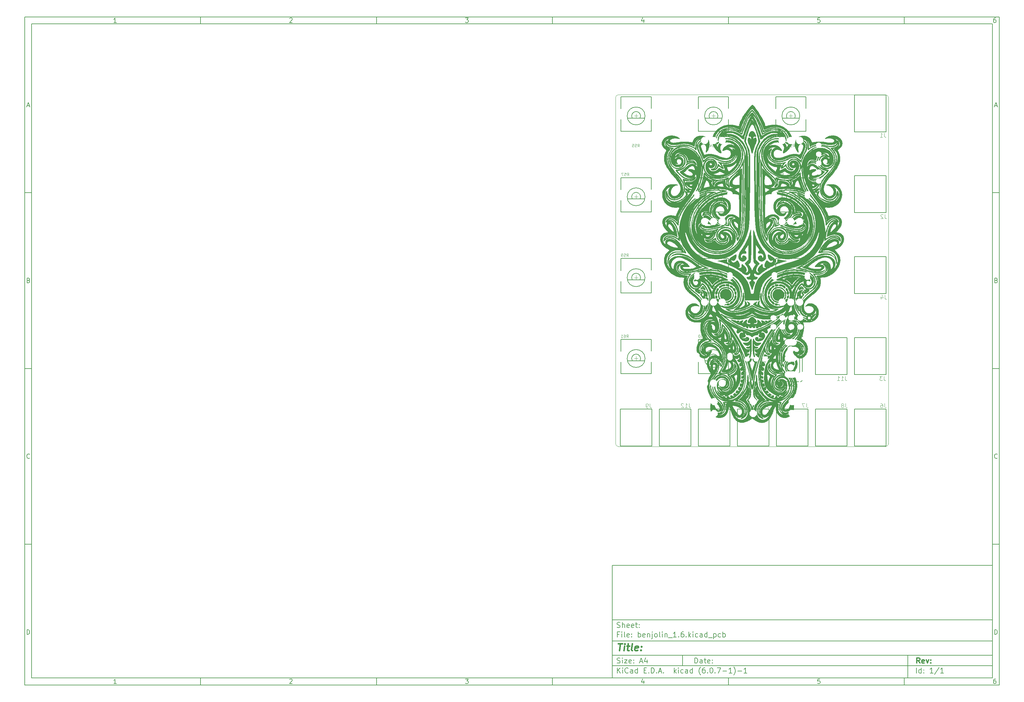
<source format=gbr>
%TF.GenerationSoftware,KiCad,Pcbnew,(6.0.7-1)-1*%
%TF.CreationDate,2022-10-07T09:47:05+07:00*%
%TF.ProjectId,benjolin_1.6,62656e6a-6f6c-4696-9e5f-312e362e6b69,rev?*%
%TF.SameCoordinates,Original*%
%TF.FileFunction,Legend,Bot*%
%TF.FilePolarity,Positive*%
%FSLAX46Y46*%
G04 Gerber Fmt 4.6, Leading zero omitted, Abs format (unit mm)*
G04 Created by KiCad (PCBNEW (6.0.7-1)-1) date 2022-10-07 09:47:05*
%MOMM*%
%LPD*%
G01*
G04 APERTURE LIST*
G04 Aperture macros list*
%AMRoundRect*
0 Rectangle with rounded corners*
0 $1 Rounding radius*
0 $2 $3 $4 $5 $6 $7 $8 $9 X,Y pos of 4 corners*
0 Add a 4 corners polygon primitive as box body*
4,1,4,$2,$3,$4,$5,$6,$7,$8,$9,$2,$3,0*
0 Add four circle primitives for the rounded corners*
1,1,$1+$1,$2,$3*
1,1,$1+$1,$4,$5*
1,1,$1+$1,$6,$7*
1,1,$1+$1,$8,$9*
0 Add four rect primitives between the rounded corners*
20,1,$1+$1,$2,$3,$4,$5,0*
20,1,$1+$1,$4,$5,$6,$7,0*
20,1,$1+$1,$6,$7,$8,$9,0*
20,1,$1+$1,$8,$9,$2,$3,0*%
%AMFreePoly0*
4,1,25,0.427955,0.971196,0.440078,0.960842,0.960842,0.440078,0.989349,0.384130,0.990600,0.368236,0.990600,-0.368236,0.971196,-0.427955,0.960842,-0.440078,0.440078,-0.960842,0.384130,-0.989349,0.368236,-0.990600,-0.368236,-0.990600,-0.427955,-0.971196,-0.440078,-0.960842,-0.960842,-0.440078,-0.989349,-0.384130,-0.990600,-0.368236,-0.990600,0.368236,-0.971196,0.427955,-0.960842,0.440078,
-0.440078,0.960842,-0.384130,0.989349,-0.368236,0.990600,0.368236,0.990600,0.427955,0.971196,0.427955,0.971196,$1*%
%AMFreePoly1*
4,1,25,0.649668,0.782196,0.661791,0.771842,1.071842,0.361791,1.100349,0.305843,1.101600,0.289949,1.101600,-0.289949,1.082196,-0.349668,1.071842,-0.361791,0.661791,-0.771842,0.605843,-0.800349,0.589949,-0.801600,-0.589949,-0.801600,-0.649668,-0.782196,-0.661791,-0.771842,-1.071842,-0.361791,-1.100349,-0.305843,-1.101600,-0.289949,-1.101600,0.289949,-1.082196,0.349668,-1.071842,0.361791,
-0.661791,0.771842,-0.605843,0.800349,-0.589949,0.801600,0.589949,0.801600,0.649668,0.782196,0.649668,0.782196,$1*%
G04 Aperture macros list end*
%ADD10C,0.100000*%
%ADD11C,0.150000*%
%ADD12C,0.300000*%
%ADD13C,0.400000*%
%ADD14C,0.080000*%
%TA.AperFunction,Profile*%
%ADD15C,0.100000*%
%TD*%
%ADD16C,0.152400*%
%ADD17C,0.101600*%
%ADD18C,0.127000*%
%ADD19C,0.203200*%
%ADD20C,0.120000*%
%ADD21RoundRect,0.250000X-0.600000X0.600000X-0.600000X-0.600000X0.600000X-0.600000X0.600000X0.600000X0*%
%ADD22C,1.700000*%
%ADD23R,1.600000X1.600000*%
%ADD24C,1.600000*%
%ADD25C,1.500000*%
%ADD26R,1.500000X1.500000*%
%ADD27C,1.854200*%
%ADD28O,3.403200X1.854200*%
%ADD29FreePoly0,180.000000*%
%ADD30C,2.200000*%
%ADD31FreePoly0,0.000000*%
%ADD32FreePoly1,90.000000*%
%ADD33C,2.082800*%
G04 APERTURE END LIST*
D10*
D11*
X177002200Y-166007200D02*
X177002200Y-198007200D01*
X285002200Y-198007200D01*
X285002200Y-166007200D01*
X177002200Y-166007200D01*
D10*
D11*
X10000000Y-10000000D02*
X10000000Y-200007200D01*
X287002200Y-200007200D01*
X287002200Y-10000000D01*
X10000000Y-10000000D01*
D10*
D11*
X12000000Y-12000000D02*
X12000000Y-198007200D01*
X285002200Y-198007200D01*
X285002200Y-12000000D01*
X12000000Y-12000000D01*
D10*
D11*
X60000000Y-12000000D02*
X60000000Y-10000000D01*
D10*
D11*
X110000000Y-12000000D02*
X110000000Y-10000000D01*
D10*
D11*
X160000000Y-12000000D02*
X160000000Y-10000000D01*
D10*
D11*
X210000000Y-12000000D02*
X210000000Y-10000000D01*
D10*
D11*
X260000000Y-12000000D02*
X260000000Y-10000000D01*
D10*
D11*
X36065476Y-11588095D02*
X35322619Y-11588095D01*
X35694047Y-11588095D02*
X35694047Y-10288095D01*
X35570238Y-10473809D01*
X35446428Y-10597619D01*
X35322619Y-10659523D01*
D10*
D11*
X85322619Y-10411904D02*
X85384523Y-10350000D01*
X85508333Y-10288095D01*
X85817857Y-10288095D01*
X85941666Y-10350000D01*
X86003571Y-10411904D01*
X86065476Y-10535714D01*
X86065476Y-10659523D01*
X86003571Y-10845238D01*
X85260714Y-11588095D01*
X86065476Y-11588095D01*
D10*
D11*
X135260714Y-10288095D02*
X136065476Y-10288095D01*
X135632142Y-10783333D01*
X135817857Y-10783333D01*
X135941666Y-10845238D01*
X136003571Y-10907142D01*
X136065476Y-11030952D01*
X136065476Y-11340476D01*
X136003571Y-11464285D01*
X135941666Y-11526190D01*
X135817857Y-11588095D01*
X135446428Y-11588095D01*
X135322619Y-11526190D01*
X135260714Y-11464285D01*
D10*
D11*
X185941666Y-10721428D02*
X185941666Y-11588095D01*
X185632142Y-10226190D02*
X185322619Y-11154761D01*
X186127380Y-11154761D01*
D10*
D11*
X236003571Y-10288095D02*
X235384523Y-10288095D01*
X235322619Y-10907142D01*
X235384523Y-10845238D01*
X235508333Y-10783333D01*
X235817857Y-10783333D01*
X235941666Y-10845238D01*
X236003571Y-10907142D01*
X236065476Y-11030952D01*
X236065476Y-11340476D01*
X236003571Y-11464285D01*
X235941666Y-11526190D01*
X235817857Y-11588095D01*
X235508333Y-11588095D01*
X235384523Y-11526190D01*
X235322619Y-11464285D01*
D10*
D11*
X285941666Y-10288095D02*
X285694047Y-10288095D01*
X285570238Y-10350000D01*
X285508333Y-10411904D01*
X285384523Y-10597619D01*
X285322619Y-10845238D01*
X285322619Y-11340476D01*
X285384523Y-11464285D01*
X285446428Y-11526190D01*
X285570238Y-11588095D01*
X285817857Y-11588095D01*
X285941666Y-11526190D01*
X286003571Y-11464285D01*
X286065476Y-11340476D01*
X286065476Y-11030952D01*
X286003571Y-10907142D01*
X285941666Y-10845238D01*
X285817857Y-10783333D01*
X285570238Y-10783333D01*
X285446428Y-10845238D01*
X285384523Y-10907142D01*
X285322619Y-11030952D01*
D10*
D11*
X60000000Y-198007200D02*
X60000000Y-200007200D01*
D10*
D11*
X110000000Y-198007200D02*
X110000000Y-200007200D01*
D10*
D11*
X160000000Y-198007200D02*
X160000000Y-200007200D01*
D10*
D11*
X210000000Y-198007200D02*
X210000000Y-200007200D01*
D10*
D11*
X260000000Y-198007200D02*
X260000000Y-200007200D01*
D10*
D11*
X36065476Y-199595295D02*
X35322619Y-199595295D01*
X35694047Y-199595295D02*
X35694047Y-198295295D01*
X35570238Y-198481009D01*
X35446428Y-198604819D01*
X35322619Y-198666723D01*
D10*
D11*
X85322619Y-198419104D02*
X85384523Y-198357200D01*
X85508333Y-198295295D01*
X85817857Y-198295295D01*
X85941666Y-198357200D01*
X86003571Y-198419104D01*
X86065476Y-198542914D01*
X86065476Y-198666723D01*
X86003571Y-198852438D01*
X85260714Y-199595295D01*
X86065476Y-199595295D01*
D10*
D11*
X135260714Y-198295295D02*
X136065476Y-198295295D01*
X135632142Y-198790533D01*
X135817857Y-198790533D01*
X135941666Y-198852438D01*
X136003571Y-198914342D01*
X136065476Y-199038152D01*
X136065476Y-199347676D01*
X136003571Y-199471485D01*
X135941666Y-199533390D01*
X135817857Y-199595295D01*
X135446428Y-199595295D01*
X135322619Y-199533390D01*
X135260714Y-199471485D01*
D10*
D11*
X185941666Y-198728628D02*
X185941666Y-199595295D01*
X185632142Y-198233390D02*
X185322619Y-199161961D01*
X186127380Y-199161961D01*
D10*
D11*
X236003571Y-198295295D02*
X235384523Y-198295295D01*
X235322619Y-198914342D01*
X235384523Y-198852438D01*
X235508333Y-198790533D01*
X235817857Y-198790533D01*
X235941666Y-198852438D01*
X236003571Y-198914342D01*
X236065476Y-199038152D01*
X236065476Y-199347676D01*
X236003571Y-199471485D01*
X235941666Y-199533390D01*
X235817857Y-199595295D01*
X235508333Y-199595295D01*
X235384523Y-199533390D01*
X235322619Y-199471485D01*
D10*
D11*
X285941666Y-198295295D02*
X285694047Y-198295295D01*
X285570238Y-198357200D01*
X285508333Y-198419104D01*
X285384523Y-198604819D01*
X285322619Y-198852438D01*
X285322619Y-199347676D01*
X285384523Y-199471485D01*
X285446428Y-199533390D01*
X285570238Y-199595295D01*
X285817857Y-199595295D01*
X285941666Y-199533390D01*
X286003571Y-199471485D01*
X286065476Y-199347676D01*
X286065476Y-199038152D01*
X286003571Y-198914342D01*
X285941666Y-198852438D01*
X285817857Y-198790533D01*
X285570238Y-198790533D01*
X285446428Y-198852438D01*
X285384523Y-198914342D01*
X285322619Y-199038152D01*
D10*
D11*
X10000000Y-60000000D02*
X12000000Y-60000000D01*
D10*
D11*
X10000000Y-110000000D02*
X12000000Y-110000000D01*
D10*
D11*
X10000000Y-160000000D02*
X12000000Y-160000000D01*
D10*
D11*
X10690476Y-35216666D02*
X11309523Y-35216666D01*
X10566666Y-35588095D02*
X11000000Y-34288095D01*
X11433333Y-35588095D01*
D10*
D11*
X11092857Y-84907142D02*
X11278571Y-84969047D01*
X11340476Y-85030952D01*
X11402380Y-85154761D01*
X11402380Y-85340476D01*
X11340476Y-85464285D01*
X11278571Y-85526190D01*
X11154761Y-85588095D01*
X10659523Y-85588095D01*
X10659523Y-84288095D01*
X11092857Y-84288095D01*
X11216666Y-84350000D01*
X11278571Y-84411904D01*
X11340476Y-84535714D01*
X11340476Y-84659523D01*
X11278571Y-84783333D01*
X11216666Y-84845238D01*
X11092857Y-84907142D01*
X10659523Y-84907142D01*
D10*
D11*
X11402380Y-135464285D02*
X11340476Y-135526190D01*
X11154761Y-135588095D01*
X11030952Y-135588095D01*
X10845238Y-135526190D01*
X10721428Y-135402380D01*
X10659523Y-135278571D01*
X10597619Y-135030952D01*
X10597619Y-134845238D01*
X10659523Y-134597619D01*
X10721428Y-134473809D01*
X10845238Y-134350000D01*
X11030952Y-134288095D01*
X11154761Y-134288095D01*
X11340476Y-134350000D01*
X11402380Y-134411904D01*
D10*
D11*
X10659523Y-185588095D02*
X10659523Y-184288095D01*
X10969047Y-184288095D01*
X11154761Y-184350000D01*
X11278571Y-184473809D01*
X11340476Y-184597619D01*
X11402380Y-184845238D01*
X11402380Y-185030952D01*
X11340476Y-185278571D01*
X11278571Y-185402380D01*
X11154761Y-185526190D01*
X10969047Y-185588095D01*
X10659523Y-185588095D01*
D10*
D11*
X287002200Y-60000000D02*
X285002200Y-60000000D01*
D10*
D11*
X287002200Y-110000000D02*
X285002200Y-110000000D01*
D10*
D11*
X287002200Y-160000000D02*
X285002200Y-160000000D01*
D10*
D11*
X285692676Y-35216666D02*
X286311723Y-35216666D01*
X285568866Y-35588095D02*
X286002200Y-34288095D01*
X286435533Y-35588095D01*
D10*
D11*
X286095057Y-84907142D02*
X286280771Y-84969047D01*
X286342676Y-85030952D01*
X286404580Y-85154761D01*
X286404580Y-85340476D01*
X286342676Y-85464285D01*
X286280771Y-85526190D01*
X286156961Y-85588095D01*
X285661723Y-85588095D01*
X285661723Y-84288095D01*
X286095057Y-84288095D01*
X286218866Y-84350000D01*
X286280771Y-84411904D01*
X286342676Y-84535714D01*
X286342676Y-84659523D01*
X286280771Y-84783333D01*
X286218866Y-84845238D01*
X286095057Y-84907142D01*
X285661723Y-84907142D01*
D10*
D11*
X286404580Y-135464285D02*
X286342676Y-135526190D01*
X286156961Y-135588095D01*
X286033152Y-135588095D01*
X285847438Y-135526190D01*
X285723628Y-135402380D01*
X285661723Y-135278571D01*
X285599819Y-135030952D01*
X285599819Y-134845238D01*
X285661723Y-134597619D01*
X285723628Y-134473809D01*
X285847438Y-134350000D01*
X286033152Y-134288095D01*
X286156961Y-134288095D01*
X286342676Y-134350000D01*
X286404580Y-134411904D01*
D10*
D11*
X285661723Y-185588095D02*
X285661723Y-184288095D01*
X285971247Y-184288095D01*
X286156961Y-184350000D01*
X286280771Y-184473809D01*
X286342676Y-184597619D01*
X286404580Y-184845238D01*
X286404580Y-185030952D01*
X286342676Y-185278571D01*
X286280771Y-185402380D01*
X286156961Y-185526190D01*
X285971247Y-185588095D01*
X285661723Y-185588095D01*
D10*
D11*
X200434342Y-193785771D02*
X200434342Y-192285771D01*
X200791485Y-192285771D01*
X201005771Y-192357200D01*
X201148628Y-192500057D01*
X201220057Y-192642914D01*
X201291485Y-192928628D01*
X201291485Y-193142914D01*
X201220057Y-193428628D01*
X201148628Y-193571485D01*
X201005771Y-193714342D01*
X200791485Y-193785771D01*
X200434342Y-193785771D01*
X202577200Y-193785771D02*
X202577200Y-193000057D01*
X202505771Y-192857200D01*
X202362914Y-192785771D01*
X202077200Y-192785771D01*
X201934342Y-192857200D01*
X202577200Y-193714342D02*
X202434342Y-193785771D01*
X202077200Y-193785771D01*
X201934342Y-193714342D01*
X201862914Y-193571485D01*
X201862914Y-193428628D01*
X201934342Y-193285771D01*
X202077200Y-193214342D01*
X202434342Y-193214342D01*
X202577200Y-193142914D01*
X203077200Y-192785771D02*
X203648628Y-192785771D01*
X203291485Y-192285771D02*
X203291485Y-193571485D01*
X203362914Y-193714342D01*
X203505771Y-193785771D01*
X203648628Y-193785771D01*
X204720057Y-193714342D02*
X204577200Y-193785771D01*
X204291485Y-193785771D01*
X204148628Y-193714342D01*
X204077200Y-193571485D01*
X204077200Y-193000057D01*
X204148628Y-192857200D01*
X204291485Y-192785771D01*
X204577200Y-192785771D01*
X204720057Y-192857200D01*
X204791485Y-193000057D01*
X204791485Y-193142914D01*
X204077200Y-193285771D01*
X205434342Y-193642914D02*
X205505771Y-193714342D01*
X205434342Y-193785771D01*
X205362914Y-193714342D01*
X205434342Y-193642914D01*
X205434342Y-193785771D01*
X205434342Y-192857200D02*
X205505771Y-192928628D01*
X205434342Y-193000057D01*
X205362914Y-192928628D01*
X205434342Y-192857200D01*
X205434342Y-193000057D01*
D10*
D11*
X177002200Y-194507200D02*
X285002200Y-194507200D01*
D10*
D11*
X178434342Y-196585771D02*
X178434342Y-195085771D01*
X179291485Y-196585771D02*
X178648628Y-195728628D01*
X179291485Y-195085771D02*
X178434342Y-195942914D01*
X179934342Y-196585771D02*
X179934342Y-195585771D01*
X179934342Y-195085771D02*
X179862914Y-195157200D01*
X179934342Y-195228628D01*
X180005771Y-195157200D01*
X179934342Y-195085771D01*
X179934342Y-195228628D01*
X181505771Y-196442914D02*
X181434342Y-196514342D01*
X181220057Y-196585771D01*
X181077200Y-196585771D01*
X180862914Y-196514342D01*
X180720057Y-196371485D01*
X180648628Y-196228628D01*
X180577200Y-195942914D01*
X180577200Y-195728628D01*
X180648628Y-195442914D01*
X180720057Y-195300057D01*
X180862914Y-195157200D01*
X181077200Y-195085771D01*
X181220057Y-195085771D01*
X181434342Y-195157200D01*
X181505771Y-195228628D01*
X182791485Y-196585771D02*
X182791485Y-195800057D01*
X182720057Y-195657200D01*
X182577200Y-195585771D01*
X182291485Y-195585771D01*
X182148628Y-195657200D01*
X182791485Y-196514342D02*
X182648628Y-196585771D01*
X182291485Y-196585771D01*
X182148628Y-196514342D01*
X182077200Y-196371485D01*
X182077200Y-196228628D01*
X182148628Y-196085771D01*
X182291485Y-196014342D01*
X182648628Y-196014342D01*
X182791485Y-195942914D01*
X184148628Y-196585771D02*
X184148628Y-195085771D01*
X184148628Y-196514342D02*
X184005771Y-196585771D01*
X183720057Y-196585771D01*
X183577200Y-196514342D01*
X183505771Y-196442914D01*
X183434342Y-196300057D01*
X183434342Y-195871485D01*
X183505771Y-195728628D01*
X183577200Y-195657200D01*
X183720057Y-195585771D01*
X184005771Y-195585771D01*
X184148628Y-195657200D01*
X186005771Y-195800057D02*
X186505771Y-195800057D01*
X186720057Y-196585771D02*
X186005771Y-196585771D01*
X186005771Y-195085771D01*
X186720057Y-195085771D01*
X187362914Y-196442914D02*
X187434342Y-196514342D01*
X187362914Y-196585771D01*
X187291485Y-196514342D01*
X187362914Y-196442914D01*
X187362914Y-196585771D01*
X188077200Y-196585771D02*
X188077200Y-195085771D01*
X188434342Y-195085771D01*
X188648628Y-195157200D01*
X188791485Y-195300057D01*
X188862914Y-195442914D01*
X188934342Y-195728628D01*
X188934342Y-195942914D01*
X188862914Y-196228628D01*
X188791485Y-196371485D01*
X188648628Y-196514342D01*
X188434342Y-196585771D01*
X188077200Y-196585771D01*
X189577200Y-196442914D02*
X189648628Y-196514342D01*
X189577200Y-196585771D01*
X189505771Y-196514342D01*
X189577200Y-196442914D01*
X189577200Y-196585771D01*
X190220057Y-196157200D02*
X190934342Y-196157200D01*
X190077200Y-196585771D02*
X190577200Y-195085771D01*
X191077200Y-196585771D01*
X191577200Y-196442914D02*
X191648628Y-196514342D01*
X191577200Y-196585771D01*
X191505771Y-196514342D01*
X191577200Y-196442914D01*
X191577200Y-196585771D01*
X194577200Y-196585771D02*
X194577200Y-195085771D01*
X194720057Y-196014342D02*
X195148628Y-196585771D01*
X195148628Y-195585771D02*
X194577200Y-196157200D01*
X195791485Y-196585771D02*
X195791485Y-195585771D01*
X195791485Y-195085771D02*
X195720057Y-195157200D01*
X195791485Y-195228628D01*
X195862914Y-195157200D01*
X195791485Y-195085771D01*
X195791485Y-195228628D01*
X197148628Y-196514342D02*
X197005771Y-196585771D01*
X196720057Y-196585771D01*
X196577200Y-196514342D01*
X196505771Y-196442914D01*
X196434342Y-196300057D01*
X196434342Y-195871485D01*
X196505771Y-195728628D01*
X196577200Y-195657200D01*
X196720057Y-195585771D01*
X197005771Y-195585771D01*
X197148628Y-195657200D01*
X198434342Y-196585771D02*
X198434342Y-195800057D01*
X198362914Y-195657200D01*
X198220057Y-195585771D01*
X197934342Y-195585771D01*
X197791485Y-195657200D01*
X198434342Y-196514342D02*
X198291485Y-196585771D01*
X197934342Y-196585771D01*
X197791485Y-196514342D01*
X197720057Y-196371485D01*
X197720057Y-196228628D01*
X197791485Y-196085771D01*
X197934342Y-196014342D01*
X198291485Y-196014342D01*
X198434342Y-195942914D01*
X199791485Y-196585771D02*
X199791485Y-195085771D01*
X199791485Y-196514342D02*
X199648628Y-196585771D01*
X199362914Y-196585771D01*
X199220057Y-196514342D01*
X199148628Y-196442914D01*
X199077200Y-196300057D01*
X199077200Y-195871485D01*
X199148628Y-195728628D01*
X199220057Y-195657200D01*
X199362914Y-195585771D01*
X199648628Y-195585771D01*
X199791485Y-195657200D01*
X202077200Y-197157200D02*
X202005771Y-197085771D01*
X201862914Y-196871485D01*
X201791485Y-196728628D01*
X201720057Y-196514342D01*
X201648628Y-196157200D01*
X201648628Y-195871485D01*
X201720057Y-195514342D01*
X201791485Y-195300057D01*
X201862914Y-195157200D01*
X202005771Y-194942914D01*
X202077200Y-194871485D01*
X203291485Y-195085771D02*
X203005771Y-195085771D01*
X202862914Y-195157200D01*
X202791485Y-195228628D01*
X202648628Y-195442914D01*
X202577200Y-195728628D01*
X202577200Y-196300057D01*
X202648628Y-196442914D01*
X202720057Y-196514342D01*
X202862914Y-196585771D01*
X203148628Y-196585771D01*
X203291485Y-196514342D01*
X203362914Y-196442914D01*
X203434342Y-196300057D01*
X203434342Y-195942914D01*
X203362914Y-195800057D01*
X203291485Y-195728628D01*
X203148628Y-195657200D01*
X202862914Y-195657200D01*
X202720057Y-195728628D01*
X202648628Y-195800057D01*
X202577200Y-195942914D01*
X204077200Y-196442914D02*
X204148628Y-196514342D01*
X204077200Y-196585771D01*
X204005771Y-196514342D01*
X204077200Y-196442914D01*
X204077200Y-196585771D01*
X205077200Y-195085771D02*
X205220057Y-195085771D01*
X205362914Y-195157200D01*
X205434342Y-195228628D01*
X205505771Y-195371485D01*
X205577200Y-195657200D01*
X205577200Y-196014342D01*
X205505771Y-196300057D01*
X205434342Y-196442914D01*
X205362914Y-196514342D01*
X205220057Y-196585771D01*
X205077200Y-196585771D01*
X204934342Y-196514342D01*
X204862914Y-196442914D01*
X204791485Y-196300057D01*
X204720057Y-196014342D01*
X204720057Y-195657200D01*
X204791485Y-195371485D01*
X204862914Y-195228628D01*
X204934342Y-195157200D01*
X205077200Y-195085771D01*
X206220057Y-196442914D02*
X206291485Y-196514342D01*
X206220057Y-196585771D01*
X206148628Y-196514342D01*
X206220057Y-196442914D01*
X206220057Y-196585771D01*
X206791485Y-195085771D02*
X207791485Y-195085771D01*
X207148628Y-196585771D01*
X208362914Y-196014342D02*
X209505771Y-196014342D01*
X211005771Y-196585771D02*
X210148628Y-196585771D01*
X210577200Y-196585771D02*
X210577200Y-195085771D01*
X210434342Y-195300057D01*
X210291485Y-195442914D01*
X210148628Y-195514342D01*
X211505771Y-197157200D02*
X211577200Y-197085771D01*
X211720057Y-196871485D01*
X211791485Y-196728628D01*
X211862914Y-196514342D01*
X211934342Y-196157200D01*
X211934342Y-195871485D01*
X211862914Y-195514342D01*
X211791485Y-195300057D01*
X211720057Y-195157200D01*
X211577200Y-194942914D01*
X211505771Y-194871485D01*
X212648628Y-196014342D02*
X213791485Y-196014342D01*
X215291485Y-196585771D02*
X214434342Y-196585771D01*
X214862914Y-196585771D02*
X214862914Y-195085771D01*
X214720057Y-195300057D01*
X214577200Y-195442914D01*
X214434342Y-195514342D01*
D10*
D11*
X177002200Y-191507200D02*
X285002200Y-191507200D01*
D10*
D12*
X264411485Y-193785771D02*
X263911485Y-193071485D01*
X263554342Y-193785771D02*
X263554342Y-192285771D01*
X264125771Y-192285771D01*
X264268628Y-192357200D01*
X264340057Y-192428628D01*
X264411485Y-192571485D01*
X264411485Y-192785771D01*
X264340057Y-192928628D01*
X264268628Y-193000057D01*
X264125771Y-193071485D01*
X263554342Y-193071485D01*
X265625771Y-193714342D02*
X265482914Y-193785771D01*
X265197200Y-193785771D01*
X265054342Y-193714342D01*
X264982914Y-193571485D01*
X264982914Y-193000057D01*
X265054342Y-192857200D01*
X265197200Y-192785771D01*
X265482914Y-192785771D01*
X265625771Y-192857200D01*
X265697200Y-193000057D01*
X265697200Y-193142914D01*
X264982914Y-193285771D01*
X266197200Y-192785771D02*
X266554342Y-193785771D01*
X266911485Y-192785771D01*
X267482914Y-193642914D02*
X267554342Y-193714342D01*
X267482914Y-193785771D01*
X267411485Y-193714342D01*
X267482914Y-193642914D01*
X267482914Y-193785771D01*
X267482914Y-192857200D02*
X267554342Y-192928628D01*
X267482914Y-193000057D01*
X267411485Y-192928628D01*
X267482914Y-192857200D01*
X267482914Y-193000057D01*
D10*
D11*
X178362914Y-193714342D02*
X178577200Y-193785771D01*
X178934342Y-193785771D01*
X179077200Y-193714342D01*
X179148628Y-193642914D01*
X179220057Y-193500057D01*
X179220057Y-193357200D01*
X179148628Y-193214342D01*
X179077200Y-193142914D01*
X178934342Y-193071485D01*
X178648628Y-193000057D01*
X178505771Y-192928628D01*
X178434342Y-192857200D01*
X178362914Y-192714342D01*
X178362914Y-192571485D01*
X178434342Y-192428628D01*
X178505771Y-192357200D01*
X178648628Y-192285771D01*
X179005771Y-192285771D01*
X179220057Y-192357200D01*
X179862914Y-193785771D02*
X179862914Y-192785771D01*
X179862914Y-192285771D02*
X179791485Y-192357200D01*
X179862914Y-192428628D01*
X179934342Y-192357200D01*
X179862914Y-192285771D01*
X179862914Y-192428628D01*
X180434342Y-192785771D02*
X181220057Y-192785771D01*
X180434342Y-193785771D01*
X181220057Y-193785771D01*
X182362914Y-193714342D02*
X182220057Y-193785771D01*
X181934342Y-193785771D01*
X181791485Y-193714342D01*
X181720057Y-193571485D01*
X181720057Y-193000057D01*
X181791485Y-192857200D01*
X181934342Y-192785771D01*
X182220057Y-192785771D01*
X182362914Y-192857200D01*
X182434342Y-193000057D01*
X182434342Y-193142914D01*
X181720057Y-193285771D01*
X183077200Y-193642914D02*
X183148628Y-193714342D01*
X183077200Y-193785771D01*
X183005771Y-193714342D01*
X183077200Y-193642914D01*
X183077200Y-193785771D01*
X183077200Y-192857200D02*
X183148628Y-192928628D01*
X183077200Y-193000057D01*
X183005771Y-192928628D01*
X183077200Y-192857200D01*
X183077200Y-193000057D01*
X184862914Y-193357200D02*
X185577200Y-193357200D01*
X184720057Y-193785771D02*
X185220057Y-192285771D01*
X185720057Y-193785771D01*
X186862914Y-192785771D02*
X186862914Y-193785771D01*
X186505771Y-192214342D02*
X186148628Y-193285771D01*
X187077200Y-193285771D01*
D10*
D11*
X263434342Y-196585771D02*
X263434342Y-195085771D01*
X264791485Y-196585771D02*
X264791485Y-195085771D01*
X264791485Y-196514342D02*
X264648628Y-196585771D01*
X264362914Y-196585771D01*
X264220057Y-196514342D01*
X264148628Y-196442914D01*
X264077200Y-196300057D01*
X264077200Y-195871485D01*
X264148628Y-195728628D01*
X264220057Y-195657200D01*
X264362914Y-195585771D01*
X264648628Y-195585771D01*
X264791485Y-195657200D01*
X265505771Y-196442914D02*
X265577200Y-196514342D01*
X265505771Y-196585771D01*
X265434342Y-196514342D01*
X265505771Y-196442914D01*
X265505771Y-196585771D01*
X265505771Y-195657200D02*
X265577200Y-195728628D01*
X265505771Y-195800057D01*
X265434342Y-195728628D01*
X265505771Y-195657200D01*
X265505771Y-195800057D01*
X268148628Y-196585771D02*
X267291485Y-196585771D01*
X267720057Y-196585771D02*
X267720057Y-195085771D01*
X267577200Y-195300057D01*
X267434342Y-195442914D01*
X267291485Y-195514342D01*
X269862914Y-195014342D02*
X268577200Y-196942914D01*
X271148628Y-196585771D02*
X270291485Y-196585771D01*
X270720057Y-196585771D02*
X270720057Y-195085771D01*
X270577200Y-195300057D01*
X270434342Y-195442914D01*
X270291485Y-195514342D01*
D10*
D11*
X177002200Y-187507200D02*
X285002200Y-187507200D01*
D10*
D13*
X178714580Y-188211961D02*
X179857438Y-188211961D01*
X179036009Y-190211961D02*
X179286009Y-188211961D01*
X180274104Y-190211961D02*
X180440771Y-188878628D01*
X180524104Y-188211961D02*
X180416961Y-188307200D01*
X180500295Y-188402438D01*
X180607438Y-188307200D01*
X180524104Y-188211961D01*
X180500295Y-188402438D01*
X181107438Y-188878628D02*
X181869342Y-188878628D01*
X181476485Y-188211961D02*
X181262200Y-189926247D01*
X181333628Y-190116723D01*
X181512200Y-190211961D01*
X181702676Y-190211961D01*
X182655057Y-190211961D02*
X182476485Y-190116723D01*
X182405057Y-189926247D01*
X182619342Y-188211961D01*
X184190771Y-190116723D02*
X183988390Y-190211961D01*
X183607438Y-190211961D01*
X183428866Y-190116723D01*
X183357438Y-189926247D01*
X183452676Y-189164342D01*
X183571723Y-188973866D01*
X183774104Y-188878628D01*
X184155057Y-188878628D01*
X184333628Y-188973866D01*
X184405057Y-189164342D01*
X184381247Y-189354819D01*
X183405057Y-189545295D01*
X185155057Y-190021485D02*
X185238390Y-190116723D01*
X185131247Y-190211961D01*
X185047914Y-190116723D01*
X185155057Y-190021485D01*
X185131247Y-190211961D01*
X185286009Y-188973866D02*
X185369342Y-189069104D01*
X185262200Y-189164342D01*
X185178866Y-189069104D01*
X185286009Y-188973866D01*
X185262200Y-189164342D01*
D10*
D11*
X178934342Y-185600057D02*
X178434342Y-185600057D01*
X178434342Y-186385771D02*
X178434342Y-184885771D01*
X179148628Y-184885771D01*
X179720057Y-186385771D02*
X179720057Y-185385771D01*
X179720057Y-184885771D02*
X179648628Y-184957200D01*
X179720057Y-185028628D01*
X179791485Y-184957200D01*
X179720057Y-184885771D01*
X179720057Y-185028628D01*
X180648628Y-186385771D02*
X180505771Y-186314342D01*
X180434342Y-186171485D01*
X180434342Y-184885771D01*
X181791485Y-186314342D02*
X181648628Y-186385771D01*
X181362914Y-186385771D01*
X181220057Y-186314342D01*
X181148628Y-186171485D01*
X181148628Y-185600057D01*
X181220057Y-185457200D01*
X181362914Y-185385771D01*
X181648628Y-185385771D01*
X181791485Y-185457200D01*
X181862914Y-185600057D01*
X181862914Y-185742914D01*
X181148628Y-185885771D01*
X182505771Y-186242914D02*
X182577200Y-186314342D01*
X182505771Y-186385771D01*
X182434342Y-186314342D01*
X182505771Y-186242914D01*
X182505771Y-186385771D01*
X182505771Y-185457200D02*
X182577200Y-185528628D01*
X182505771Y-185600057D01*
X182434342Y-185528628D01*
X182505771Y-185457200D01*
X182505771Y-185600057D01*
X184362914Y-186385771D02*
X184362914Y-184885771D01*
X184362914Y-185457200D02*
X184505771Y-185385771D01*
X184791485Y-185385771D01*
X184934342Y-185457200D01*
X185005771Y-185528628D01*
X185077200Y-185671485D01*
X185077200Y-186100057D01*
X185005771Y-186242914D01*
X184934342Y-186314342D01*
X184791485Y-186385771D01*
X184505771Y-186385771D01*
X184362914Y-186314342D01*
X186291485Y-186314342D02*
X186148628Y-186385771D01*
X185862914Y-186385771D01*
X185720057Y-186314342D01*
X185648628Y-186171485D01*
X185648628Y-185600057D01*
X185720057Y-185457200D01*
X185862914Y-185385771D01*
X186148628Y-185385771D01*
X186291485Y-185457200D01*
X186362914Y-185600057D01*
X186362914Y-185742914D01*
X185648628Y-185885771D01*
X187005771Y-185385771D02*
X187005771Y-186385771D01*
X187005771Y-185528628D02*
X187077200Y-185457200D01*
X187220057Y-185385771D01*
X187434342Y-185385771D01*
X187577200Y-185457200D01*
X187648628Y-185600057D01*
X187648628Y-186385771D01*
X188362914Y-185385771D02*
X188362914Y-186671485D01*
X188291485Y-186814342D01*
X188148628Y-186885771D01*
X188077200Y-186885771D01*
X188362914Y-184885771D02*
X188291485Y-184957200D01*
X188362914Y-185028628D01*
X188434342Y-184957200D01*
X188362914Y-184885771D01*
X188362914Y-185028628D01*
X189291485Y-186385771D02*
X189148628Y-186314342D01*
X189077200Y-186242914D01*
X189005771Y-186100057D01*
X189005771Y-185671485D01*
X189077200Y-185528628D01*
X189148628Y-185457200D01*
X189291485Y-185385771D01*
X189505771Y-185385771D01*
X189648628Y-185457200D01*
X189720057Y-185528628D01*
X189791485Y-185671485D01*
X189791485Y-186100057D01*
X189720057Y-186242914D01*
X189648628Y-186314342D01*
X189505771Y-186385771D01*
X189291485Y-186385771D01*
X190648628Y-186385771D02*
X190505771Y-186314342D01*
X190434342Y-186171485D01*
X190434342Y-184885771D01*
X191220057Y-186385771D02*
X191220057Y-185385771D01*
X191220057Y-184885771D02*
X191148628Y-184957200D01*
X191220057Y-185028628D01*
X191291485Y-184957200D01*
X191220057Y-184885771D01*
X191220057Y-185028628D01*
X191934342Y-185385771D02*
X191934342Y-186385771D01*
X191934342Y-185528628D02*
X192005771Y-185457200D01*
X192148628Y-185385771D01*
X192362914Y-185385771D01*
X192505771Y-185457200D01*
X192577200Y-185600057D01*
X192577200Y-186385771D01*
X192934342Y-186528628D02*
X194077200Y-186528628D01*
X195220057Y-186385771D02*
X194362914Y-186385771D01*
X194791485Y-186385771D02*
X194791485Y-184885771D01*
X194648628Y-185100057D01*
X194505771Y-185242914D01*
X194362914Y-185314342D01*
X195862914Y-186242914D02*
X195934342Y-186314342D01*
X195862914Y-186385771D01*
X195791485Y-186314342D01*
X195862914Y-186242914D01*
X195862914Y-186385771D01*
X197220057Y-184885771D02*
X196934342Y-184885771D01*
X196791485Y-184957200D01*
X196720057Y-185028628D01*
X196577200Y-185242914D01*
X196505771Y-185528628D01*
X196505771Y-186100057D01*
X196577200Y-186242914D01*
X196648628Y-186314342D01*
X196791485Y-186385771D01*
X197077200Y-186385771D01*
X197220057Y-186314342D01*
X197291485Y-186242914D01*
X197362914Y-186100057D01*
X197362914Y-185742914D01*
X197291485Y-185600057D01*
X197220057Y-185528628D01*
X197077200Y-185457200D01*
X196791485Y-185457200D01*
X196648628Y-185528628D01*
X196577200Y-185600057D01*
X196505771Y-185742914D01*
X198005771Y-186242914D02*
X198077200Y-186314342D01*
X198005771Y-186385771D01*
X197934342Y-186314342D01*
X198005771Y-186242914D01*
X198005771Y-186385771D01*
X198720057Y-186385771D02*
X198720057Y-184885771D01*
X198862914Y-185814342D02*
X199291485Y-186385771D01*
X199291485Y-185385771D02*
X198720057Y-185957200D01*
X199934342Y-186385771D02*
X199934342Y-185385771D01*
X199934342Y-184885771D02*
X199862914Y-184957200D01*
X199934342Y-185028628D01*
X200005771Y-184957200D01*
X199934342Y-184885771D01*
X199934342Y-185028628D01*
X201291485Y-186314342D02*
X201148628Y-186385771D01*
X200862914Y-186385771D01*
X200720057Y-186314342D01*
X200648628Y-186242914D01*
X200577200Y-186100057D01*
X200577200Y-185671485D01*
X200648628Y-185528628D01*
X200720057Y-185457200D01*
X200862914Y-185385771D01*
X201148628Y-185385771D01*
X201291485Y-185457200D01*
X202577200Y-186385771D02*
X202577200Y-185600057D01*
X202505771Y-185457200D01*
X202362914Y-185385771D01*
X202077200Y-185385771D01*
X201934342Y-185457200D01*
X202577200Y-186314342D02*
X202434342Y-186385771D01*
X202077200Y-186385771D01*
X201934342Y-186314342D01*
X201862914Y-186171485D01*
X201862914Y-186028628D01*
X201934342Y-185885771D01*
X202077200Y-185814342D01*
X202434342Y-185814342D01*
X202577200Y-185742914D01*
X203934342Y-186385771D02*
X203934342Y-184885771D01*
X203934342Y-186314342D02*
X203791485Y-186385771D01*
X203505771Y-186385771D01*
X203362914Y-186314342D01*
X203291485Y-186242914D01*
X203220057Y-186100057D01*
X203220057Y-185671485D01*
X203291485Y-185528628D01*
X203362914Y-185457200D01*
X203505771Y-185385771D01*
X203791485Y-185385771D01*
X203934342Y-185457200D01*
X204291485Y-186528628D02*
X205434342Y-186528628D01*
X205791485Y-185385771D02*
X205791485Y-186885771D01*
X205791485Y-185457200D02*
X205934342Y-185385771D01*
X206220057Y-185385771D01*
X206362914Y-185457200D01*
X206434342Y-185528628D01*
X206505771Y-185671485D01*
X206505771Y-186100057D01*
X206434342Y-186242914D01*
X206362914Y-186314342D01*
X206220057Y-186385771D01*
X205934342Y-186385771D01*
X205791485Y-186314342D01*
X207791485Y-186314342D02*
X207648628Y-186385771D01*
X207362914Y-186385771D01*
X207220057Y-186314342D01*
X207148628Y-186242914D01*
X207077200Y-186100057D01*
X207077200Y-185671485D01*
X207148628Y-185528628D01*
X207220057Y-185457200D01*
X207362914Y-185385771D01*
X207648628Y-185385771D01*
X207791485Y-185457200D01*
X208434342Y-186385771D02*
X208434342Y-184885771D01*
X208434342Y-185457200D02*
X208577200Y-185385771D01*
X208862914Y-185385771D01*
X209005771Y-185457200D01*
X209077200Y-185528628D01*
X209148628Y-185671485D01*
X209148628Y-186100057D01*
X209077200Y-186242914D01*
X209005771Y-186314342D01*
X208862914Y-186385771D01*
X208577200Y-186385771D01*
X208434342Y-186314342D01*
D10*
D11*
X177002200Y-181507200D02*
X285002200Y-181507200D01*
D10*
D11*
X178362914Y-183614342D02*
X178577200Y-183685771D01*
X178934342Y-183685771D01*
X179077200Y-183614342D01*
X179148628Y-183542914D01*
X179220057Y-183400057D01*
X179220057Y-183257200D01*
X179148628Y-183114342D01*
X179077200Y-183042914D01*
X178934342Y-182971485D01*
X178648628Y-182900057D01*
X178505771Y-182828628D01*
X178434342Y-182757200D01*
X178362914Y-182614342D01*
X178362914Y-182471485D01*
X178434342Y-182328628D01*
X178505771Y-182257200D01*
X178648628Y-182185771D01*
X179005771Y-182185771D01*
X179220057Y-182257200D01*
X179862914Y-183685771D02*
X179862914Y-182185771D01*
X180505771Y-183685771D02*
X180505771Y-182900057D01*
X180434342Y-182757200D01*
X180291485Y-182685771D01*
X180077200Y-182685771D01*
X179934342Y-182757200D01*
X179862914Y-182828628D01*
X181791485Y-183614342D02*
X181648628Y-183685771D01*
X181362914Y-183685771D01*
X181220057Y-183614342D01*
X181148628Y-183471485D01*
X181148628Y-182900057D01*
X181220057Y-182757200D01*
X181362914Y-182685771D01*
X181648628Y-182685771D01*
X181791485Y-182757200D01*
X181862914Y-182900057D01*
X181862914Y-183042914D01*
X181148628Y-183185771D01*
X183077200Y-183614342D02*
X182934342Y-183685771D01*
X182648628Y-183685771D01*
X182505771Y-183614342D01*
X182434342Y-183471485D01*
X182434342Y-182900057D01*
X182505771Y-182757200D01*
X182648628Y-182685771D01*
X182934342Y-182685771D01*
X183077200Y-182757200D01*
X183148628Y-182900057D01*
X183148628Y-183042914D01*
X182434342Y-183185771D01*
X183577200Y-182685771D02*
X184148628Y-182685771D01*
X183791485Y-182185771D02*
X183791485Y-183471485D01*
X183862914Y-183614342D01*
X184005771Y-183685771D01*
X184148628Y-183685771D01*
X184648628Y-183542914D02*
X184720057Y-183614342D01*
X184648628Y-183685771D01*
X184577200Y-183614342D01*
X184648628Y-183542914D01*
X184648628Y-183685771D01*
X184648628Y-182757200D02*
X184720057Y-182828628D01*
X184648628Y-182900057D01*
X184577200Y-182828628D01*
X184648628Y-182757200D01*
X184648628Y-182900057D01*
D10*
D12*
D10*
D11*
D10*
D11*
D10*
D11*
D10*
D11*
D10*
D11*
X197002200Y-191507200D02*
X197002200Y-194507200D01*
D10*
D11*
X261002200Y-191507200D02*
X261002200Y-198007200D01*
D14*
G36*
X205235570Y-64738355D02*
G01*
X205285832Y-64541939D01*
X205349886Y-64350668D01*
X205427086Y-64165299D01*
X205516782Y-63986585D01*
X205618328Y-63815281D01*
X205731075Y-63652141D01*
X205854376Y-63497919D01*
X205987583Y-63353371D01*
X206130048Y-63219251D01*
X206281124Y-63096313D01*
X206440162Y-62985312D01*
X206606515Y-62887002D01*
X206779536Y-62802137D01*
X206958576Y-62731473D01*
X207142987Y-62675764D01*
X207332122Y-62635764D01*
X207525333Y-62612227D01*
X207721973Y-62605909D01*
X207921393Y-62617564D01*
X208122946Y-62647946D01*
X208325984Y-62697809D01*
X208529859Y-62767909D01*
X208733924Y-62858999D01*
X209157258Y-63070254D01*
X208742194Y-62700457D01*
X208610673Y-62594254D01*
X208473898Y-62504677D01*
X208332488Y-62431287D01*
X208187060Y-62373644D01*
X208038232Y-62331307D01*
X207886625Y-62303838D01*
X207732855Y-62290795D01*
X207577541Y-62291740D01*
X207421301Y-62306231D01*
X207264755Y-62333830D01*
X207108520Y-62374095D01*
X206953214Y-62426588D01*
X206799456Y-62490867D01*
X206647865Y-62566494D01*
X206499058Y-62653028D01*
X206353655Y-62750029D01*
X206212273Y-62857057D01*
X206075531Y-62973672D01*
X205944047Y-63099434D01*
X205818440Y-63233903D01*
X205699328Y-63376640D01*
X205587329Y-63527204D01*
X205483062Y-63685155D01*
X205387145Y-63850054D01*
X205300196Y-64021460D01*
X205222834Y-64198933D01*
X205155678Y-64382033D01*
X205099345Y-64570321D01*
X205054454Y-64763356D01*
X205021624Y-64960699D01*
X205001472Y-65161909D01*
X204994617Y-65366546D01*
X204994617Y-66333929D01*
X204606425Y-66059628D01*
X204503957Y-65991093D01*
X204399729Y-65928874D01*
X204294380Y-65873086D01*
X204188547Y-65823845D01*
X204082869Y-65781270D01*
X203977984Y-65745476D01*
X203874530Y-65716580D01*
X203773146Y-65694698D01*
X203674470Y-65679948D01*
X203579140Y-65672445D01*
X203487795Y-65672306D01*
X203443817Y-65675035D01*
X203401073Y-65679648D01*
X203359645Y-65686161D01*
X203319613Y-65694588D01*
X203281055Y-65704943D01*
X203244051Y-65717241D01*
X203208683Y-65731497D01*
X203175028Y-65747725D01*
X203143168Y-65765940D01*
X203113181Y-65786157D01*
X203074700Y-65814861D01*
X203042570Y-65840271D01*
X203017069Y-65862510D01*
X202998475Y-65881697D01*
X202991854Y-65890185D01*
X202987065Y-65897956D01*
X202984141Y-65905025D01*
X202983118Y-65911407D01*
X202984029Y-65917117D01*
X202986910Y-65922172D01*
X202991796Y-65926585D01*
X202998721Y-65930373D01*
X203007719Y-65933549D01*
X203018827Y-65936130D01*
X203047506Y-65939567D01*
X203085037Y-65940804D01*
X203131696Y-65939962D01*
X203187762Y-65937164D01*
X203253512Y-65932531D01*
X203415177Y-65918246D01*
X203552026Y-65909368D01*
X203684706Y-65909542D01*
X203813927Y-65919166D01*
X203940398Y-65938636D01*
X204064829Y-65968349D01*
X204187932Y-66008704D01*
X204310415Y-66060097D01*
X204432990Y-66122926D01*
X204556365Y-66197586D01*
X204681252Y-66284477D01*
X204808361Y-66383995D01*
X204938401Y-66496537D01*
X205072083Y-66622500D01*
X205210116Y-66762282D01*
X205353211Y-66916280D01*
X205502079Y-67084890D01*
X205645741Y-67245972D01*
X205795407Y-67403490D01*
X205950649Y-67557142D01*
X206111039Y-67706623D01*
X206276152Y-67851628D01*
X206445558Y-67991854D01*
X206618833Y-68126995D01*
X206795547Y-68256749D01*
X206975275Y-68380811D01*
X207157589Y-68498876D01*
X207342062Y-68610641D01*
X207528266Y-68715800D01*
X207715775Y-68814051D01*
X207904161Y-68905088D01*
X208092998Y-68988608D01*
X208281858Y-69064306D01*
X208428672Y-69121343D01*
X208553222Y-69173373D01*
X208654499Y-69221373D01*
X208731492Y-69266318D01*
X208760566Y-69287950D01*
X208783190Y-69309184D01*
X208799238Y-69330142D01*
X208808583Y-69350946D01*
X208811100Y-69371718D01*
X208806661Y-69392581D01*
X208795141Y-69413655D01*
X208776413Y-69435064D01*
X208750351Y-69456928D01*
X208716828Y-69479370D01*
X208626896Y-69526476D01*
X208505607Y-69577358D01*
X208351951Y-69632990D01*
X208164916Y-69694350D01*
X207943492Y-69762412D01*
X207393436Y-69922546D01*
X206825044Y-70078168D01*
X206287137Y-70211687D01*
X205779933Y-70323112D01*
X205303648Y-70412447D01*
X204858501Y-70479699D01*
X204647671Y-70505045D01*
X204444707Y-70524874D01*
X204249636Y-70539185D01*
X204062485Y-70547979D01*
X203883281Y-70551257D01*
X203712051Y-70549020D01*
X203548823Y-70541268D01*
X203393623Y-70528003D01*
X203246479Y-70509225D01*
X203107418Y-70484935D01*
X202976466Y-70455133D01*
X202853653Y-70419821D01*
X202739003Y-70379000D01*
X202632545Y-70332669D01*
X202534305Y-70280830D01*
X202444312Y-70223484D01*
X202362591Y-70160631D01*
X202289170Y-70092273D01*
X202224077Y-70018409D01*
X202167338Y-69939042D01*
X202118981Y-69854170D01*
X202079032Y-69763797D01*
X202067633Y-69735746D01*
X202055861Y-69709898D01*
X202043779Y-69686231D01*
X202031453Y-69664720D01*
X202018947Y-69645344D01*
X202006326Y-69628079D01*
X201993655Y-69612903D01*
X201980998Y-69599792D01*
X201968421Y-69588723D01*
X201955988Y-69579674D01*
X201943763Y-69572622D01*
X201931813Y-69567542D01*
X201920201Y-69564414D01*
X201908992Y-69563213D01*
X201898251Y-69563916D01*
X201888042Y-69566502D01*
X201878431Y-69570946D01*
X201869483Y-69577225D01*
X201861261Y-69585318D01*
X201853831Y-69595200D01*
X201847257Y-69606849D01*
X201841605Y-69620242D01*
X201836939Y-69635356D01*
X201833324Y-69652167D01*
X201830824Y-69670654D01*
X201829504Y-69690793D01*
X201829430Y-69712561D01*
X201830665Y-69735934D01*
X201833275Y-69760891D01*
X201837325Y-69787409D01*
X201842878Y-69815463D01*
X201850001Y-69845031D01*
X201883655Y-69941277D01*
X201932540Y-70032689D01*
X201995928Y-70119210D01*
X202073087Y-70200783D01*
X202163291Y-70277349D01*
X202265808Y-70348851D01*
X202379910Y-70415232D01*
X202504867Y-70476433D01*
X202784430Y-70583066D01*
X203098663Y-70668290D01*
X203441732Y-70731643D01*
X203807802Y-70772663D01*
X204191038Y-70790890D01*
X204585607Y-70785861D01*
X204985673Y-70757116D01*
X205385403Y-70704193D01*
X205778961Y-70626630D01*
X206160515Y-70523966D01*
X206524228Y-70395741D01*
X206864268Y-70241491D01*
X206891867Y-70227993D01*
X206917853Y-70216608D01*
X206942216Y-70207272D01*
X206964947Y-70199922D01*
X206986039Y-70194495D01*
X207005483Y-70190927D01*
X207023270Y-70189155D01*
X207039391Y-70189117D01*
X207053840Y-70190748D01*
X207066606Y-70193986D01*
X207077682Y-70198768D01*
X207087058Y-70205029D01*
X207094728Y-70212708D01*
X207100681Y-70221740D01*
X207104910Y-70232062D01*
X207107407Y-70243612D01*
X207108162Y-70256325D01*
X207107167Y-70270139D01*
X207104414Y-70284991D01*
X207099895Y-70300816D01*
X207093600Y-70317553D01*
X207085522Y-70335138D01*
X207075652Y-70353507D01*
X207063981Y-70372597D01*
X207050502Y-70392345D01*
X207035205Y-70412688D01*
X207018082Y-70433563D01*
X206999125Y-70454905D01*
X206978324Y-70476653D01*
X206955673Y-70498743D01*
X206931162Y-70521111D01*
X206904783Y-70543695D01*
X206882217Y-70565281D01*
X206857249Y-70594389D01*
X206830138Y-70630520D01*
X206801141Y-70673178D01*
X206738526Y-70776090D01*
X206671472Y-70899147D01*
X206602046Y-71038377D01*
X206532316Y-71189804D01*
X206464349Y-71349454D01*
X206400214Y-71513351D01*
X206304035Y-71759527D01*
X206205798Y-71988029D01*
X206104921Y-72199448D01*
X206000824Y-72394375D01*
X205892926Y-72573403D01*
X205780645Y-72737122D01*
X205722680Y-72813426D01*
X205663400Y-72886125D01*
X205602735Y-72955292D01*
X205540610Y-73021002D01*
X205476954Y-73083328D01*
X205411694Y-73142345D01*
X205344757Y-73198126D01*
X205276070Y-73250745D01*
X205205561Y-73300276D01*
X205133158Y-73346794D01*
X205058787Y-73390372D01*
X204982375Y-73431083D01*
X204903851Y-73469003D01*
X204823142Y-73504204D01*
X204740174Y-73536762D01*
X204654876Y-73566748D01*
X204476997Y-73619307D01*
X204288923Y-73662472D01*
X203795102Y-73761074D01*
X204310007Y-73777395D01*
X204379585Y-73777892D01*
X204448844Y-73774896D01*
X204518093Y-73768288D01*
X204587645Y-73757949D01*
X204657808Y-73743761D01*
X204728896Y-73725605D01*
X204801217Y-73703363D01*
X204875083Y-73676915D01*
X204950805Y-73646143D01*
X205028694Y-73610928D01*
X205109060Y-73571152D01*
X205192213Y-73526696D01*
X205278466Y-73477441D01*
X205368128Y-73423269D01*
X205461510Y-73364061D01*
X205558924Y-73299697D01*
X205702320Y-73203356D01*
X205828566Y-73119069D01*
X205938753Y-73046398D01*
X206033969Y-72984906D01*
X206076303Y-72958216D01*
X206115304Y-72934157D01*
X206151107Y-72912674D01*
X206183849Y-72893713D01*
X206213666Y-72877219D01*
X206240693Y-72863137D01*
X206265068Y-72851412D01*
X206286927Y-72841991D01*
X206306405Y-72834818D01*
X206323639Y-72829839D01*
X206338766Y-72826999D01*
X206345581Y-72826364D01*
X206351921Y-72826243D01*
X206357802Y-72826630D01*
X206363241Y-72827518D01*
X206368255Y-72828899D01*
X206372861Y-72830767D01*
X206377077Y-72833115D01*
X206380919Y-72835937D01*
X206384405Y-72839225D01*
X206387551Y-72842973D01*
X206390374Y-72847173D01*
X206392892Y-72851820D01*
X206397078Y-72862423D01*
X206400247Y-72874729D01*
X206402534Y-72888681D01*
X206404076Y-72904227D01*
X206405009Y-72921310D01*
X206405591Y-72959872D01*
X206411425Y-73052472D01*
X206428534Y-73143581D01*
X206456335Y-73232974D01*
X206494239Y-73320425D01*
X206541662Y-73405708D01*
X206598019Y-73488600D01*
X206662722Y-73568873D01*
X206735186Y-73646302D01*
X206814825Y-73720663D01*
X206901054Y-73791730D01*
X206993287Y-73859276D01*
X207090937Y-73923078D01*
X207300146Y-74038546D01*
X207523996Y-74136328D01*
X207757799Y-74214622D01*
X207996869Y-74271624D01*
X208116914Y-74291578D01*
X208236518Y-74305533D01*
X208355096Y-74313263D01*
X208472060Y-74314543D01*
X208586827Y-74309148D01*
X208698809Y-74296852D01*
X208807420Y-74277431D01*
X208912076Y-74250657D01*
X209012189Y-74216307D01*
X209107175Y-74174155D01*
X209196447Y-74123975D01*
X209279420Y-74065542D01*
X209372595Y-73989194D01*
X209413865Y-73953033D01*
X209451619Y-73918298D01*
X209485882Y-73885053D01*
X209516677Y-73853362D01*
X209544027Y-73823287D01*
X209567954Y-73794892D01*
X209588483Y-73768241D01*
X209605636Y-73743396D01*
X209619436Y-73720421D01*
X209629908Y-73699380D01*
X209637073Y-73680336D01*
X209640955Y-73663351D01*
X209641577Y-73648491D01*
X209638963Y-73635817D01*
X209633135Y-73625393D01*
X209624117Y-73617283D01*
X209611932Y-73611550D01*
X209596602Y-73608257D01*
X209578153Y-73607467D01*
X209556605Y-73609245D01*
X209531983Y-73613654D01*
X209504310Y-73620756D01*
X209473609Y-73630615D01*
X209439903Y-73643294D01*
X209403215Y-73658858D01*
X209363569Y-73677368D01*
X209320987Y-73698889D01*
X209275493Y-73723485D01*
X209227110Y-73751217D01*
X209175861Y-73782150D01*
X209001184Y-73879639D01*
X208828127Y-73955985D01*
X208657242Y-74012037D01*
X208489080Y-74048643D01*
X208324193Y-74066652D01*
X208163132Y-74066914D01*
X208006448Y-74050276D01*
X207854692Y-74017588D01*
X207708417Y-73969698D01*
X207568173Y-73907455D01*
X207434512Y-73831707D01*
X207307985Y-73743305D01*
X207189143Y-73643096D01*
X207078539Y-73531929D01*
X206976722Y-73410653D01*
X206884246Y-73280116D01*
X206801660Y-73141168D01*
X206729516Y-72994657D01*
X206668366Y-72841432D01*
X206618762Y-72682342D01*
X206581254Y-72518236D01*
X206556393Y-72349961D01*
X206544732Y-72178368D01*
X206546821Y-72004304D01*
X206563213Y-71828619D01*
X206594457Y-71652161D01*
X206641106Y-71475779D01*
X206703711Y-71300323D01*
X206782824Y-71126639D01*
X206878995Y-70955578D01*
X206992777Y-70787989D01*
X207124720Y-70624719D01*
X207282322Y-70458955D01*
X207447677Y-70311008D01*
X207619981Y-70180559D01*
X207798429Y-70067287D01*
X207982215Y-69970873D01*
X208170537Y-69890997D01*
X208362590Y-69827339D01*
X208557568Y-69779580D01*
X208754668Y-69747401D01*
X208953085Y-69730480D01*
X209152014Y-69728499D01*
X209350652Y-69741138D01*
X209548194Y-69768076D01*
X209743834Y-69808995D01*
X209936769Y-69863575D01*
X210126195Y-69931496D01*
X210311306Y-70012437D01*
X210491299Y-70106080D01*
X210665368Y-70212105D01*
X210832710Y-70330192D01*
X210992520Y-70460021D01*
X211143993Y-70601272D01*
X211286325Y-70753626D01*
X211418712Y-70916763D01*
X211540349Y-71090364D01*
X211650431Y-71274108D01*
X211748154Y-71467676D01*
X211832714Y-71670748D01*
X211903306Y-71883004D01*
X211959126Y-72104125D01*
X211999369Y-72333791D01*
X212023231Y-72571682D01*
X212030095Y-72850131D01*
X212015358Y-73123021D01*
X211979722Y-73389941D01*
X211923889Y-73650479D01*
X211848560Y-73904224D01*
X211754439Y-74150764D01*
X211642226Y-74389688D01*
X211512623Y-74620583D01*
X211366333Y-74843039D01*
X211204058Y-75056645D01*
X211026498Y-75260987D01*
X210834357Y-75455655D01*
X210628337Y-75640238D01*
X210409138Y-75814324D01*
X210177463Y-75977500D01*
X209934014Y-76129357D01*
X209679493Y-76269481D01*
X209414602Y-76397462D01*
X209140042Y-76512889D01*
X208856516Y-76615348D01*
X208564725Y-76704430D01*
X208265372Y-76779722D01*
X207959159Y-76840813D01*
X207646786Y-76887291D01*
X207328957Y-76918746D01*
X207006373Y-76934764D01*
X206679736Y-76934935D01*
X206349748Y-76918847D01*
X206017111Y-76886089D01*
X205682527Y-76836248D01*
X205346698Y-76768915D01*
X205010325Y-76683676D01*
X204247230Y-76434040D01*
X203542474Y-76131824D01*
X202895597Y-75780496D01*
X202306139Y-75383523D01*
X201773640Y-74944374D01*
X201297641Y-74466515D01*
X200877681Y-73953414D01*
X200513302Y-73408538D01*
X200204043Y-72835356D01*
X199949444Y-72237334D01*
X199749047Y-71617941D01*
X199602390Y-70980644D01*
X199509015Y-70328910D01*
X199468461Y-69666206D01*
X199480269Y-68996002D01*
X199487506Y-68919415D01*
X199679219Y-68919415D01*
X199680242Y-69476276D01*
X199720385Y-70025932D01*
X199798411Y-70566543D01*
X199913081Y-71096270D01*
X200063156Y-71613272D01*
X200247398Y-72115709D01*
X200464570Y-72601742D01*
X200713433Y-73069530D01*
X200992748Y-73517234D01*
X201301277Y-73943014D01*
X201637783Y-74345029D01*
X202001026Y-74721440D01*
X202389769Y-75070406D01*
X202802774Y-75390089D01*
X203238801Y-75678647D01*
X203696614Y-75934241D01*
X204174973Y-76155032D01*
X204672640Y-76339178D01*
X205188378Y-76484841D01*
X205720947Y-76590179D01*
X206269110Y-76653354D01*
X206831628Y-76672525D01*
X207407264Y-76645852D01*
X207994778Y-76571496D01*
X208592933Y-76447616D01*
X208869526Y-76370448D01*
X209135840Y-76278815D01*
X209391522Y-76173429D01*
X209636221Y-76055000D01*
X209869586Y-75924238D01*
X210091263Y-75781855D01*
X210300902Y-75628560D01*
X210498151Y-75465065D01*
X210682658Y-75292080D01*
X210854072Y-75110315D01*
X211012040Y-74920482D01*
X211156211Y-74723291D01*
X211286234Y-74519453D01*
X211401756Y-74309678D01*
X211502425Y-74094678D01*
X211587891Y-73875161D01*
X211492555Y-74058259D01*
X211382211Y-74237593D01*
X211257423Y-74412738D01*
X211118760Y-74583266D01*
X210802069Y-74908764D01*
X210436668Y-75210672D01*
X210027088Y-75485574D01*
X209577859Y-75730054D01*
X209093511Y-75940696D01*
X208578575Y-76114085D01*
X208037580Y-76246805D01*
X207475058Y-76335440D01*
X206895538Y-76376575D01*
X206303551Y-76366794D01*
X206004299Y-76341742D01*
X205703628Y-76302680D01*
X205402105Y-76249182D01*
X205100297Y-76180819D01*
X204798771Y-76097166D01*
X204498091Y-75997795D01*
X204198825Y-75882279D01*
X203901539Y-75750192D01*
X203204535Y-75381971D01*
X202575966Y-74973773D01*
X202014668Y-74528754D01*
X201519479Y-74050069D01*
X201089238Y-73540876D01*
X200722782Y-73004331D01*
X200599931Y-72777603D01*
X202977991Y-72777603D01*
X203069562Y-73250540D01*
X203089725Y-73340539D01*
X203114505Y-73426290D01*
X203143794Y-73507763D01*
X203177483Y-73584930D01*
X203215464Y-73657763D01*
X203257629Y-73726232D01*
X203303871Y-73790311D01*
X203354079Y-73849969D01*
X203408147Y-73905180D01*
X203465966Y-73955913D01*
X203527428Y-74002141D01*
X203592425Y-74043836D01*
X203660848Y-74080968D01*
X203732589Y-74113510D01*
X203807541Y-74141433D01*
X203885594Y-74164708D01*
X203966640Y-74183307D01*
X204050572Y-74197202D01*
X204137281Y-74206364D01*
X204226659Y-74210765D01*
X204318597Y-74210375D01*
X204412988Y-74205167D01*
X204509723Y-74195113D01*
X204608694Y-74180183D01*
X204812911Y-74135584D01*
X205024773Y-74071142D01*
X205243414Y-73986630D01*
X205467969Y-73881820D01*
X206130460Y-73546542D01*
X206383469Y-73868380D01*
X206473042Y-73974658D01*
X206569072Y-74074367D01*
X206671063Y-74167495D01*
X206778521Y-74254029D01*
X206890949Y-74333960D01*
X207007853Y-74407275D01*
X207128735Y-74473961D01*
X207253102Y-74534009D01*
X207380457Y-74587406D01*
X207510304Y-74634140D01*
X207642149Y-74674201D01*
X207775496Y-74707575D01*
X207909849Y-74734252D01*
X208044712Y-74754220D01*
X208179590Y-74767468D01*
X208313988Y-74773983D01*
X208447409Y-74773754D01*
X208579359Y-74766769D01*
X208709341Y-74753017D01*
X208836861Y-74732487D01*
X208961423Y-74705166D01*
X209082530Y-74671043D01*
X209199688Y-74630106D01*
X209312401Y-74582343D01*
X209420174Y-74527744D01*
X209522510Y-74466296D01*
X209618914Y-74397987D01*
X209708892Y-74322807D01*
X209791946Y-74240743D01*
X209867582Y-74151784D01*
X209935305Y-74055918D01*
X209994617Y-73953134D01*
X210028438Y-73884861D01*
X210059158Y-73816874D01*
X210086784Y-73749203D01*
X210111322Y-73681877D01*
X210132780Y-73614928D01*
X210151164Y-73548384D01*
X210166480Y-73482277D01*
X210178736Y-73416637D01*
X210187939Y-73351494D01*
X210194094Y-73286877D01*
X210197210Y-73222818D01*
X210197292Y-73159346D01*
X210194347Y-73096491D01*
X210188382Y-73034284D01*
X210179405Y-72972755D01*
X210167420Y-72911933D01*
X210152437Y-72851850D01*
X210134460Y-72792536D01*
X210113497Y-72734020D01*
X210089555Y-72676332D01*
X210062640Y-72619504D01*
X210032760Y-72563564D01*
X209999920Y-72508544D01*
X209964128Y-72454473D01*
X209925390Y-72401382D01*
X209883714Y-72349301D01*
X209839105Y-72298259D01*
X209791572Y-72248288D01*
X209741119Y-72199417D01*
X209687755Y-72151676D01*
X209631486Y-72105096D01*
X209572318Y-72059707D01*
X209230634Y-71807113D01*
X209366852Y-72165542D01*
X209399753Y-72264445D01*
X209422987Y-72361800D01*
X209436948Y-72457357D01*
X209442031Y-72550862D01*
X209438629Y-72642063D01*
X209427134Y-72730709D01*
X209407942Y-72816547D01*
X209381446Y-72899325D01*
X209348038Y-72978791D01*
X209308114Y-73054691D01*
X209262065Y-73126775D01*
X209210287Y-73194790D01*
X209153173Y-73258483D01*
X209091116Y-73317603D01*
X209024510Y-73371897D01*
X208953748Y-73421113D01*
X208879224Y-73464999D01*
X208801332Y-73503302D01*
X208720466Y-73535771D01*
X208637018Y-73562152D01*
X208551384Y-73582195D01*
X208463955Y-73595646D01*
X208375126Y-73602253D01*
X208285291Y-73601764D01*
X208194843Y-73593928D01*
X208104175Y-73578491D01*
X208013682Y-73555201D01*
X207923756Y-73523807D01*
X207834793Y-73484055D01*
X207747184Y-73435695D01*
X207661324Y-73378472D01*
X207577607Y-73312136D01*
X207427085Y-73168449D01*
X207302630Y-73019943D01*
X207203206Y-72867508D01*
X207127780Y-72712036D01*
X207075316Y-72554417D01*
X207044782Y-72395543D01*
X207035141Y-72236306D01*
X207045361Y-72077595D01*
X207067796Y-71956097D01*
X207675358Y-71956097D01*
X207675760Y-72040517D01*
X207683037Y-72130457D01*
X207696957Y-72223923D01*
X207717290Y-72318919D01*
X207743805Y-72413451D01*
X207776273Y-72505524D01*
X207814461Y-72593144D01*
X207858140Y-72674316D01*
X207881966Y-72711860D01*
X207907079Y-72747044D01*
X207933449Y-72779619D01*
X207961048Y-72809335D01*
X207993118Y-72839454D01*
X208026057Y-72866653D01*
X208059743Y-72890972D01*
X208094051Y-72912453D01*
X208128857Y-72931136D01*
X208164037Y-72947063D01*
X208199469Y-72960276D01*
X208235027Y-72970814D01*
X208270588Y-72978720D01*
X208306029Y-72984034D01*
X208341225Y-72986798D01*
X208376053Y-72987053D01*
X208410389Y-72984840D01*
X208444109Y-72980200D01*
X208477089Y-72973174D01*
X208509206Y-72963804D01*
X208540336Y-72952131D01*
X208570354Y-72938195D01*
X208599138Y-72922039D01*
X208626562Y-72903703D01*
X208652504Y-72883228D01*
X208676840Y-72860655D01*
X208699446Y-72836027D01*
X208720198Y-72809383D01*
X208738972Y-72780765D01*
X208755645Y-72750215D01*
X208770092Y-72717773D01*
X208782190Y-72683480D01*
X208791815Y-72647378D01*
X208798844Y-72609508D01*
X208803151Y-72569911D01*
X208804615Y-72528628D01*
X208802676Y-72502995D01*
X208796986Y-72475629D01*
X208787737Y-72446696D01*
X208775119Y-72416365D01*
X208759323Y-72384803D01*
X208740542Y-72352175D01*
X208694785Y-72284393D01*
X208639377Y-72214356D01*
X208575846Y-72143399D01*
X208505722Y-72072859D01*
X208430534Y-72004072D01*
X208351811Y-71938374D01*
X208271082Y-71877101D01*
X208189875Y-71821589D01*
X208109721Y-71773174D01*
X208032148Y-71733192D01*
X207994807Y-71716781D01*
X207958684Y-71702979D01*
X207923972Y-71691954D01*
X207890860Y-71683872D01*
X207859540Y-71678900D01*
X207830204Y-71677206D01*
X207806316Y-71679600D01*
X207784522Y-71686615D01*
X207764791Y-71698003D01*
X207747097Y-71713513D01*
X207731408Y-71732897D01*
X207717698Y-71755905D01*
X207705937Y-71782288D01*
X207696096Y-71811796D01*
X207688146Y-71844180D01*
X207682059Y-71879191D01*
X207675358Y-71956097D01*
X207067796Y-71956097D01*
X207074406Y-71920302D01*
X207121242Y-71765318D01*
X207184835Y-71613535D01*
X207264151Y-71465842D01*
X207358155Y-71323132D01*
X207452865Y-71202753D01*
X208276540Y-71202753D01*
X208276851Y-71208230D01*
X208279205Y-71212861D01*
X208283634Y-71216667D01*
X208290171Y-71219667D01*
X208298849Y-71221882D01*
X208322758Y-71224038D01*
X208355623Y-71223296D01*
X208397705Y-71219818D01*
X208449265Y-71213767D01*
X208510566Y-71205305D01*
X208663434Y-71181793D01*
X208759391Y-71169951D01*
X208855564Y-71164732D01*
X208951739Y-71165940D01*
X209047702Y-71173379D01*
X209143240Y-71186853D01*
X209238138Y-71206167D01*
X209332183Y-71231126D01*
X209425160Y-71261534D01*
X209516856Y-71297195D01*
X209607056Y-71337914D01*
X209695548Y-71383494D01*
X209782115Y-71433741D01*
X209866546Y-71488459D01*
X209948626Y-71547452D01*
X210028140Y-71610524D01*
X210104875Y-71677480D01*
X210178618Y-71748125D01*
X210249153Y-71822262D01*
X210316267Y-71899697D01*
X210379747Y-71980233D01*
X210439377Y-72063675D01*
X210494945Y-72149828D01*
X210546236Y-72238495D01*
X210593037Y-72329481D01*
X210635132Y-72422591D01*
X210672309Y-72517628D01*
X210704354Y-72614398D01*
X210731052Y-72712705D01*
X210752190Y-72812352D01*
X210767553Y-72913145D01*
X210776928Y-73014888D01*
X210780100Y-73117385D01*
X210780753Y-73177893D01*
X210782685Y-73234826D01*
X210785855Y-73288051D01*
X210787891Y-73313231D01*
X210790222Y-73337434D01*
X210792842Y-73360644D01*
X210795747Y-73382843D01*
X210798930Y-73404016D01*
X210802388Y-73424146D01*
X210806114Y-73443216D01*
X210810105Y-73461209D01*
X210814354Y-73478109D01*
X210818857Y-73493899D01*
X210823609Y-73508563D01*
X210828605Y-73522084D01*
X210833839Y-73534445D01*
X210839306Y-73545630D01*
X210845002Y-73555622D01*
X210850921Y-73564405D01*
X210857058Y-73571962D01*
X210863409Y-73578276D01*
X210869968Y-73583330D01*
X210876730Y-73587109D01*
X210883689Y-73589596D01*
X210890842Y-73590773D01*
X210898183Y-73590624D01*
X210905706Y-73589133D01*
X210913407Y-73586284D01*
X210921280Y-73582058D01*
X210935654Y-73569888D01*
X210949621Y-73551610D01*
X210963111Y-73527595D01*
X210976050Y-73498211D01*
X210988368Y-73463828D01*
X210999992Y-73424814D01*
X211010851Y-73381541D01*
X211020872Y-73334375D01*
X211029983Y-73283688D01*
X211038113Y-73229848D01*
X211045189Y-73173224D01*
X211051141Y-73114186D01*
X211055895Y-73053103D01*
X211059379Y-72990344D01*
X211061523Y-72926278D01*
X211062253Y-72861276D01*
X211059675Y-72754223D01*
X211052049Y-72648722D01*
X211039540Y-72544888D01*
X211022312Y-72442833D01*
X211000528Y-72342673D01*
X210974354Y-72244520D01*
X210943953Y-72148489D01*
X210909490Y-72054693D01*
X210871128Y-71963247D01*
X210829032Y-71874264D01*
X210783365Y-71787858D01*
X210734293Y-71704143D01*
X210681979Y-71623232D01*
X210626587Y-71545240D01*
X210568282Y-71470280D01*
X210507227Y-71398467D01*
X210443587Y-71329914D01*
X210377526Y-71264734D01*
X210309207Y-71203042D01*
X210238796Y-71144952D01*
X210166457Y-71090578D01*
X210092352Y-71040033D01*
X210016648Y-70993431D01*
X209939507Y-70950886D01*
X209861094Y-70912511D01*
X209781573Y-70878422D01*
X209701108Y-70848731D01*
X209619864Y-70823552D01*
X209538004Y-70803000D01*
X209455692Y-70787188D01*
X209373094Y-70776229D01*
X209290372Y-70770239D01*
X209290375Y-70770239D01*
X209235240Y-70769061D01*
X209180171Y-70770176D01*
X209125218Y-70773617D01*
X209070428Y-70779418D01*
X209015852Y-70787612D01*
X208961537Y-70798233D01*
X208907532Y-70811315D01*
X208853887Y-70826892D01*
X208800649Y-70844997D01*
X208747868Y-70865664D01*
X208695593Y-70888928D01*
X208643871Y-70914821D01*
X208592752Y-70943377D01*
X208542285Y-70974631D01*
X208492518Y-71008615D01*
X208443500Y-71045364D01*
X208360265Y-71112054D01*
X208328810Y-71139029D01*
X208304480Y-71161971D01*
X208287536Y-71181044D01*
X208281915Y-71189180D01*
X208278239Y-71196410D01*
X208276540Y-71202753D01*
X207452865Y-71202753D01*
X207465813Y-71186296D01*
X207586091Y-71056223D01*
X207717954Y-70933807D01*
X207860368Y-70819936D01*
X208012298Y-70715504D01*
X208172711Y-70621400D01*
X208340572Y-70538516D01*
X208514846Y-70467743D01*
X208694499Y-70409972D01*
X208878497Y-70366094D01*
X209065806Y-70337000D01*
X209255391Y-70323581D01*
X209446218Y-70326728D01*
X209637253Y-70347332D01*
X209827460Y-70386285D01*
X210015807Y-70444478D01*
X210201258Y-70522800D01*
X210382779Y-70622145D01*
X210559336Y-70743402D01*
X210679572Y-70838127D01*
X210793181Y-70933744D01*
X210900259Y-71030196D01*
X211000899Y-71127423D01*
X211095196Y-71225367D01*
X211183246Y-71323970D01*
X211265141Y-71423173D01*
X211340977Y-71522919D01*
X211410849Y-71623148D01*
X211474849Y-71723802D01*
X211533074Y-71824823D01*
X211585618Y-71926152D01*
X211632574Y-72027731D01*
X211674038Y-72129501D01*
X211710104Y-72231405D01*
X211740867Y-72333383D01*
X211728063Y-72256735D01*
X211713276Y-72180218D01*
X211696491Y-72103858D01*
X211677693Y-72027680D01*
X211656865Y-71951710D01*
X211633993Y-71875974D01*
X211609061Y-71800498D01*
X211582054Y-71725307D01*
X211552955Y-71650429D01*
X211521750Y-71575888D01*
X211488423Y-71501710D01*
X211452959Y-71427922D01*
X211415342Y-71354549D01*
X211375557Y-71281617D01*
X211333588Y-71209151D01*
X211289420Y-71137179D01*
X211198531Y-71002688D01*
X211101564Y-70877055D01*
X210998918Y-70760191D01*
X210890994Y-70652002D01*
X210778191Y-70552397D01*
X210660911Y-70461283D01*
X210539553Y-70378570D01*
X210414517Y-70304164D01*
X210286203Y-70237975D01*
X210155012Y-70179911D01*
X210021344Y-70129878D01*
X209885599Y-70087787D01*
X209748176Y-70053544D01*
X209609478Y-70027057D01*
X209469902Y-70008236D01*
X209329850Y-69996988D01*
X209329856Y-69996991D01*
X209213070Y-69993338D01*
X209096461Y-69994826D01*
X208980261Y-70001401D01*
X208864701Y-70013010D01*
X208750014Y-70029600D01*
X208636429Y-70051117D01*
X208524179Y-70077508D01*
X208413496Y-70108719D01*
X208304611Y-70144697D01*
X208197754Y-70185388D01*
X208093159Y-70230740D01*
X207991056Y-70280699D01*
X207891677Y-70335212D01*
X207795254Y-70394224D01*
X207702017Y-70457684D01*
X207612199Y-70525536D01*
X207526031Y-70597729D01*
X207443744Y-70674208D01*
X207365570Y-70754921D01*
X207291740Y-70839814D01*
X207222487Y-70928833D01*
X207158040Y-71021925D01*
X207098633Y-71119037D01*
X207044497Y-71220115D01*
X206995862Y-71325107D01*
X206952961Y-71433958D01*
X206916025Y-71546615D01*
X206885285Y-71663025D01*
X206860974Y-71783135D01*
X206843322Y-71906891D01*
X206832561Y-72034239D01*
X206828922Y-72165127D01*
X206834344Y-72327337D01*
X206850270Y-72481810D01*
X206876189Y-72628418D01*
X206911593Y-72767033D01*
X206955970Y-72897526D01*
X207008812Y-73019770D01*
X207069607Y-73133637D01*
X207137847Y-73238997D01*
X207213020Y-73335724D01*
X207294618Y-73423688D01*
X207382130Y-73502761D01*
X207475046Y-73572816D01*
X207572856Y-73633724D01*
X207675051Y-73685358D01*
X207781120Y-73727588D01*
X207890553Y-73760286D01*
X208002841Y-73783325D01*
X208117473Y-73796577D01*
X208233939Y-73799912D01*
X208351731Y-73793204D01*
X208470336Y-73776323D01*
X208589246Y-73749141D01*
X208707951Y-73711531D01*
X208825940Y-73663364D01*
X208942705Y-73604513D01*
X209057733Y-73534848D01*
X209170517Y-73454241D01*
X209280545Y-73362565D01*
X209387309Y-73259691D01*
X209490297Y-73145492D01*
X209589000Y-73019838D01*
X209682908Y-72882602D01*
X209956998Y-72453274D01*
X209892920Y-73220364D01*
X209875169Y-73368425D01*
X209847597Y-73508811D01*
X209810642Y-73641448D01*
X209764742Y-73766261D01*
X209710332Y-73883175D01*
X209647851Y-73992116D01*
X209577735Y-74093008D01*
X209500422Y-74185776D01*
X209416349Y-74270346D01*
X209325953Y-74346643D01*
X209229670Y-74414592D01*
X209127939Y-74474118D01*
X209021195Y-74525146D01*
X208909878Y-74567601D01*
X208794422Y-74601409D01*
X208675266Y-74626495D01*
X208552847Y-74642783D01*
X208427602Y-74650200D01*
X208299968Y-74648669D01*
X208170382Y-74638117D01*
X208039281Y-74618468D01*
X207907102Y-74589647D01*
X207774283Y-74551580D01*
X207641261Y-74504192D01*
X207508472Y-74447408D01*
X207376354Y-74381152D01*
X207245345Y-74305351D01*
X207115880Y-74219930D01*
X206988397Y-74124812D01*
X206863334Y-74019925D01*
X206741127Y-73905192D01*
X206622214Y-73780539D01*
X206539023Y-73689090D01*
X206464221Y-73608518D01*
X206397038Y-73538446D01*
X206366063Y-73507229D01*
X206336702Y-73478497D01*
X206308861Y-73452201D01*
X206282442Y-73428295D01*
X206257349Y-73406732D01*
X206233485Y-73387464D01*
X206210755Y-73370445D01*
X206189061Y-73355628D01*
X206168307Y-73342965D01*
X206148397Y-73332410D01*
X206129234Y-73323915D01*
X206110722Y-73317434D01*
X206092765Y-73312920D01*
X206075265Y-73310324D01*
X206058127Y-73309602D01*
X206041253Y-73310704D01*
X206024549Y-73313585D01*
X206007916Y-73318197D01*
X205991260Y-73324493D01*
X205974482Y-73332427D01*
X205957487Y-73341951D01*
X205940179Y-73353018D01*
X205922460Y-73365581D01*
X205904235Y-73379593D01*
X205885407Y-73395007D01*
X205865879Y-73411776D01*
X205791949Y-73474538D01*
X205717191Y-73534144D01*
X205641712Y-73590577D01*
X205565622Y-73643821D01*
X205489028Y-73693858D01*
X205412040Y-73740670D01*
X205334767Y-73784240D01*
X205257316Y-73824551D01*
X205179797Y-73861585D01*
X205102318Y-73895326D01*
X205024988Y-73925756D01*
X204947916Y-73952857D01*
X204871210Y-73976612D01*
X204794978Y-73997003D01*
X204719330Y-74014015D01*
X204644375Y-74027628D01*
X204570220Y-74037826D01*
X204496974Y-74044591D01*
X204424747Y-74047907D01*
X204353646Y-74047755D01*
X204283781Y-74044119D01*
X204215260Y-74036980D01*
X204148192Y-74026323D01*
X204082684Y-74012129D01*
X204018847Y-73994380D01*
X203956789Y-73973061D01*
X203896618Y-73948152D01*
X203838443Y-73919638D01*
X203782372Y-73887500D01*
X203728515Y-73851722D01*
X203676980Y-73812286D01*
X203627875Y-73769174D01*
X203549217Y-73693477D01*
X203482116Y-73624900D01*
X203426628Y-73563290D01*
X203403256Y-73535048D01*
X203382809Y-73508491D01*
X203365293Y-73483597D01*
X203350715Y-73460349D01*
X203339082Y-73438726D01*
X203330401Y-73418710D01*
X203324679Y-73400280D01*
X203321923Y-73383419D01*
X203322140Y-73368106D01*
X203325337Y-73354322D01*
X203331521Y-73342048D01*
X203340699Y-73331264D01*
X203352878Y-73321952D01*
X203368064Y-73314091D01*
X203386266Y-73307664D01*
X203407489Y-73302649D01*
X203431741Y-73299029D01*
X203459028Y-73296783D01*
X203489359Y-73295893D01*
X203522739Y-73296339D01*
X203598676Y-73301162D01*
X203686895Y-73311097D01*
X203787452Y-73325991D01*
X203875080Y-73338424D01*
X203961697Y-73347134D01*
X204047269Y-73352144D01*
X204131763Y-73353473D01*
X204215144Y-73351145D01*
X204297380Y-73345179D01*
X204378435Y-73335597D01*
X204458276Y-73322421D01*
X204536870Y-73305671D01*
X204614181Y-73285369D01*
X204690178Y-73261536D01*
X204764825Y-73234194D01*
X204838089Y-73203363D01*
X204909936Y-73169065D01*
X204980333Y-73131320D01*
X205049245Y-73090152D01*
X205116638Y-73045579D01*
X205182479Y-72997625D01*
X205246734Y-72946309D01*
X205309368Y-72891654D01*
X205370349Y-72833680D01*
X205429643Y-72772409D01*
X205487215Y-72707862D01*
X205543031Y-72640060D01*
X205597058Y-72569025D01*
X205649262Y-72494777D01*
X205699610Y-72417338D01*
X205748066Y-72336730D01*
X205794598Y-72252973D01*
X205839172Y-72166088D01*
X205881754Y-72076098D01*
X205922309Y-71983023D01*
X205971047Y-71864302D01*
X206012365Y-71759392D01*
X206046329Y-71668436D01*
X206073003Y-71591578D01*
X206092454Y-71528959D01*
X206104747Y-71480724D01*
X206109945Y-71447016D01*
X206109905Y-71435654D01*
X206108116Y-71427977D01*
X206104587Y-71424004D01*
X206099325Y-71423752D01*
X206092338Y-71427239D01*
X206083635Y-71434483D01*
X206073224Y-71445501D01*
X206061114Y-71460313D01*
X206031825Y-71501385D01*
X205995835Y-71557844D01*
X205953208Y-71629831D01*
X205904010Y-71717491D01*
X205848307Y-71820965D01*
X205727408Y-72034645D01*
X205664550Y-72134993D01*
X205600170Y-72230972D01*
X205534333Y-72322549D01*
X205467103Y-72409693D01*
X205398543Y-72492373D01*
X205328717Y-72570557D01*
X205257688Y-72644213D01*
X205185522Y-72713310D01*
X205112280Y-72777815D01*
X205038028Y-72837698D01*
X204962829Y-72892927D01*
X204886747Y-72943470D01*
X204809845Y-72989296D01*
X204732188Y-73030373D01*
X204653839Y-73066669D01*
X204574861Y-73098152D01*
X204495319Y-73124792D01*
X204415277Y-73146556D01*
X204334798Y-73163414D01*
X204253946Y-73175332D01*
X204172785Y-73182280D01*
X204091378Y-73184226D01*
X204009790Y-73181139D01*
X203928084Y-73172987D01*
X203846323Y-73159737D01*
X203764573Y-73141360D01*
X203682896Y-73117822D01*
X203601356Y-73089093D01*
X203520018Y-73055140D01*
X203438944Y-73015933D01*
X202977991Y-72777603D01*
X200599931Y-72777603D01*
X200418949Y-72443591D01*
X200176577Y-71861811D01*
X200158374Y-71801857D01*
X202180042Y-71801857D01*
X202180781Y-71815973D01*
X202182946Y-71830728D01*
X202186539Y-71846104D01*
X202191562Y-71862083D01*
X202198018Y-71878646D01*
X202205907Y-71895775D01*
X202215233Y-71913453D01*
X202225996Y-71931661D01*
X202238198Y-71950380D01*
X202251843Y-71969594D01*
X202266930Y-71989283D01*
X202283463Y-72009429D01*
X202301443Y-72030015D01*
X202341752Y-72072433D01*
X202382130Y-72112307D01*
X202418041Y-72146456D01*
X202449740Y-72174766D01*
X202477485Y-72197124D01*
X202489955Y-72206035D01*
X202501533Y-72213415D01*
X202512251Y-72219249D01*
X202522142Y-72223525D01*
X202531236Y-72226226D01*
X202539567Y-72227339D01*
X202547166Y-72226850D01*
X202554067Y-72224745D01*
X202560300Y-72221008D01*
X202565898Y-72215627D01*
X202570893Y-72208586D01*
X202575317Y-72199872D01*
X202579203Y-72189470D01*
X202582582Y-72177365D01*
X202585487Y-72163545D01*
X202587950Y-72147993D01*
X202591677Y-72111641D01*
X202591719Y-72110869D01*
X203456915Y-72110869D01*
X203457186Y-72127499D01*
X203460316Y-72145165D01*
X203466273Y-72163889D01*
X203475024Y-72183695D01*
X203486536Y-72204606D01*
X203500776Y-72226645D01*
X203517711Y-72249836D01*
X203537309Y-72274201D01*
X203559537Y-72299765D01*
X203584361Y-72326550D01*
X203611750Y-72354580D01*
X203636462Y-72377722D01*
X203662449Y-72399057D01*
X203689631Y-72418593D01*
X203717929Y-72436340D01*
X203747264Y-72452304D01*
X203777556Y-72466497D01*
X203808727Y-72478925D01*
X203840697Y-72489598D01*
X203873387Y-72498525D01*
X203906718Y-72505714D01*
X203940610Y-72511173D01*
X203974985Y-72514912D01*
X204009762Y-72516939D01*
X204044864Y-72517262D01*
X204080210Y-72515891D01*
X204115721Y-72512835D01*
X204151319Y-72508101D01*
X204186924Y-72501698D01*
X204222456Y-72493636D01*
X204257838Y-72483922D01*
X204292988Y-72472566D01*
X204327829Y-72459576D01*
X204362280Y-72444960D01*
X204396263Y-72428729D01*
X204429699Y-72410889D01*
X204462508Y-72391450D01*
X204494611Y-72370421D01*
X204525929Y-72347810D01*
X204556382Y-72323625D01*
X204585892Y-72297877D01*
X204614379Y-72270572D01*
X204641764Y-72241720D01*
X204723385Y-72149621D01*
X204753461Y-72112245D01*
X204775492Y-72080119D01*
X204783283Y-72065902D01*
X204788812Y-72052849D01*
X204791997Y-72040909D01*
X204792755Y-72030034D01*
X204791002Y-72020174D01*
X204786654Y-72011280D01*
X204779629Y-72003300D01*
X204769844Y-71996186D01*
X204757214Y-71989889D01*
X204741657Y-71984358D01*
X204701428Y-71975396D01*
X204648491Y-71968903D01*
X204582179Y-71964482D01*
X204501825Y-71961735D01*
X204406764Y-71960266D01*
X204169855Y-71959567D01*
X204169855Y-71959564D01*
X204038692Y-71960641D01*
X203921591Y-71963998D01*
X203868232Y-71966590D01*
X203818290Y-71969821D01*
X203771732Y-71973715D01*
X203728526Y-71978295D01*
X203688639Y-71983585D01*
X203652038Y-71989607D01*
X203618690Y-71996386D01*
X203588562Y-72003943D01*
X203561622Y-72012303D01*
X203537837Y-72021489D01*
X203517173Y-72031525D01*
X203499599Y-72042432D01*
X203485081Y-72054235D01*
X203473586Y-72066957D01*
X203465082Y-72080621D01*
X203459536Y-72095251D01*
X203456915Y-72110869D01*
X202591719Y-72110869D01*
X202594021Y-72068196D01*
X202595239Y-72017542D01*
X202595588Y-71959567D01*
X202595314Y-71944962D01*
X202594503Y-71930557D01*
X202593165Y-71916370D01*
X202591316Y-71902417D01*
X202588967Y-71888717D01*
X202586131Y-71875286D01*
X202582822Y-71862141D01*
X202579051Y-71849301D01*
X202574833Y-71836781D01*
X202570180Y-71824600D01*
X202565105Y-71812775D01*
X202559621Y-71801323D01*
X202553741Y-71790261D01*
X202547477Y-71779606D01*
X202540843Y-71769377D01*
X202533852Y-71759589D01*
X202526516Y-71750261D01*
X202518848Y-71741409D01*
X202510862Y-71733051D01*
X202502570Y-71725205D01*
X202493986Y-71717887D01*
X202485121Y-71711114D01*
X202475989Y-71704905D01*
X202466603Y-71699276D01*
X202456977Y-71694244D01*
X202447121Y-71689828D01*
X202437051Y-71686043D01*
X202426778Y-71682908D01*
X202416316Y-71680439D01*
X202405677Y-71678654D01*
X202394874Y-71677571D01*
X202383921Y-71677206D01*
X202383921Y-71677209D01*
X202360697Y-71677689D01*
X202338867Y-71679116D01*
X202318433Y-71681472D01*
X202299398Y-71684739D01*
X202281763Y-71688899D01*
X202265531Y-71693933D01*
X202250702Y-71699824D01*
X202237279Y-71706554D01*
X202225263Y-71714104D01*
X202214657Y-71722456D01*
X202205463Y-71731592D01*
X202197682Y-71741494D01*
X202191316Y-71752144D01*
X202186367Y-71763523D01*
X202182838Y-71775614D01*
X202180729Y-71788398D01*
X202180042Y-71801857D01*
X200158374Y-71801857D01*
X199994504Y-71262149D01*
X199871567Y-70647761D01*
X199806605Y-70021803D01*
X199798455Y-69387432D01*
X199799675Y-69371014D01*
X200393801Y-69371014D01*
X200405404Y-69699439D01*
X200437042Y-70022175D01*
X200489130Y-70338416D01*
X200562082Y-70647353D01*
X200656309Y-70948181D01*
X200772227Y-71240091D01*
X200836163Y-71380686D01*
X200894022Y-71499788D01*
X200945607Y-71597619D01*
X200990716Y-71674403D01*
X201029152Y-71730364D01*
X201045805Y-71750605D01*
X201060715Y-71765725D01*
X201073858Y-71775749D01*
X201085207Y-71780708D01*
X201094738Y-71780628D01*
X201102427Y-71775538D01*
X201108248Y-71765465D01*
X201112177Y-71750438D01*
X201114189Y-71730483D01*
X201114258Y-71705630D01*
X201108471Y-71641340D01*
X201094617Y-71557789D01*
X201072495Y-71455201D01*
X201041908Y-71333800D01*
X201002657Y-71193810D01*
X200954542Y-71035452D01*
X200865124Y-70719769D01*
X200793942Y-70400889D01*
X200740731Y-70079314D01*
X200705224Y-69755545D01*
X200688804Y-69459739D01*
X201355532Y-69459739D01*
X201360859Y-69603314D01*
X201387551Y-69745273D01*
X201434554Y-69884966D01*
X201500816Y-70021746D01*
X201585284Y-70154964D01*
X201686905Y-70283973D01*
X201804627Y-70408124D01*
X201937396Y-70526769D01*
X202084159Y-70639260D01*
X202243865Y-70744949D01*
X202415459Y-70843188D01*
X202597889Y-70933329D01*
X202790103Y-71014724D01*
X202991047Y-71086724D01*
X203199668Y-71148682D01*
X203414914Y-71199949D01*
X203635731Y-71239878D01*
X203861068Y-71267821D01*
X204089871Y-71283128D01*
X204321086Y-71285153D01*
X204553662Y-71273246D01*
X204786546Y-71246761D01*
X205018684Y-71205048D01*
X205249024Y-71147461D01*
X205476513Y-71073350D01*
X205639237Y-71006915D01*
X206125706Y-71006915D01*
X206126668Y-71033838D01*
X206129099Y-71057858D01*
X206132903Y-71079048D01*
X206137981Y-71097482D01*
X206144238Y-71113234D01*
X206151575Y-71126378D01*
X206159896Y-71136989D01*
X206169104Y-71145140D01*
X206179101Y-71150905D01*
X206189790Y-71154358D01*
X206201074Y-71155574D01*
X206212856Y-71154626D01*
X206225040Y-71151588D01*
X206237527Y-71146535D01*
X206250221Y-71139540D01*
X206263024Y-71130677D01*
X206275840Y-71120020D01*
X206288571Y-71107644D01*
X206301120Y-71093622D01*
X206313390Y-71078028D01*
X206325284Y-71060937D01*
X206336705Y-71042422D01*
X206347555Y-71022557D01*
X206357739Y-71001417D01*
X206367157Y-70979075D01*
X206375714Y-70955605D01*
X206383312Y-70931082D01*
X206389854Y-70905579D01*
X206395242Y-70879170D01*
X206399381Y-70851930D01*
X206402172Y-70823932D01*
X206403519Y-70795251D01*
X206403447Y-70789826D01*
X206403010Y-70784470D01*
X206402217Y-70779190D01*
X206401078Y-70773992D01*
X206399602Y-70768883D01*
X206397796Y-70763870D01*
X206395671Y-70758960D01*
X206393235Y-70754159D01*
X206390497Y-70749474D01*
X206387466Y-70744912D01*
X206384150Y-70740481D01*
X206380560Y-70736185D01*
X206376702Y-70732034D01*
X206372587Y-70728032D01*
X206363620Y-70720506D01*
X206353730Y-70713663D01*
X206342987Y-70707556D01*
X206331462Y-70702239D01*
X206319228Y-70697768D01*
X206306355Y-70694195D01*
X206292913Y-70691576D01*
X206278976Y-70689965D01*
X206264612Y-70689416D01*
X206257382Y-70689831D01*
X206250249Y-70691063D01*
X206243223Y-70693092D01*
X206236311Y-70695896D01*
X206229524Y-70699457D01*
X206222870Y-70703752D01*
X206209997Y-70714469D01*
X206197762Y-70727883D01*
X206186238Y-70743831D01*
X206175495Y-70762152D01*
X206165605Y-70782681D01*
X206156638Y-70805257D01*
X206148665Y-70829717D01*
X206141759Y-70855897D01*
X206135990Y-70883636D01*
X206131428Y-70912770D01*
X206128147Y-70943136D01*
X206126215Y-70974572D01*
X206125706Y-71006915D01*
X205639237Y-71006915D01*
X205700098Y-70982067D01*
X206052946Y-70822491D01*
X205700098Y-70900830D01*
X205435473Y-70954197D01*
X205174204Y-70996338D01*
X204916915Y-71027605D01*
X204664229Y-71048353D01*
X204416770Y-71058936D01*
X204175160Y-71059707D01*
X203940025Y-71051020D01*
X203711986Y-71033229D01*
X203491667Y-71006687D01*
X203279693Y-70971749D01*
X203076686Y-70928768D01*
X202883269Y-70878099D01*
X202700067Y-70820094D01*
X202527702Y-70755109D01*
X202366799Y-70683495D01*
X202217980Y-70605608D01*
X202081869Y-70521802D01*
X201959089Y-70432429D01*
X201850265Y-70337844D01*
X201756018Y-70238401D01*
X201676974Y-70134453D01*
X201613755Y-70026354D01*
X201566985Y-69914458D01*
X201537286Y-69799119D01*
X201525284Y-69680691D01*
X201531600Y-69559528D01*
X201553584Y-69452002D01*
X202270515Y-69452002D01*
X202278469Y-69591150D01*
X202286558Y-69655848D01*
X202297477Y-69716511D01*
X202311292Y-69772550D01*
X202328071Y-69823378D01*
X202347880Y-69868407D01*
X202370786Y-69907047D01*
X202396856Y-69938711D01*
X202426156Y-69962811D01*
X202458752Y-69978758D01*
X202494712Y-69985965D01*
X202512328Y-69990550D01*
X202551042Y-70002847D01*
X202681996Y-70047208D01*
X202868033Y-70112315D01*
X203089609Y-70191433D01*
X203332875Y-70276239D01*
X203439307Y-70309583D01*
X203539225Y-70336898D01*
X203635344Y-70358193D01*
X203730380Y-70373476D01*
X203827047Y-70382754D01*
X203928060Y-70386037D01*
X204036136Y-70383332D01*
X204153989Y-70374648D01*
X204284334Y-70359992D01*
X204429886Y-70339374D01*
X204777474Y-70280280D01*
X205218473Y-70197433D01*
X205458352Y-70149074D01*
X205720439Y-70091875D01*
X205996258Y-70027951D01*
X206277334Y-69959418D01*
X206555192Y-69888390D01*
X206821357Y-69816984D01*
X207067352Y-69747314D01*
X207284702Y-69681497D01*
X208255393Y-69375161D01*
X207375034Y-68904696D01*
X207189345Y-68802276D01*
X206999046Y-68691404D01*
X206809521Y-68575600D01*
X206626158Y-68458386D01*
X206454342Y-68343281D01*
X206299460Y-68233807D01*
X206166897Y-68133483D01*
X206110669Y-68087853D01*
X206062040Y-68045831D01*
X206026934Y-68014570D01*
X205995985Y-67987586D01*
X205982064Y-67975688D01*
X205969176Y-67964850D01*
X205957319Y-67955067D01*
X205946491Y-67946336D01*
X205936690Y-67938653D01*
X205927914Y-67932016D01*
X205920161Y-67926421D01*
X205913430Y-67921864D01*
X205907717Y-67918343D01*
X205903022Y-67915853D01*
X205901055Y-67914994D01*
X205899341Y-67914392D01*
X205897881Y-67914046D01*
X205896674Y-67913955D01*
X205896674Y-67913946D01*
X205895224Y-67914381D01*
X205894477Y-67915527D01*
X205895084Y-67919947D01*
X205898489Y-67927193D01*
X205904683Y-67937251D01*
X205925411Y-67965750D01*
X205957209Y-68005336D01*
X206000018Y-68055900D01*
X206053779Y-68117334D01*
X206118432Y-68189528D01*
X206193918Y-68272375D01*
X206253614Y-68335984D01*
X206315947Y-68399685D01*
X206380410Y-68463068D01*
X206446497Y-68525722D01*
X206513701Y-68587239D01*
X206581514Y-68647209D01*
X206649432Y-68705223D01*
X206716947Y-68760870D01*
X206783552Y-68813741D01*
X206848741Y-68863427D01*
X206912008Y-68909517D01*
X206972845Y-68951603D01*
X207030746Y-68989275D01*
X207085204Y-69022122D01*
X207135713Y-69049736D01*
X207181766Y-69071707D01*
X207605100Y-69256088D01*
X206921110Y-69550232D01*
X206696742Y-69640711D01*
X206467750Y-69721598D01*
X206235187Y-69793100D01*
X206000103Y-69855422D01*
X205763551Y-69908772D01*
X205526584Y-69953357D01*
X205290253Y-69989384D01*
X205055611Y-70017059D01*
X204823709Y-70036590D01*
X204595600Y-70048182D01*
X204372336Y-70052045D01*
X204154969Y-70048383D01*
X203944551Y-70037404D01*
X203742135Y-70019314D01*
X203548771Y-69994322D01*
X203365514Y-69962633D01*
X203193414Y-69924454D01*
X203033524Y-69879993D01*
X202886895Y-69829455D01*
X202754581Y-69773049D01*
X202637633Y-69710981D01*
X202537103Y-69643457D01*
X202454044Y-69570685D01*
X202389507Y-69492871D01*
X202344545Y-69410223D01*
X202320210Y-69322947D01*
X202317553Y-69231250D01*
X202337316Y-69136828D01*
X203160093Y-69136828D01*
X203162475Y-69175785D01*
X203169588Y-69212517D01*
X203181375Y-69247020D01*
X203197784Y-69279292D01*
X203218759Y-69309328D01*
X203244248Y-69337126D01*
X203274195Y-69362682D01*
X203308548Y-69385994D01*
X203390250Y-69425870D01*
X203488922Y-69456730D01*
X203604131Y-69478547D01*
X203735444Y-69491295D01*
X203882429Y-69494949D01*
X204044652Y-69489484D01*
X204221681Y-69474873D01*
X204413083Y-69451092D01*
X204618424Y-69418114D01*
X204837273Y-69375914D01*
X205069196Y-69324466D01*
X205313761Y-69263745D01*
X205431411Y-69230161D01*
X205530583Y-69194741D01*
X205573086Y-69175993D01*
X205610784Y-69156369D01*
X205643616Y-69135728D01*
X205671520Y-69113931D01*
X205694435Y-69090838D01*
X205712300Y-69066311D01*
X205725051Y-69040210D01*
X205732629Y-69012396D01*
X205734971Y-68982729D01*
X205732016Y-68951069D01*
X205723702Y-68917279D01*
X205709967Y-68881218D01*
X205690750Y-68842746D01*
X205665989Y-68801725D01*
X205635623Y-68758016D01*
X205599590Y-68711478D01*
X205510276Y-68609361D01*
X205397555Y-68494259D01*
X205260933Y-68365057D01*
X205099919Y-68220641D01*
X204914018Y-68059896D01*
X204702738Y-67881707D01*
X204594083Y-67791883D01*
X204490476Y-67708153D01*
X204391963Y-67630473D01*
X204298587Y-67558799D01*
X204210394Y-67493087D01*
X204127429Y-67433294D01*
X204049737Y-67379375D01*
X203977363Y-67331287D01*
X203910351Y-67288985D01*
X203848748Y-67252427D01*
X203792597Y-67221567D01*
X203741944Y-67196361D01*
X203696834Y-67176767D01*
X203657311Y-67162740D01*
X203623422Y-67154236D01*
X203608603Y-67152041D01*
X203595209Y-67151211D01*
X203580093Y-67152130D01*
X203567353Y-67155282D01*
X203557004Y-67160655D01*
X203549056Y-67168237D01*
X203543521Y-67178016D01*
X203540412Y-67189981D01*
X203539741Y-67204119D01*
X203541519Y-67220419D01*
X203552472Y-67259457D01*
X203573368Y-67306998D01*
X203604303Y-67362947D01*
X203645372Y-67427211D01*
X203696672Y-67499692D01*
X203758299Y-67580297D01*
X203830349Y-67668929D01*
X203912918Y-67765495D01*
X204006102Y-67869897D01*
X204109997Y-67982043D01*
X204224700Y-68101836D01*
X204350306Y-68229181D01*
X204502392Y-68383166D01*
X204640467Y-68526684D01*
X204703392Y-68593539D01*
X204761781Y-68656602D01*
X204815293Y-68715483D01*
X204863583Y-68769788D01*
X204906307Y-68819127D01*
X204943122Y-68863108D01*
X204973683Y-68901340D01*
X204997647Y-68933430D01*
X205014669Y-68958987D01*
X205020470Y-68969194D01*
X205024407Y-68977621D01*
X205026437Y-68984218D01*
X205026516Y-68988938D01*
X205025811Y-68990578D01*
X205024602Y-68991730D01*
X205020652Y-68992547D01*
X204988672Y-68988924D01*
X204934540Y-68979950D01*
X204771504Y-68948326D01*
X204554913Y-68902432D01*
X204308137Y-68847024D01*
X204239818Y-68831850D01*
X204173448Y-68818275D01*
X204109041Y-68806297D01*
X204046612Y-68795911D01*
X203986175Y-68787114D01*
X203927744Y-68779903D01*
X203871334Y-68774273D01*
X203816959Y-68770221D01*
X203764634Y-68767743D01*
X203714373Y-68766836D01*
X203666190Y-68767496D01*
X203620101Y-68769719D01*
X203576119Y-68773502D01*
X203534259Y-68778841D01*
X203494536Y-68785732D01*
X203456963Y-68794171D01*
X203421555Y-68804156D01*
X203388327Y-68815682D01*
X203357294Y-68828745D01*
X203328469Y-68843343D01*
X203301867Y-68859470D01*
X203277502Y-68877125D01*
X203255389Y-68896302D01*
X203235543Y-68916999D01*
X203217977Y-68939211D01*
X203202707Y-68962936D01*
X203189746Y-68988168D01*
X203179109Y-69014906D01*
X203170811Y-69043144D01*
X203164866Y-69072880D01*
X203161289Y-69104109D01*
X203160093Y-69136828D01*
X202337316Y-69136828D01*
X202337628Y-69135339D01*
X202381485Y-69035421D01*
X202450178Y-68931703D01*
X202544759Y-68824391D01*
X202666279Y-68713693D01*
X202690364Y-68693264D01*
X202712933Y-68673225D01*
X202733986Y-68653593D01*
X202753520Y-68634384D01*
X202771537Y-68615617D01*
X202788035Y-68597307D01*
X202803013Y-68579472D01*
X202816471Y-68562129D01*
X202828408Y-68545294D01*
X202838823Y-68528985D01*
X202847716Y-68513218D01*
X202855086Y-68498011D01*
X202860933Y-68483380D01*
X202865254Y-68469343D01*
X202868051Y-68455917D01*
X202869322Y-68443117D01*
X202869066Y-68430962D01*
X202867283Y-68419468D01*
X202863972Y-68408653D01*
X202859133Y-68398532D01*
X202852764Y-68389124D01*
X202844865Y-68380445D01*
X202835435Y-68372512D01*
X202824475Y-68365342D01*
X202811982Y-68358952D01*
X202797956Y-68353359D01*
X202782397Y-68348580D01*
X202765303Y-68344632D01*
X202746675Y-68341532D01*
X202726511Y-68339296D01*
X202704811Y-68337942D01*
X202681574Y-68337487D01*
X202644270Y-68342136D01*
X202608330Y-68355691D01*
X202573819Y-68377564D01*
X202540805Y-68407165D01*
X202509354Y-68443908D01*
X202479532Y-68487204D01*
X202451408Y-68536465D01*
X202425047Y-68591102D01*
X202377880Y-68714153D01*
X202338567Y-68851651D01*
X202307641Y-68998891D01*
X202285634Y-69151167D01*
X202273081Y-69303772D01*
X202270515Y-69452002D01*
X201553584Y-69452002D01*
X201556859Y-69435982D01*
X201601684Y-69310409D01*
X201666698Y-69183161D01*
X201752525Y-69054594D01*
X201859789Y-68925059D01*
X201989112Y-68794912D01*
X202016860Y-68768831D01*
X202043177Y-68743390D01*
X202068077Y-68718604D01*
X202091571Y-68694489D01*
X202113672Y-68671060D01*
X202134391Y-68648331D01*
X202153742Y-68626318D01*
X202171736Y-68605036D01*
X202188386Y-68584499D01*
X202203705Y-68564724D01*
X202217704Y-68545725D01*
X202230396Y-68527517D01*
X202241792Y-68510115D01*
X202251907Y-68493535D01*
X202260751Y-68477792D01*
X202268337Y-68462900D01*
X202274678Y-68448874D01*
X202279785Y-68435731D01*
X202283671Y-68423485D01*
X202286349Y-68412150D01*
X202287830Y-68401743D01*
X202288127Y-68392277D01*
X202287252Y-68383770D01*
X202285218Y-68376234D01*
X202283770Y-68372836D01*
X202282037Y-68369686D01*
X202280020Y-68366787D01*
X202277721Y-68364141D01*
X202275142Y-68361749D01*
X202272283Y-68359613D01*
X202269146Y-68357735D01*
X202265734Y-68356118D01*
X202258088Y-68353671D01*
X202249356Y-68352287D01*
X202239550Y-68351980D01*
X202228684Y-68352768D01*
X202228681Y-68352774D01*
X202214258Y-68355180D01*
X202198347Y-68359208D01*
X202180968Y-68364881D01*
X202162143Y-68372229D01*
X202141893Y-68381276D01*
X202120240Y-68392050D01*
X202097204Y-68404577D01*
X202072807Y-68418885D01*
X202047070Y-68434998D01*
X202020015Y-68452945D01*
X201991662Y-68472752D01*
X201962034Y-68494445D01*
X201931151Y-68518051D01*
X201899034Y-68543596D01*
X201865706Y-68571108D01*
X201831186Y-68600613D01*
X201686216Y-68740283D01*
X201568927Y-68882224D01*
X201478267Y-69025788D01*
X201413183Y-69170327D01*
X201372623Y-69315193D01*
X201355532Y-69459739D01*
X200688804Y-69459739D01*
X200687158Y-69430084D01*
X200686265Y-69103434D01*
X200702280Y-68776096D01*
X200734938Y-68448571D01*
X200783974Y-68121364D01*
X200849122Y-67794974D01*
X200930115Y-67469904D01*
X201026690Y-67146656D01*
X201138579Y-66825731D01*
X201265519Y-66507633D01*
X201407242Y-66192862D01*
X201494569Y-66019071D01*
X202192994Y-66019071D01*
X202194559Y-66091269D01*
X202202783Y-66165365D01*
X202217768Y-66241209D01*
X202239620Y-66318652D01*
X202268443Y-66397544D01*
X202304339Y-66477737D01*
X202347415Y-66559080D01*
X202397773Y-66641424D01*
X202455519Y-66724619D01*
X202520756Y-66808517D01*
X202576862Y-66876598D01*
X202626642Y-66936008D01*
X202670478Y-66986879D01*
X202708750Y-67029345D01*
X202741839Y-67063539D01*
X202756559Y-67077575D01*
X202770126Y-67089593D01*
X202782589Y-67099609D01*
X202793994Y-67107641D01*
X202804389Y-67113704D01*
X202813822Y-67117815D01*
X202822340Y-67119991D01*
X202829992Y-67120248D01*
X202836824Y-67118604D01*
X202842885Y-67115074D01*
X202848222Y-67109675D01*
X202852883Y-67102425D01*
X202856915Y-67093339D01*
X202860366Y-67082434D01*
X202863283Y-67069727D01*
X202865715Y-67055235D01*
X202867709Y-67038973D01*
X202869313Y-67020959D01*
X202871539Y-66979741D01*
X202872776Y-66931714D01*
X202874443Y-66891841D01*
X202878048Y-66853148D01*
X202883551Y-66815660D01*
X202890910Y-66779407D01*
X202900083Y-66744417D01*
X202911029Y-66710717D01*
X202923707Y-66678336D01*
X202938075Y-66647303D01*
X202954093Y-66617644D01*
X202971719Y-66589389D01*
X202990911Y-66562566D01*
X203011628Y-66537202D01*
X203033830Y-66513326D01*
X203057474Y-66490966D01*
X203082519Y-66470150D01*
X203108924Y-66450906D01*
X203136648Y-66433263D01*
X203165650Y-66417249D01*
X203195887Y-66402891D01*
X203227319Y-66390218D01*
X203259904Y-66379258D01*
X203293602Y-66370039D01*
X203328370Y-66362589D01*
X203364167Y-66356938D01*
X203400953Y-66353111D01*
X203438685Y-66351139D01*
X203477323Y-66351048D01*
X203516825Y-66352867D01*
X203557150Y-66356625D01*
X203598256Y-66362349D01*
X203640103Y-66370068D01*
X203682648Y-66379809D01*
X203728377Y-66392986D01*
X203778465Y-66410537D01*
X203890193Y-66457674D01*
X204014783Y-66519042D01*
X204149188Y-66592460D01*
X204290359Y-66675750D01*
X204435248Y-66766733D01*
X204580806Y-66863229D01*
X204723984Y-66963060D01*
X204861735Y-67064046D01*
X204991009Y-67164008D01*
X205108759Y-67260767D01*
X205211936Y-67352144D01*
X205297491Y-67435960D01*
X205362376Y-67510035D01*
X205386114Y-67542739D01*
X205403542Y-67572191D01*
X205414278Y-67598118D01*
X205417942Y-67620248D01*
X205418068Y-67627945D01*
X205418442Y-67635294D01*
X205419058Y-67642293D01*
X205419909Y-67648936D01*
X205420990Y-67655221D01*
X205422294Y-67661145D01*
X205423816Y-67666702D01*
X205425548Y-67671891D01*
X205427486Y-67676706D01*
X205429622Y-67681145D01*
X205431951Y-67685204D01*
X205434467Y-67688880D01*
X205437162Y-67692168D01*
X205440032Y-67695066D01*
X205443070Y-67697569D01*
X205446270Y-67699673D01*
X205449626Y-67701377D01*
X205453131Y-67702675D01*
X205456780Y-67703564D01*
X205460566Y-67704040D01*
X205464483Y-67704101D01*
X205468525Y-67703741D01*
X205472686Y-67702959D01*
X205476960Y-67701749D01*
X205481341Y-67700109D01*
X205485822Y-67698035D01*
X205490397Y-67695522D01*
X205495060Y-67692569D01*
X205499806Y-67689171D01*
X205504627Y-67685323D01*
X205509518Y-67681024D01*
X205514472Y-67676269D01*
X205518701Y-67670557D01*
X205521440Y-67663420D01*
X205522717Y-67654900D01*
X205522562Y-67645041D01*
X205518075Y-67621479D01*
X205508211Y-67593080D01*
X205493207Y-67560191D01*
X205473297Y-67523158D01*
X205448715Y-67482329D01*
X205419697Y-67438049D01*
X205386477Y-67390664D01*
X205349289Y-67340522D01*
X205308369Y-67287969D01*
X205263952Y-67233351D01*
X205216271Y-67177016D01*
X205165562Y-67119309D01*
X205112059Y-67060576D01*
X205055997Y-67001165D01*
X204903109Y-66846336D01*
X204756646Y-66707226D01*
X204616065Y-66583646D01*
X204480828Y-66475403D01*
X204415043Y-66426974D01*
X204350390Y-66382307D01*
X204286803Y-66341379D01*
X204224213Y-66304165D01*
X204162552Y-66270642D01*
X204101753Y-66240786D01*
X204041749Y-66214573D01*
X203982471Y-66191979D01*
X203923851Y-66172980D01*
X203865823Y-66157552D01*
X203808319Y-66145671D01*
X203751270Y-66137313D01*
X203694610Y-66132455D01*
X203638270Y-66131072D01*
X203582183Y-66133141D01*
X203526282Y-66138636D01*
X203470497Y-66147536D01*
X203414763Y-66159815D01*
X203359011Y-66175450D01*
X203303174Y-66194417D01*
X203247183Y-66216691D01*
X203190972Y-66242249D01*
X203134472Y-66271067D01*
X203077616Y-66303122D01*
X202595579Y-66587341D01*
X202595579Y-66300641D01*
X202598471Y-66229952D01*
X202607007Y-66161654D01*
X202620976Y-66095825D01*
X202640165Y-66032543D01*
X202664365Y-65971887D01*
X202693363Y-65913936D01*
X202726949Y-65858768D01*
X202764910Y-65806462D01*
X202807036Y-65757097D01*
X202853116Y-65710751D01*
X202902937Y-65667502D01*
X202956290Y-65627431D01*
X203012962Y-65590615D01*
X203072742Y-65557132D01*
X203135418Y-65527062D01*
X203200781Y-65500483D01*
X203268617Y-65477473D01*
X203338717Y-65458112D01*
X203410868Y-65442478D01*
X203484860Y-65430650D01*
X203560480Y-65422705D01*
X203637519Y-65418724D01*
X203715764Y-65418785D01*
X203795004Y-65422965D01*
X203875027Y-65431344D01*
X203955624Y-65444001D01*
X204036582Y-65461014D01*
X204117689Y-65482462D01*
X204198735Y-65508422D01*
X204279509Y-65538975D01*
X204359798Y-65574199D01*
X204439393Y-65614172D01*
X204483876Y-65637262D01*
X204523278Y-65655719D01*
X204557904Y-65668986D01*
X204588058Y-65676506D01*
X204601554Y-65677937D01*
X204614047Y-65677723D01*
X204625575Y-65675793D01*
X204636175Y-65672078D01*
X204645887Y-65666510D01*
X204654748Y-65659017D01*
X204662796Y-65649531D01*
X204670070Y-65637981D01*
X204676607Y-65624299D01*
X204682446Y-65608415D01*
X204692183Y-65569760D01*
X204699584Y-65521461D01*
X204704955Y-65462960D01*
X204708602Y-65393701D01*
X204710829Y-65313127D01*
X204712244Y-65115805D01*
X204724745Y-64841793D01*
X204761249Y-64577970D01*
X204820262Y-64324788D01*
X204900286Y-64082699D01*
X204999826Y-63852154D01*
X205117387Y-63633604D01*
X205251471Y-63427501D01*
X205400584Y-63234296D01*
X205563229Y-63054442D01*
X205737911Y-62888389D01*
X205923133Y-62736589D01*
X206117400Y-62599495D01*
X206319215Y-62477556D01*
X206527083Y-62371225D01*
X206739507Y-62280954D01*
X206954993Y-62207193D01*
X207172043Y-62150395D01*
X207389163Y-62111010D01*
X207604855Y-62089492D01*
X207817625Y-62086290D01*
X208025975Y-62101857D01*
X208228411Y-62136644D01*
X208423437Y-62191102D01*
X208609555Y-62265684D01*
X208785271Y-62360840D01*
X208949089Y-62477023D01*
X209099513Y-62614683D01*
X209235046Y-62774273D01*
X209354192Y-62956244D01*
X209455457Y-63161047D01*
X209537343Y-63389135D01*
X209598356Y-63640957D01*
X209690754Y-64127545D01*
X209128101Y-63527685D01*
X209073802Y-63472215D01*
X209017111Y-63418951D01*
X208897212Y-63319190D01*
X208769718Y-63228710D01*
X208635945Y-63147815D01*
X208497206Y-63076811D01*
X208354816Y-63016006D01*
X208210089Y-62965703D01*
X208064340Y-62926211D01*
X207918884Y-62897834D01*
X207775035Y-62880879D01*
X207634106Y-62875652D01*
X207565148Y-62877532D01*
X207497414Y-62882458D01*
X207431067Y-62890469D01*
X207366272Y-62901604D01*
X207303193Y-62915900D01*
X207241994Y-62933395D01*
X207182840Y-62954129D01*
X207125896Y-62978138D01*
X207071324Y-63005462D01*
X207019291Y-63036138D01*
X207006623Y-63046736D01*
X207003294Y-63051954D01*
X207001919Y-63057108D01*
X207002461Y-63062191D01*
X207004881Y-63067196D01*
X207015207Y-63076945D01*
X207032597Y-63086299D01*
X207056752Y-63095200D01*
X207087370Y-63103593D01*
X207124152Y-63111421D01*
X207166797Y-63118628D01*
X207215005Y-63125157D01*
X207326910Y-63135955D01*
X207457465Y-63143365D01*
X207604267Y-63146936D01*
X207689827Y-63149175D01*
X207774264Y-63154210D01*
X207857524Y-63162005D01*
X207939552Y-63172523D01*
X208020295Y-63185728D01*
X208099698Y-63201584D01*
X208177705Y-63220054D01*
X208254263Y-63241102D01*
X208329318Y-63264691D01*
X208402814Y-63290785D01*
X208474697Y-63319348D01*
X208544914Y-63350343D01*
X208613408Y-63383734D01*
X208680127Y-63419485D01*
X208745015Y-63457559D01*
X208808018Y-63497919D01*
X208869081Y-63540530D01*
X208928151Y-63585355D01*
X208985172Y-63632358D01*
X209040091Y-63681501D01*
X209092852Y-63732750D01*
X209143401Y-63786067D01*
X209191684Y-63841416D01*
X209237646Y-63898761D01*
X209281233Y-63958065D01*
X209322390Y-64019291D01*
X209361064Y-64082405D01*
X209397198Y-64147368D01*
X209430740Y-64214146D01*
X209461634Y-64282701D01*
X209489827Y-64352996D01*
X209515262Y-64424997D01*
X209553953Y-64532549D01*
X209592340Y-64620635D01*
X209630125Y-64689570D01*
X209648698Y-64716954D01*
X209667009Y-64739668D01*
X209685020Y-64757752D01*
X209702694Y-64771245D01*
X209719994Y-64780187D01*
X209736882Y-64784617D01*
X209753321Y-64784574D01*
X209769274Y-64780098D01*
X209784703Y-64771228D01*
X209799572Y-64758004D01*
X209813842Y-64740464D01*
X209827477Y-64718649D01*
X209840438Y-64692598D01*
X209852690Y-64662350D01*
X209874914Y-64589421D01*
X209893850Y-64500178D01*
X209909199Y-64394936D01*
X209920662Y-64274010D01*
X209927943Y-64137715D01*
X209930741Y-63986367D01*
X209928292Y-63864455D01*
X209920325Y-63746554D01*
X209906990Y-63632649D01*
X209888436Y-63522722D01*
X209864809Y-63416757D01*
X209836260Y-63314736D01*
X209802937Y-63216644D01*
X209764988Y-63122462D01*
X209722561Y-63032175D01*
X209675806Y-62945765D01*
X209624871Y-62863216D01*
X209569905Y-62784510D01*
X209511055Y-62709632D01*
X209448471Y-62638563D01*
X209382301Y-62571288D01*
X209312694Y-62507789D01*
X209239799Y-62448049D01*
X209163763Y-62392053D01*
X209084735Y-62339782D01*
X209002864Y-62291220D01*
X208918299Y-62246351D01*
X208831188Y-62205157D01*
X208741679Y-62167621D01*
X208649921Y-62133727D01*
X208460254Y-62076797D01*
X208263374Y-62034232D01*
X208060469Y-62005896D01*
X207852729Y-61991656D01*
X207852732Y-61991650D01*
X207717183Y-61989878D01*
X207580443Y-61993841D01*
X207442826Y-62003503D01*
X207304648Y-62018829D01*
X207166225Y-62039782D01*
X207027873Y-62066327D01*
X206889907Y-62098428D01*
X206752644Y-62136049D01*
X206616398Y-62179155D01*
X206481486Y-62227710D01*
X206348223Y-62281678D01*
X206216926Y-62341023D01*
X206087908Y-62405710D01*
X205961488Y-62475703D01*
X205837980Y-62550966D01*
X205717699Y-62631464D01*
X205600962Y-62717160D01*
X205488085Y-62808019D01*
X205379383Y-62904006D01*
X205275171Y-63005084D01*
X205175766Y-63111217D01*
X205081483Y-63222370D01*
X204992638Y-63338508D01*
X204909547Y-63459594D01*
X204832525Y-63585593D01*
X204761888Y-63716469D01*
X204697952Y-63852186D01*
X204641033Y-63992709D01*
X204591446Y-64138001D01*
X204549507Y-64288027D01*
X204515531Y-64442752D01*
X204489835Y-64602139D01*
X204400330Y-65277032D01*
X203632212Y-65213369D01*
X203513653Y-65206002D01*
X203399461Y-65203821D01*
X203289739Y-65206676D01*
X203184593Y-65214419D01*
X203084125Y-65226898D01*
X202988441Y-65243966D01*
X202897643Y-65265473D01*
X202811838Y-65291268D01*
X202731128Y-65321204D01*
X202655618Y-65355129D01*
X202585412Y-65392895D01*
X202520614Y-65434353D01*
X202461328Y-65479352D01*
X202407659Y-65527744D01*
X202359710Y-65579379D01*
X202317586Y-65634108D01*
X202281391Y-65691780D01*
X202251229Y-65752247D01*
X202227204Y-65815359D01*
X202209420Y-65880967D01*
X202197982Y-65948921D01*
X202192994Y-66019071D01*
X201494569Y-66019071D01*
X201563484Y-65881921D01*
X201733980Y-65575311D01*
X201918463Y-65273534D01*
X202116667Y-64977093D01*
X202328329Y-64686490D01*
X202553181Y-64402225D01*
X202790959Y-64124802D01*
X203041397Y-63854722D01*
X203304229Y-63592486D01*
X203579190Y-63338598D01*
X203866015Y-63093558D01*
X204164437Y-62857870D01*
X204474192Y-62632034D01*
X204795013Y-62416552D01*
X205126636Y-62211928D01*
X205468794Y-62018661D01*
X205821223Y-61837255D01*
X206063895Y-61725409D01*
X206305334Y-61628173D01*
X206545061Y-61545300D01*
X206782597Y-61476547D01*
X207017465Y-61421667D01*
X207249185Y-61380416D01*
X207477279Y-61352548D01*
X207701269Y-61337818D01*
X207920676Y-61335981D01*
X208135023Y-61346791D01*
X208343830Y-61370004D01*
X208546619Y-61405373D01*
X208742913Y-61452653D01*
X208932231Y-61511600D01*
X209114096Y-61581968D01*
X209288030Y-61663512D01*
X209453555Y-61755986D01*
X209610190Y-61859145D01*
X209757460Y-61972744D01*
X209894884Y-62096538D01*
X210021984Y-62230281D01*
X210138283Y-62373728D01*
X210243301Y-62526634D01*
X210336561Y-62688753D01*
X210417583Y-62859841D01*
X210485890Y-63039651D01*
X210541003Y-63227939D01*
X210582444Y-63424460D01*
X210609734Y-63628967D01*
X210622394Y-63841217D01*
X210619947Y-64060963D01*
X210601914Y-64287960D01*
X210575587Y-64461507D01*
X210536638Y-64631108D01*
X210485809Y-64796389D01*
X210423841Y-64956974D01*
X210351475Y-65112486D01*
X210269454Y-65262552D01*
X210178519Y-65406796D01*
X210079410Y-65544841D01*
X209972869Y-65676313D01*
X209859639Y-65800836D01*
X209740460Y-65918036D01*
X209616073Y-66027535D01*
X209487220Y-66128959D01*
X209354643Y-66221933D01*
X209219083Y-66306081D01*
X209081281Y-66381028D01*
X208941979Y-66446397D01*
X208801918Y-66501815D01*
X208661840Y-66546904D01*
X208522486Y-66581291D01*
X208384597Y-66604599D01*
X208248916Y-66616453D01*
X208116182Y-66616478D01*
X207987139Y-66604297D01*
X207862526Y-66579537D01*
X207743087Y-66541820D01*
X207629561Y-66490773D01*
X207522691Y-66426019D01*
X207423218Y-66347182D01*
X207331883Y-66253889D01*
X207249428Y-66145762D01*
X207176594Y-66022427D01*
X207127517Y-65926240D01*
X207085553Y-65841005D01*
X207050772Y-65766496D01*
X207023243Y-65702489D01*
X207012219Y-65674354D01*
X207003034Y-65648759D01*
X206995696Y-65625678D01*
X206990214Y-65605081D01*
X206986597Y-65586941D01*
X206984854Y-65571230D01*
X206984992Y-65557919D01*
X206987021Y-65546980D01*
X206990950Y-65538386D01*
X206996786Y-65532107D01*
X207004539Y-65528117D01*
X207014217Y-65526386D01*
X207025829Y-65526887D01*
X207039384Y-65529592D01*
X207054889Y-65534472D01*
X207072355Y-65541499D01*
X207091789Y-65550646D01*
X207113200Y-65561883D01*
X207161987Y-65590519D01*
X207218787Y-65627181D01*
X207283668Y-65671646D01*
X207350159Y-65715547D01*
X207417118Y-65754561D01*
X207484375Y-65788760D01*
X207551762Y-65818219D01*
X207619109Y-65843009D01*
X207686247Y-65863203D01*
X207753007Y-65878876D01*
X207819220Y-65890099D01*
X207884717Y-65896946D01*
X207949329Y-65899490D01*
X208012887Y-65897803D01*
X208075221Y-65891960D01*
X208136163Y-65882032D01*
X208195543Y-65868093D01*
X208253193Y-65850216D01*
X208308943Y-65828474D01*
X208362624Y-65802940D01*
X208414068Y-65773687D01*
X208463104Y-65740788D01*
X208509564Y-65704315D01*
X208553280Y-65664343D01*
X208594081Y-65620943D01*
X208631798Y-65574190D01*
X208666264Y-65524156D01*
X208697307Y-65470913D01*
X208724760Y-65414536D01*
X208748454Y-65355096D01*
X208768219Y-65292668D01*
X208783886Y-65227324D01*
X208795286Y-65159137D01*
X208802250Y-65088180D01*
X208804609Y-65014526D01*
X208801124Y-64913159D01*
X208790868Y-64815259D01*
X208774133Y-64720955D01*
X208751214Y-64630378D01*
X208722406Y-64543655D01*
X208688003Y-64460917D01*
X208648300Y-64382293D01*
X208603590Y-64307911D01*
X208554168Y-64237901D01*
X208500329Y-64172393D01*
X208442366Y-64111516D01*
X208380575Y-64055398D01*
X208315248Y-64004169D01*
X208246682Y-63957959D01*
X208175170Y-63916897D01*
X208101007Y-63881112D01*
X208024486Y-63850732D01*
X207945902Y-63825889D01*
X207865551Y-63806709D01*
X207783725Y-63793324D01*
X207700719Y-63785863D01*
X207616828Y-63784453D01*
X207532346Y-63789226D01*
X207447568Y-63800309D01*
X207362787Y-63817833D01*
X207278298Y-63841926D01*
X207194396Y-63872719D01*
X207111374Y-63910339D01*
X207029528Y-63954917D01*
X206949151Y-64006581D01*
X206870537Y-64065461D01*
X206793983Y-64131686D01*
X206708181Y-64216093D01*
X206630411Y-64302655D01*
X206560638Y-64391266D01*
X206498827Y-64481820D01*
X206444943Y-64574211D01*
X206398951Y-64668332D01*
X206360816Y-64764079D01*
X206330504Y-64861343D01*
X206307979Y-64960020D01*
X206293207Y-65060004D01*
X206286153Y-65161187D01*
X206286782Y-65263464D01*
X206295059Y-65366729D01*
X206310950Y-65470876D01*
X206334419Y-65575799D01*
X206365431Y-65681391D01*
X206403953Y-65787546D01*
X206449949Y-65894159D01*
X206503383Y-66001122D01*
X206564222Y-66108331D01*
X206632430Y-66215678D01*
X206707973Y-66323059D01*
X206790816Y-66430365D01*
X206880923Y-66537493D01*
X206978261Y-66644334D01*
X207082794Y-66750784D01*
X207194487Y-66856736D01*
X207313305Y-66962084D01*
X207439215Y-67066722D01*
X207572180Y-67170544D01*
X207712165Y-67273443D01*
X207859138Y-67375314D01*
X208154129Y-67572757D01*
X208274023Y-67650396D01*
X208377660Y-67714015D01*
X208423884Y-67740576D01*
X208466648Y-67763643D01*
X208506151Y-67783219D01*
X208542596Y-67799307D01*
X208576183Y-67811910D01*
X208607113Y-67821033D01*
X208635588Y-67826678D01*
X208661807Y-67828850D01*
X208685974Y-67827551D01*
X208708287Y-67822784D01*
X208728950Y-67814554D01*
X208748161Y-67802864D01*
X208766124Y-67787716D01*
X208783038Y-67769115D01*
X208799105Y-67747064D01*
X208814526Y-67721567D01*
X208829502Y-67692626D01*
X208844234Y-67660245D01*
X208873770Y-67585177D01*
X208904743Y-67496391D01*
X208938761Y-67393914D01*
X208984068Y-67269993D01*
X209036008Y-67152213D01*
X209094326Y-67040623D01*
X209158770Y-66935273D01*
X209229084Y-66836212D01*
X209305016Y-66743490D01*
X209386310Y-66657155D01*
X209472714Y-66577257D01*
X209563972Y-66503846D01*
X209659831Y-66436970D01*
X209760037Y-66376679D01*
X209864336Y-66323023D01*
X209972474Y-66276050D01*
X210084196Y-66235810D01*
X210199250Y-66202352D01*
X210317380Y-66175726D01*
X210438334Y-66155980D01*
X210561856Y-66143164D01*
X210687693Y-66137328D01*
X210815591Y-66138521D01*
X210945295Y-66146791D01*
X211076553Y-66162189D01*
X211209109Y-66184764D01*
X211342710Y-66214564D01*
X211477102Y-66251640D01*
X211612031Y-66296040D01*
X211747243Y-66347814D01*
X211882483Y-66407011D01*
X212017498Y-66473681D01*
X212152035Y-66547873D01*
X212285837Y-66629635D01*
X212418653Y-66719018D01*
X213037943Y-67155590D01*
X213037943Y-63921267D01*
X213035556Y-63270082D01*
X213028714Y-62659729D01*
X213017897Y-62103770D01*
X213003583Y-61615768D01*
X212986252Y-61209286D01*
X212966383Y-60897888D01*
X212955647Y-60782084D01*
X212944456Y-60695136D01*
X212932869Y-60638741D01*
X212926947Y-60622530D01*
X212920948Y-60614593D01*
X212854555Y-60576903D01*
X212781720Y-60541813D01*
X212702659Y-60509297D01*
X212617586Y-60479329D01*
X212526718Y-60451884D01*
X212430267Y-60426936D01*
X212328451Y-60404458D01*
X212221483Y-60384425D01*
X212109580Y-60366811D01*
X211992956Y-60351591D01*
X211746405Y-60328227D01*
X211483551Y-60314126D01*
X211206116Y-60309082D01*
X211206113Y-60309079D01*
X210886136Y-60313735D01*
X210552862Y-60328818D01*
X210208577Y-60354051D01*
X209855566Y-60389158D01*
X209496114Y-60433861D01*
X209132506Y-60487885D01*
X208767028Y-60550952D01*
X208401964Y-60622786D01*
X208039599Y-60703109D01*
X207682219Y-60791647D01*
X207332108Y-60888121D01*
X206991553Y-60992255D01*
X206662837Y-61103772D01*
X206348246Y-61222396D01*
X206050065Y-61347850D01*
X205770579Y-61479858D01*
X205406339Y-61672839D01*
X205051388Y-61881120D01*
X204706139Y-62103893D01*
X204371004Y-62340353D01*
X204046397Y-62589690D01*
X203732732Y-62851099D01*
X203430423Y-63123771D01*
X203139881Y-63406900D01*
X202595757Y-64001298D01*
X202103668Y-64627834D01*
X201666920Y-65280052D01*
X201288821Y-65951493D01*
X200972677Y-66635700D01*
X200838872Y-66980571D01*
X200721796Y-67326213D01*
X200621863Y-67671816D01*
X200539485Y-68016575D01*
X200475077Y-68359681D01*
X200429051Y-68700328D01*
X200401821Y-69037708D01*
X200393801Y-69371014D01*
X199799675Y-69371014D01*
X199845955Y-68747804D01*
X199947944Y-68106076D01*
X200103258Y-67465404D01*
X200310735Y-66828944D01*
X200569214Y-66199853D01*
X200877533Y-65581288D01*
X201234529Y-64976405D01*
X201639039Y-64388360D01*
X202089903Y-63820311D01*
X202585958Y-63275412D01*
X203126041Y-62756821D01*
X203708990Y-62267694D01*
X204333644Y-61811188D01*
X204998840Y-61390460D01*
X205703417Y-61008664D01*
X206446211Y-60668959D01*
X207226060Y-60374500D01*
X208041803Y-60128445D01*
X208892278Y-59933948D01*
X209776322Y-59794168D01*
X211132932Y-59626529D01*
X210074598Y-59275128D01*
X209662105Y-59157093D01*
X209454938Y-59113287D01*
X211768979Y-59113287D01*
X211772304Y-59121349D01*
X211781855Y-59133325D01*
X211818057Y-59167929D01*
X211874422Y-59214921D01*
X211947787Y-59272125D01*
X212132861Y-59408456D01*
X212347972Y-59559502D01*
X212567809Y-59707843D01*
X212767065Y-59836059D01*
X212851066Y-59887176D01*
X212920430Y-59926730D01*
X212971996Y-59952542D01*
X213002598Y-59962436D01*
X213006192Y-59959046D01*
X213009686Y-59948635D01*
X213016305Y-59908180D01*
X213022307Y-59843930D01*
X213027547Y-59758744D01*
X213031877Y-59655483D01*
X213035151Y-59537005D01*
X213037223Y-59406170D01*
X213037946Y-59265838D01*
X213037946Y-58567172D01*
X212402946Y-58802401D01*
X212338265Y-58826768D01*
X212275409Y-58851222D01*
X212214702Y-58875604D01*
X212156470Y-58899753D01*
X212101037Y-58923511D01*
X212048728Y-58946717D01*
X211999869Y-58969211D01*
X211954783Y-58990834D01*
X211913798Y-59011426D01*
X211877236Y-59030828D01*
X211845424Y-59048879D01*
X211818687Y-59065420D01*
X211797348Y-59080291D01*
X211788805Y-59087050D01*
X211781734Y-59093332D01*
X211776176Y-59099117D01*
X211772170Y-59104384D01*
X211769757Y-59109114D01*
X211768979Y-59113287D01*
X209454938Y-59113287D01*
X209206301Y-59060711D01*
X208713866Y-58985581D01*
X208191480Y-58931299D01*
X207645821Y-58897464D01*
X207083571Y-58883675D01*
X206511409Y-58889529D01*
X205936013Y-58914624D01*
X205364065Y-58958559D01*
X204802243Y-59020932D01*
X204257228Y-59101340D01*
X203735699Y-59199383D01*
X203244335Y-59314657D01*
X202789817Y-59446762D01*
X202378825Y-59595295D01*
X202018036Y-59759854D01*
X201851635Y-59843408D01*
X201786267Y-59872787D01*
X201732789Y-59892741D01*
X201710509Y-59898912D01*
X201691201Y-59902401D01*
X201674867Y-59903100D01*
X201661506Y-59900898D01*
X201651119Y-59895689D01*
X201643704Y-59887363D01*
X201639264Y-59875811D01*
X201637797Y-59860925D01*
X201639304Y-59842596D01*
X201643785Y-59820715D01*
X201661670Y-59765865D01*
X201691453Y-59695505D01*
X201733135Y-59608764D01*
X201786717Y-59504775D01*
X201852200Y-59382667D01*
X202018876Y-59080618D01*
X202105480Y-58915457D01*
X202196561Y-58724374D01*
X202265619Y-58568293D01*
X202901279Y-58568293D01*
X202901297Y-58576707D01*
X202902186Y-58584438D01*
X202903959Y-58591489D01*
X202906633Y-58597861D01*
X202910223Y-58603558D01*
X202914743Y-58608580D01*
X202920210Y-58612929D01*
X202926638Y-58616609D01*
X202934042Y-58619621D01*
X202942439Y-58621967D01*
X202951842Y-58623650D01*
X202973731Y-58625031D01*
X202999830Y-58623784D01*
X203030262Y-58619923D01*
X203065148Y-58613465D01*
X203104610Y-58604429D01*
X203148770Y-58592829D01*
X203197749Y-58578683D01*
X203251670Y-58562008D01*
X203343511Y-58534493D01*
X203450535Y-58505272D01*
X203568873Y-58475237D01*
X203694656Y-58445283D01*
X203824016Y-58416303D01*
X203953083Y-58389190D01*
X204077990Y-58364838D01*
X204194868Y-58344140D01*
X204272093Y-58330669D01*
X204341528Y-58317163D01*
X204403439Y-58303428D01*
X204431654Y-58296414D01*
X204458088Y-58289270D01*
X204482772Y-58281972D01*
X204505740Y-58274496D01*
X204527024Y-58266817D01*
X204546659Y-58258911D01*
X204564676Y-58250755D01*
X204581109Y-58242323D01*
X204595990Y-58233592D01*
X204609353Y-58224537D01*
X204621232Y-58215135D01*
X204631658Y-58205360D01*
X204640664Y-58195189D01*
X204648285Y-58184598D01*
X204654552Y-58173562D01*
X204659500Y-58162057D01*
X204663160Y-58150059D01*
X204665566Y-58137543D01*
X204666750Y-58124486D01*
X204666747Y-58110863D01*
X204665589Y-58096651D01*
X204663308Y-58081824D01*
X204659939Y-58066359D01*
X204655513Y-58050231D01*
X204650064Y-58033416D01*
X204643625Y-58015890D01*
X204623493Y-57959373D01*
X204601611Y-57889946D01*
X204578675Y-57810322D01*
X204555387Y-57723214D01*
X204532444Y-57631337D01*
X204510546Y-57537404D01*
X204490391Y-57444129D01*
X204472678Y-57354226D01*
X204465025Y-57318534D01*
X204455267Y-57282066D01*
X204443508Y-57244948D01*
X204429853Y-57207302D01*
X204414406Y-57169251D01*
X204397270Y-57130920D01*
X204358354Y-57053908D01*
X204313936Y-56977255D01*
X204264852Y-56901947D01*
X204211936Y-56828973D01*
X204156021Y-56759320D01*
X204097942Y-56693976D01*
X204038532Y-56633928D01*
X203978626Y-56580164D01*
X203948747Y-56555947D01*
X203919057Y-56533672D01*
X203889660Y-56513461D01*
X203860660Y-56495439D01*
X203832162Y-56479728D01*
X203804269Y-56466453D01*
X203777086Y-56455736D01*
X203750718Y-56447702D01*
X203725267Y-56442473D01*
X203700840Y-56440173D01*
X203700843Y-56440170D01*
X203695596Y-56441255D01*
X203689601Y-56444791D01*
X203675470Y-56458975D01*
X203658662Y-56482236D01*
X203639385Y-56514087D01*
X203594266Y-56601615D01*
X203541794Y-56717670D01*
X203483649Y-56858362D01*
X203421512Y-57019802D01*
X203357061Y-57198099D01*
X203291978Y-57389364D01*
X203051220Y-58113206D01*
X202963366Y-58373188D01*
X202913706Y-58515911D01*
X202906293Y-58538935D01*
X202902116Y-58559194D01*
X202901279Y-58568293D01*
X202265619Y-58568293D01*
X202290709Y-58511585D01*
X202386515Y-58281307D01*
X202577463Y-57785153D01*
X202758128Y-57269647D01*
X202917235Y-56768522D01*
X203043509Y-56315514D01*
X203090809Y-56117595D01*
X203125673Y-55944356D01*
X203146690Y-55800014D01*
X203152451Y-55688784D01*
X203152327Y-55684877D01*
X203152155Y-55681156D01*
X203151937Y-55677618D01*
X203151674Y-55674264D01*
X203151365Y-55671093D01*
X203151013Y-55668104D01*
X203150617Y-55665296D01*
X203150178Y-55662669D01*
X203149697Y-55660222D01*
X203149175Y-55657953D01*
X203148612Y-55655863D01*
X203148010Y-55653951D01*
X203147368Y-55652215D01*
X203146688Y-55650656D01*
X203145970Y-55649271D01*
X203145215Y-55648062D01*
X203145203Y-55648065D01*
X203142255Y-55645195D01*
X203138831Y-55644422D01*
X203130602Y-55649036D01*
X203120613Y-55661651D01*
X203108958Y-55682010D01*
X203081036Y-55744932D01*
X203047600Y-55835747D01*
X203009415Y-55952402D01*
X202967244Y-56092841D01*
X202921853Y-56255009D01*
X202874006Y-56436853D01*
X202805428Y-56677805D01*
X202713927Y-56957408D01*
X202603471Y-57265621D01*
X202478031Y-57592404D01*
X202341574Y-57927719D01*
X202198070Y-58261525D01*
X202051487Y-58583783D01*
X201905796Y-58884454D01*
X201815598Y-59065312D01*
X201734104Y-59231483D01*
X201661200Y-59383290D01*
X201596772Y-59521058D01*
X201540706Y-59645112D01*
X201492887Y-59755777D01*
X201453202Y-59853377D01*
X201436374Y-59897379D01*
X201421536Y-59938237D01*
X201408674Y-59975992D01*
X201397774Y-60010682D01*
X201388822Y-60042351D01*
X201381804Y-60071037D01*
X201376704Y-60096782D01*
X201373509Y-60119626D01*
X201372205Y-60139610D01*
X201372777Y-60156774D01*
X201375212Y-60171159D01*
X201379494Y-60182805D01*
X201382323Y-60187614D01*
X201385609Y-60191754D01*
X201389350Y-60195229D01*
X201393544Y-60198045D01*
X201398189Y-60200207D01*
X201403283Y-60201719D01*
X201414814Y-60202818D01*
X201428120Y-60201380D01*
X201443189Y-60197448D01*
X201629187Y-60132418D01*
X201961698Y-60011689D01*
X202877933Y-59672003D01*
X203248984Y-59537086D01*
X203575602Y-59430436D01*
X203729960Y-59386422D01*
X203882461Y-59347930D01*
X204036191Y-59314444D01*
X204194232Y-59285449D01*
X204359670Y-59260431D01*
X204535589Y-59238874D01*
X204931203Y-59204083D01*
X205405747Y-59176958D01*
X205983893Y-59153378D01*
X206475697Y-59141140D01*
X206945837Y-59140154D01*
X207389687Y-59149406D01*
X207802616Y-59167882D01*
X208179998Y-59194568D01*
X208517204Y-59228450D01*
X208809605Y-59268515D01*
X209052574Y-59313748D01*
X209154075Y-59337986D01*
X209241482Y-59363136D01*
X209314216Y-59389071D01*
X209371700Y-59415664D01*
X209413355Y-59442789D01*
X209438601Y-59470319D01*
X209444891Y-59484196D01*
X209446861Y-59498127D01*
X209444441Y-59512096D01*
X209437556Y-59526087D01*
X209410108Y-59554071D01*
X209363937Y-59581954D01*
X209298466Y-59609607D01*
X209213116Y-59636905D01*
X209107308Y-59663721D01*
X208980464Y-59689928D01*
X208832005Y-59715399D01*
X208661353Y-59740008D01*
X208391086Y-59781137D01*
X208118335Y-59832997D01*
X207567070Y-59967779D01*
X207010930Y-60142087D01*
X206453285Y-60353657D01*
X205897507Y-60600222D01*
X205346969Y-60879517D01*
X204805040Y-61189277D01*
X204275093Y-61527236D01*
X203760500Y-61891128D01*
X203264631Y-62278689D01*
X202790858Y-62687652D01*
X202342553Y-63115751D01*
X201923087Y-63560723D01*
X201535832Y-64020300D01*
X201184159Y-64492217D01*
X200871439Y-64974209D01*
X200563949Y-65529985D01*
X200304247Y-66091436D01*
X200091094Y-66656722D01*
X199923254Y-67224003D01*
X199799486Y-67791438D01*
X199718554Y-68357189D01*
X199679219Y-68919415D01*
X199487506Y-68919415D01*
X199543979Y-68321763D01*
X199659132Y-67646958D01*
X199825267Y-66975053D01*
X200041926Y-66309518D01*
X200308647Y-65653819D01*
X200624972Y-65011423D01*
X200990440Y-64385799D01*
X201404592Y-63780413D01*
X201866969Y-63198734D01*
X202377110Y-62644229D01*
X202934555Y-62120365D01*
X203538846Y-61630611D01*
X204189522Y-61178433D01*
X204886123Y-60767299D01*
X205628190Y-60400677D01*
X206415263Y-60082034D01*
X207246882Y-59814837D01*
X208582200Y-59439047D01*
X207529239Y-59340655D01*
X207161753Y-59314011D01*
X206787215Y-59301948D01*
X206406723Y-59304250D01*
X206021373Y-59320702D01*
X205632258Y-59351089D01*
X205240476Y-59395195D01*
X204847121Y-59452806D01*
X204453290Y-59523706D01*
X204060077Y-59607679D01*
X203668579Y-59704511D01*
X203279891Y-59813986D01*
X202895109Y-59935889D01*
X202515328Y-60070005D01*
X202141645Y-60216118D01*
X201775153Y-60374013D01*
X201416950Y-60543475D01*
X201249851Y-60625641D01*
X201091645Y-60702299D01*
X200945959Y-60771769D01*
X200816418Y-60832373D01*
X200706650Y-60882431D01*
X200620281Y-60920266D01*
X200560938Y-60944197D01*
X200542535Y-60950425D01*
X200532249Y-60952548D01*
X200529800Y-60951579D01*
X200528517Y-60948704D01*
X200529349Y-60937427D01*
X200534550Y-60919096D01*
X200543925Y-60894091D01*
X200574422Y-60825578D01*
X200619286Y-60734927D01*
X200676965Y-60625176D01*
X200745903Y-60499364D01*
X200824549Y-60360530D01*
X200911347Y-60211712D01*
X201115671Y-59859126D01*
X201307898Y-59512606D01*
X201488416Y-59171098D01*
X201657615Y-58833550D01*
X201815884Y-58498908D01*
X201963613Y-58166121D01*
X202101190Y-57834134D01*
X202229004Y-57501896D01*
X202347445Y-57168354D01*
X202456903Y-56832453D01*
X202557765Y-56493143D01*
X202650422Y-56149369D01*
X202735263Y-55800079D01*
X202812676Y-55444220D01*
X202883051Y-55080740D01*
X202900587Y-54978332D01*
X203163407Y-54978332D01*
X203168375Y-55008113D01*
X203182231Y-55042655D01*
X203204459Y-55081586D01*
X203234544Y-55124531D01*
X203316219Y-55220964D01*
X203423130Y-55328960D01*
X203551153Y-55445525D01*
X203696162Y-55567664D01*
X203854030Y-55692383D01*
X204020632Y-55816687D01*
X204191843Y-55937582D01*
X204363536Y-56052073D01*
X204531586Y-56157165D01*
X204691868Y-56249865D01*
X204840255Y-56327178D01*
X204972622Y-56386109D01*
X205084844Y-56423663D01*
X205132111Y-56433488D01*
X205172794Y-56436847D01*
X205197231Y-56437463D01*
X205220456Y-56439275D01*
X205242452Y-56442233D01*
X205263205Y-56446282D01*
X205282700Y-56451370D01*
X205300920Y-56457446D01*
X205317851Y-56464455D01*
X205333476Y-56472347D01*
X205347781Y-56481067D01*
X205360750Y-56490565D01*
X205372367Y-56500786D01*
X205382618Y-56511680D01*
X205391486Y-56523192D01*
X205398956Y-56535271D01*
X205405013Y-56547864D01*
X205409641Y-56560918D01*
X205412825Y-56574381D01*
X205414549Y-56588201D01*
X205414798Y-56602325D01*
X205413556Y-56616701D01*
X205410809Y-56631275D01*
X205406540Y-56645995D01*
X205400734Y-56660810D01*
X205393375Y-56675665D01*
X205384449Y-56690510D01*
X205373939Y-56705290D01*
X205361831Y-56719955D01*
X205348109Y-56734450D01*
X205332756Y-56748724D01*
X205315759Y-56762725D01*
X205297101Y-56776399D01*
X205276768Y-56789694D01*
X205243881Y-56812825D01*
X205214924Y-56838985D01*
X205189824Y-56867988D01*
X205168507Y-56899649D01*
X205150897Y-56933782D01*
X205136922Y-56970202D01*
X205126505Y-57008723D01*
X205119575Y-57049159D01*
X205116055Y-57091327D01*
X205115873Y-57135039D01*
X205118953Y-57180110D01*
X205125222Y-57226356D01*
X205134606Y-57273590D01*
X205147029Y-57321627D01*
X205162419Y-57370282D01*
X205180700Y-57419369D01*
X205201799Y-57468703D01*
X205225641Y-57518098D01*
X205252153Y-57567368D01*
X205281259Y-57616329D01*
X205312886Y-57664795D01*
X205346960Y-57712580D01*
X205383406Y-57759499D01*
X205422151Y-57805367D01*
X205463119Y-57849998D01*
X205506237Y-57893206D01*
X205551430Y-57934806D01*
X205598625Y-57974613D01*
X205647747Y-58012441D01*
X205698722Y-58048105D01*
X205751475Y-58081419D01*
X205805933Y-58112197D01*
X205858099Y-58139568D01*
X205904249Y-58162588D01*
X205944747Y-58180983D01*
X205979960Y-58194481D01*
X205995699Y-58199308D01*
X206010254Y-58202808D01*
X206023670Y-58204947D01*
X206035993Y-58205690D01*
X206047270Y-58205004D01*
X206057546Y-58202854D01*
X206066866Y-58199207D01*
X206075276Y-58194027D01*
X206082822Y-58187281D01*
X206089550Y-58178935D01*
X206095506Y-58168954D01*
X206100734Y-58157304D01*
X206105282Y-58143951D01*
X206109194Y-58128861D01*
X206112517Y-58112000D01*
X206115295Y-58093333D01*
X206119404Y-58050446D01*
X206121886Y-57999927D01*
X206123106Y-57941503D01*
X206123272Y-57907598D01*
X206808154Y-57907598D01*
X206811288Y-57937754D01*
X206821976Y-57967115D01*
X206840173Y-57995593D01*
X206865833Y-58023096D01*
X206898911Y-58049533D01*
X206939362Y-58074814D01*
X206987140Y-58098849D01*
X207042200Y-58121547D01*
X207104498Y-58142817D01*
X207173987Y-58162568D01*
X207334360Y-58197154D01*
X207522956Y-58224579D01*
X207739414Y-58244120D01*
X207983372Y-58255050D01*
X208643796Y-58271377D01*
X208516880Y-57828820D01*
X208479525Y-57699408D01*
X208462484Y-57642629D01*
X208446073Y-57590950D01*
X208429948Y-57544232D01*
X208421884Y-57522690D01*
X208413763Y-57502336D01*
X208405540Y-57483153D01*
X208397173Y-57465124D01*
X208388618Y-57448230D01*
X208379833Y-57432456D01*
X208370775Y-57417783D01*
X208361399Y-57404193D01*
X208351663Y-57391671D01*
X208341525Y-57380198D01*
X208330940Y-57369756D01*
X208319865Y-57360330D01*
X208308258Y-57351901D01*
X208296076Y-57344451D01*
X208283274Y-57337964D01*
X208269811Y-57332423D01*
X208255643Y-57327809D01*
X208240726Y-57324106D01*
X208225018Y-57321296D01*
X208208476Y-57319361D01*
X208191056Y-57318286D01*
X208172715Y-57318051D01*
X208172715Y-57318054D01*
X208149428Y-57318856D01*
X208124677Y-57320816D01*
X208070482Y-57328085D01*
X208009536Y-57339619D01*
X207941247Y-57355178D01*
X207865019Y-57374519D01*
X207780261Y-57397402D01*
X207582776Y-57452826D01*
X207376219Y-57516808D01*
X207202231Y-57582327D01*
X207127338Y-57615436D01*
X207060450Y-57648657D01*
X207001524Y-57681900D01*
X206950514Y-57715074D01*
X206907375Y-57748089D01*
X206872061Y-57780853D01*
X206844527Y-57813277D01*
X206824728Y-57845269D01*
X206812619Y-57876740D01*
X206808154Y-57907598D01*
X206123272Y-57907598D01*
X206123432Y-57874899D01*
X206125589Y-57812597D01*
X206132051Y-57751708D01*
X206142803Y-57692241D01*
X206157830Y-57634204D01*
X206177119Y-57577606D01*
X206200653Y-57522455D01*
X206228419Y-57468761D01*
X206260401Y-57416531D01*
X206336958Y-57316500D01*
X206430207Y-57222430D01*
X206540031Y-57134391D01*
X206666312Y-57052451D01*
X206808934Y-56976678D01*
X206967779Y-56907142D01*
X207142730Y-56843912D01*
X207333670Y-56787055D01*
X207540483Y-56736642D01*
X207763050Y-56692739D01*
X208001255Y-56655417D01*
X208254981Y-56624743D01*
X209086765Y-56537927D01*
X209086765Y-56985858D01*
X209089296Y-57107944D01*
X209096830Y-57225979D01*
X209109276Y-57339897D01*
X209126545Y-57449630D01*
X209148547Y-57555114D01*
X209175192Y-57656280D01*
X209206390Y-57753062D01*
X209242052Y-57845394D01*
X209282087Y-57933210D01*
X209326407Y-58016443D01*
X209374920Y-58095027D01*
X209427537Y-58168895D01*
X209484169Y-58237980D01*
X209544725Y-58302216D01*
X209609116Y-58361537D01*
X209677252Y-58415876D01*
X209749043Y-58465167D01*
X209824399Y-58509342D01*
X209903230Y-58548337D01*
X209985448Y-58582084D01*
X210070960Y-58610516D01*
X210159679Y-58633568D01*
X210251514Y-58651172D01*
X210346375Y-58663263D01*
X210444173Y-58669773D01*
X210544817Y-58670637D01*
X210648218Y-58665787D01*
X210754286Y-58655158D01*
X210862931Y-58638683D01*
X210974063Y-58616295D01*
X211087593Y-58587928D01*
X211203431Y-58553515D01*
X211248433Y-58538785D01*
X211288123Y-58525103D01*
X211322525Y-58512440D01*
X211351659Y-58500764D01*
X211375548Y-58490046D01*
X211385532Y-58485036D01*
X211394214Y-58480254D01*
X211401596Y-58475696D01*
X211407680Y-58471358D01*
X211412470Y-58467237D01*
X211415968Y-58463328D01*
X211418177Y-58459628D01*
X211419099Y-58456134D01*
X211418738Y-58452840D01*
X211417097Y-58449744D01*
X211414178Y-58446841D01*
X211409983Y-58444128D01*
X211404516Y-58441601D01*
X211397779Y-58439257D01*
X211389776Y-58437090D01*
X211380509Y-58435098D01*
X211358193Y-58431623D01*
X211330854Y-58428800D01*
X211298514Y-58426599D01*
X211155975Y-58414319D01*
X211023854Y-58393757D01*
X210902122Y-58365143D01*
X210790747Y-58328708D01*
X210689699Y-58284681D01*
X210598946Y-58233293D01*
X210518457Y-58174775D01*
X210448202Y-58109356D01*
X210388149Y-58037268D01*
X210338267Y-57958739D01*
X210298525Y-57874002D01*
X210268892Y-57783285D01*
X210249338Y-57686819D01*
X210239831Y-57584836D01*
X210240340Y-57477564D01*
X210250834Y-57365234D01*
X210271282Y-57248077D01*
X210301654Y-57126323D01*
X210318033Y-57075017D01*
X211066452Y-57075017D01*
X211072176Y-57170571D01*
X211089759Y-57261298D01*
X211119301Y-57346753D01*
X211160901Y-57426491D01*
X211214657Y-57500070D01*
X211280667Y-57567045D01*
X211359031Y-57626973D01*
X211449846Y-57679410D01*
X211553213Y-57723911D01*
X211669229Y-57760033D01*
X211797993Y-57787333D01*
X211939604Y-57805366D01*
X212094161Y-57813688D01*
X212261762Y-57811856D01*
X213108430Y-57777545D01*
X213148737Y-56323370D01*
X213189045Y-54869403D01*
X212878986Y-55035385D01*
X212688105Y-55141950D01*
X212507308Y-55251677D01*
X212336693Y-55364120D01*
X212176359Y-55478837D01*
X212026404Y-55595384D01*
X211886928Y-55713316D01*
X211758029Y-55832189D01*
X211639806Y-55951561D01*
X211532358Y-56070987D01*
X211435782Y-56190023D01*
X211350178Y-56308225D01*
X211275645Y-56425150D01*
X211212281Y-56540353D01*
X211160185Y-56653392D01*
X211119455Y-56763821D01*
X211090191Y-56871197D01*
X211072490Y-56975077D01*
X211066452Y-57075017D01*
X210318033Y-57075017D01*
X210341917Y-57000201D01*
X210392042Y-56869944D01*
X210451996Y-56735780D01*
X210521750Y-56597941D01*
X210601271Y-56456656D01*
X210690530Y-56312155D01*
X210898134Y-56014431D01*
X211144313Y-55706609D01*
X211428821Y-55390533D01*
X211751407Y-55068045D01*
X212014024Y-54815982D01*
X212131447Y-54701659D01*
X212239641Y-54595179D01*
X212338629Y-54496568D01*
X212428434Y-54405852D01*
X212509077Y-54323058D01*
X212580581Y-54248212D01*
X212642969Y-54181343D01*
X212696262Y-54122475D01*
X212740482Y-54071636D01*
X212775653Y-54028853D01*
X212801795Y-53994153D01*
X212818931Y-53967561D01*
X212824129Y-53957315D01*
X212827084Y-53949105D01*
X212827799Y-53942937D01*
X212826276Y-53938812D01*
X212826282Y-53938809D01*
X212822524Y-53936731D01*
X212816534Y-53936703D01*
X212797868Y-53942810D01*
X212770307Y-53957157D01*
X212733874Y-53979769D01*
X212634481Y-54049896D01*
X212499872Y-54153399D01*
X212330229Y-54290488D01*
X212125734Y-54461372D01*
X211886570Y-54666261D01*
X211612919Y-54905365D01*
X211311000Y-55175817D01*
X211041549Y-55427189D01*
X210803735Y-55661285D01*
X210596731Y-55879911D01*
X210504524Y-55983987D01*
X210419708Y-56084872D01*
X210342181Y-56182792D01*
X210271837Y-56277973D01*
X210208574Y-56370640D01*
X210152289Y-56461019D01*
X210102877Y-56549336D01*
X210060235Y-56635817D01*
X210024259Y-56720686D01*
X209994847Y-56804170D01*
X209971893Y-56886495D01*
X209955295Y-56967885D01*
X209944949Y-57048567D01*
X209940751Y-57128767D01*
X209942598Y-57208709D01*
X209950386Y-57288620D01*
X209964012Y-57368726D01*
X209983372Y-57449251D01*
X210008362Y-57530422D01*
X210038879Y-57612464D01*
X210074819Y-57695604D01*
X210116079Y-57780066D01*
X210162554Y-57866076D01*
X210214142Y-57953860D01*
X210276288Y-58062722D01*
X210301110Y-58111874D01*
X210321886Y-58157500D01*
X210338703Y-58199597D01*
X210351653Y-58238159D01*
X210360826Y-58273181D01*
X210366310Y-58304659D01*
X210368196Y-58332588D01*
X210366574Y-58356964D01*
X210361533Y-58377781D01*
X210353163Y-58395035D01*
X210341555Y-58408722D01*
X210326797Y-58418836D01*
X210308980Y-58425374D01*
X210288193Y-58428329D01*
X210264526Y-58427698D01*
X210238070Y-58423476D01*
X210208914Y-58415658D01*
X210177147Y-58404239D01*
X210142860Y-58389215D01*
X210106142Y-58370581D01*
X210067083Y-58348333D01*
X210025773Y-58322465D01*
X209936759Y-58259852D01*
X209839818Y-58182706D01*
X209735670Y-58090988D01*
X209625031Y-57984662D01*
X209556373Y-57915102D01*
X209495733Y-57851255D01*
X209442756Y-57792011D01*
X209397090Y-57736259D01*
X209358380Y-57682892D01*
X209326272Y-57630799D01*
X209312582Y-57604883D01*
X209300411Y-57578870D01*
X209289713Y-57552621D01*
X209280443Y-57525996D01*
X209272559Y-57498858D01*
X209266015Y-57471068D01*
X209260768Y-57442487D01*
X209256773Y-57412975D01*
X209252361Y-57350609D01*
X209252426Y-57282860D01*
X209256615Y-57208617D01*
X209264572Y-57126772D01*
X209275943Y-57036215D01*
X209290375Y-56935836D01*
X209383393Y-56314685D01*
X208564838Y-56383105D01*
X208211120Y-56415111D01*
X207853179Y-56451654D01*
X207532792Y-56488236D01*
X207399736Y-56505135D01*
X207291736Y-56520358D01*
X207239415Y-56529706D01*
X207186065Y-56541980D01*
X207131864Y-56557040D01*
X207076988Y-56574744D01*
X207021613Y-56594950D01*
X206965916Y-56617517D01*
X206854259Y-56669171D01*
X206743429Y-56728572D01*
X206634835Y-56794592D01*
X206529888Y-56866099D01*
X206429999Y-56941963D01*
X206336579Y-57021052D01*
X206251039Y-57102236D01*
X206174788Y-57184384D01*
X206140587Y-57225466D01*
X206109238Y-57266366D01*
X206080916Y-57306940D01*
X206055798Y-57347050D01*
X206034061Y-57386552D01*
X206015881Y-57425306D01*
X206001434Y-57463170D01*
X205990896Y-57500003D01*
X205984444Y-57535663D01*
X205982255Y-57570010D01*
X205981481Y-57608770D01*
X205979203Y-57645251D01*
X205975486Y-57679444D01*
X205970394Y-57711340D01*
X205963992Y-57740929D01*
X205956345Y-57768203D01*
X205947517Y-57793153D01*
X205937573Y-57815768D01*
X205926578Y-57836040D01*
X205914597Y-57853959D01*
X205901694Y-57869517D01*
X205887935Y-57882703D01*
X205873383Y-57893510D01*
X205858104Y-57901927D01*
X205842161Y-57907945D01*
X205825621Y-57911555D01*
X205808548Y-57912748D01*
X205791006Y-57911515D01*
X205773060Y-57907845D01*
X205754775Y-57901731D01*
X205736215Y-57893163D01*
X205717446Y-57882131D01*
X205698532Y-57868627D01*
X205679538Y-57852641D01*
X205660528Y-57834164D01*
X205641568Y-57813186D01*
X205622721Y-57789699D01*
X205604053Y-57763693D01*
X205585628Y-57735159D01*
X205567512Y-57704087D01*
X205549768Y-57670469D01*
X205532462Y-57634295D01*
X205510384Y-57583539D01*
X205491150Y-57534261D01*
X205474756Y-57486201D01*
X205461197Y-57439100D01*
X205450469Y-57392699D01*
X205442567Y-57346740D01*
X205437487Y-57300962D01*
X205435224Y-57255107D01*
X205435773Y-57208915D01*
X205439131Y-57162128D01*
X205445292Y-57114487D01*
X205450729Y-57084903D01*
X205700098Y-57084903D01*
X205700606Y-57093674D01*
X205702111Y-57101354D01*
X205704589Y-57107953D01*
X205708016Y-57113485D01*
X205712366Y-57117963D01*
X205717614Y-57121399D01*
X205723737Y-57123806D01*
X205730708Y-57125197D01*
X205738503Y-57125583D01*
X205747097Y-57124979D01*
X205756466Y-57123397D01*
X205766584Y-57120849D01*
X205788970Y-57112907D01*
X205814056Y-57101255D01*
X205841643Y-57085995D01*
X205871532Y-57067228D01*
X205903525Y-57045056D01*
X205937422Y-57019580D01*
X205973026Y-56990902D01*
X206010137Y-56959124D01*
X206048557Y-56924347D01*
X206088087Y-56886673D01*
X206127025Y-56847799D01*
X206163713Y-56809507D01*
X206198008Y-56772017D01*
X206229770Y-56735549D01*
X206258859Y-56700323D01*
X206285134Y-56666558D01*
X206308454Y-56634476D01*
X206328679Y-56604296D01*
X206345668Y-56576239D01*
X206352906Y-56563075D01*
X206359281Y-56550524D01*
X206364777Y-56538614D01*
X206369377Y-56527372D01*
X206373062Y-56516826D01*
X206375815Y-56507003D01*
X206377618Y-56497931D01*
X206378454Y-56489637D01*
X206378306Y-56482149D01*
X206377155Y-56475494D01*
X206374984Y-56469700D01*
X206371776Y-56464794D01*
X206367513Y-56460804D01*
X206362177Y-56457757D01*
X206358393Y-56456228D01*
X206354486Y-56454895D01*
X206350458Y-56453756D01*
X206346312Y-56452809D01*
X206342051Y-56452052D01*
X206337676Y-56451483D01*
X206333189Y-56451100D01*
X206328594Y-56450901D01*
X206323891Y-56450883D01*
X206319085Y-56451045D01*
X206314176Y-56451385D01*
X206309167Y-56451900D01*
X206304060Y-56452589D01*
X206298858Y-56453449D01*
X206293564Y-56454479D01*
X206288178Y-56455676D01*
X206288175Y-56455691D01*
X206268651Y-56461155D01*
X206248161Y-56468521D01*
X206226809Y-56477689D01*
X206204699Y-56488562D01*
X206158621Y-56515027D01*
X206110759Y-56547126D01*
X206061946Y-56584073D01*
X206013012Y-56625078D01*
X205964789Y-56669353D01*
X205918111Y-56716110D01*
X205873809Y-56764560D01*
X205832714Y-56813915D01*
X205795659Y-56863387D01*
X205763476Y-56912187D01*
X205736996Y-56959527D01*
X205726155Y-56982403D01*
X205717052Y-57004619D01*
X205709791Y-57026075D01*
X205704475Y-57046673D01*
X205701210Y-57066315D01*
X205700098Y-57084903D01*
X205450729Y-57084903D01*
X205454252Y-57065732D01*
X205466007Y-57015604D01*
X205480552Y-56963845D01*
X205497882Y-56910195D01*
X205517994Y-56854394D01*
X205544380Y-56783438D01*
X205566124Y-56720524D01*
X205582397Y-56664607D01*
X205592372Y-56614647D01*
X205594739Y-56591574D01*
X205595220Y-56569599D01*
X205593713Y-56548592D01*
X205590113Y-56528422D01*
X205584318Y-56508959D01*
X205576224Y-56490072D01*
X205565727Y-56471632D01*
X205552724Y-56453507D01*
X205537111Y-56435568D01*
X205518785Y-56417685D01*
X205497642Y-56399726D01*
X205473579Y-56381562D01*
X205416279Y-56344096D01*
X205346056Y-56304244D01*
X205262081Y-56260964D01*
X205163528Y-56213212D01*
X204919373Y-56100125D01*
X204840040Y-56062312D01*
X204757812Y-56020287D01*
X204673333Y-55974493D01*
X204587247Y-55925370D01*
X204500198Y-55873363D01*
X204412829Y-55818912D01*
X204325785Y-55762460D01*
X204239709Y-55704450D01*
X204155245Y-55645324D01*
X204073038Y-55585524D01*
X203993729Y-55525491D01*
X203917965Y-55465670D01*
X203846388Y-55406501D01*
X203779643Y-55348428D01*
X203718372Y-55291891D01*
X203663221Y-55237335D01*
X203593059Y-55165773D01*
X203529230Y-55102187D01*
X203471488Y-55046448D01*
X203444823Y-55021483D01*
X203419588Y-54998431D01*
X203395753Y-54977279D01*
X203373287Y-54958009D01*
X203352159Y-54940607D01*
X203332338Y-54925055D01*
X203313795Y-54911339D01*
X203296497Y-54899442D01*
X203280416Y-54889348D01*
X203265520Y-54881042D01*
X203251779Y-54874508D01*
X203239162Y-54869730D01*
X203227638Y-54866692D01*
X203217177Y-54865379D01*
X203212335Y-54865363D01*
X203207748Y-54865773D01*
X203203411Y-54866606D01*
X203199321Y-54867861D01*
X203195473Y-54869534D01*
X203191865Y-54871624D01*
X203188491Y-54874130D01*
X203185349Y-54877049D01*
X203182434Y-54880379D01*
X203179743Y-54884119D01*
X203175017Y-54892817D01*
X203171139Y-54903129D01*
X203168079Y-54915038D01*
X203165806Y-54928529D01*
X203164290Y-54943586D01*
X203163501Y-54960192D01*
X203163407Y-54978332D01*
X202900587Y-54978332D01*
X202946778Y-54708584D01*
X203031733Y-54179623D01*
X203766160Y-54930792D01*
X204009039Y-55171979D01*
X204121109Y-55275777D01*
X204230203Y-55370155D01*
X204338777Y-55456447D01*
X204449283Y-55535986D01*
X204564177Y-55610105D01*
X204685911Y-55680138D01*
X204816941Y-55747418D01*
X204959719Y-55813278D01*
X205116699Y-55879052D01*
X205290337Y-55946074D01*
X205697397Y-56089190D01*
X206200532Y-56253295D01*
X206325795Y-56283613D01*
X206478997Y-56304572D01*
X206656340Y-56316624D01*
X206854030Y-56320222D01*
X207068271Y-56315816D01*
X207295267Y-56303860D01*
X207531223Y-56284804D01*
X207772343Y-56259101D01*
X208014832Y-56227203D01*
X208254894Y-56189562D01*
X208488734Y-56146629D01*
X208712556Y-56098857D01*
X208922565Y-56046697D01*
X209114964Y-55990601D01*
X209285959Y-55931022D01*
X209431754Y-55868411D01*
X209659076Y-55760195D01*
X209750225Y-55719537D01*
X209826972Y-55688458D01*
X209889772Y-55667416D01*
X209916084Y-55660802D01*
X209939080Y-55656869D01*
X209958817Y-55655674D01*
X209975351Y-55657276D01*
X209988740Y-55661730D01*
X209999040Y-55669095D01*
X210006308Y-55679428D01*
X210010602Y-55692786D01*
X210011977Y-55709226D01*
X210010491Y-55728806D01*
X210006201Y-55751583D01*
X209999163Y-55777614D01*
X209977072Y-55839669D01*
X209944674Y-55915429D01*
X209902423Y-56005352D01*
X209790183Y-56229525D01*
X209734845Y-56344387D01*
X209685585Y-56459517D01*
X209642470Y-56574111D01*
X209605567Y-56687365D01*
X209574943Y-56798475D01*
X209550666Y-56906636D01*
X209532803Y-57011046D01*
X209521421Y-57110898D01*
X209516587Y-57205390D01*
X209516646Y-57250374D01*
X209518368Y-57293717D01*
X209521761Y-57335317D01*
X209526832Y-57375075D01*
X209533591Y-57412889D01*
X209542046Y-57448659D01*
X209552205Y-57482285D01*
X209564076Y-57513666D01*
X209577669Y-57542702D01*
X209592991Y-57569292D01*
X209610051Y-57593335D01*
X209628857Y-57614732D01*
X209649418Y-57633381D01*
X209671741Y-57649182D01*
X209692079Y-57660619D01*
X209710189Y-57668374D01*
X209718411Y-57670856D01*
X209726081Y-57672397D01*
X209733199Y-57672993D01*
X209739768Y-57672636D01*
X209745788Y-57671321D01*
X209751262Y-57669040D01*
X209756190Y-57665788D01*
X209760573Y-57661557D01*
X209764415Y-57656342D01*
X209767714Y-57650136D01*
X209770475Y-57642933D01*
X209772697Y-57634726D01*
X209775532Y-57615275D01*
X209776232Y-57591731D01*
X209774808Y-57564044D01*
X209771271Y-57532161D01*
X209765634Y-57496033D01*
X209757907Y-57455606D01*
X209748104Y-57410831D01*
X209736234Y-57361654D01*
X209724219Y-57304882D01*
X209716141Y-57246191D01*
X209711946Y-57185675D01*
X209711581Y-57123427D01*
X209714994Y-57059541D01*
X209722131Y-56994109D01*
X209747366Y-56858985D01*
X209786865Y-56718801D01*
X209840203Y-56574304D01*
X209906957Y-56426241D01*
X209986703Y-56275360D01*
X210079017Y-56122407D01*
X210183478Y-55968129D01*
X210299660Y-55813273D01*
X210427141Y-55658587D01*
X210565497Y-55504816D01*
X210714305Y-55352709D01*
X210873140Y-55203012D01*
X211041581Y-55056472D01*
X211351470Y-54793977D01*
X211637802Y-54543901D01*
X211902014Y-54304421D01*
X212145540Y-54073710D01*
X212369816Y-53849945D01*
X212576276Y-53631301D01*
X212766357Y-53415952D01*
X212941493Y-53202074D01*
X213103119Y-52987842D01*
X213252671Y-52771431D01*
X213391585Y-52551017D01*
X213521294Y-52324774D01*
X213643235Y-52090878D01*
X213758843Y-51847504D01*
X213869554Y-51592826D01*
X213976801Y-51325021D01*
X214317866Y-50439700D01*
X214239533Y-59047552D01*
X214198722Y-62510297D01*
X214172103Y-63978840D01*
X214139730Y-65288632D01*
X214100394Y-66452022D01*
X214052887Y-67481362D01*
X213996000Y-68389000D01*
X213928524Y-69187289D01*
X213849250Y-69888578D01*
X213756970Y-70505218D01*
X213650474Y-71049558D01*
X213528555Y-71533951D01*
X213390002Y-71970745D01*
X213233608Y-72372292D01*
X213058164Y-72750942D01*
X212862461Y-73119046D01*
X212790711Y-73244545D01*
X212726186Y-73352046D01*
X212668354Y-73441261D01*
X212616684Y-73511903D01*
X212592995Y-73540170D01*
X212570646Y-73563687D01*
X212549574Y-73582417D01*
X212529709Y-73596326D01*
X212510988Y-73605376D01*
X212493342Y-73609533D01*
X212476706Y-73608760D01*
X212461014Y-73603022D01*
X212446199Y-73592283D01*
X212432194Y-73576507D01*
X212418934Y-73555658D01*
X212406352Y-73529701D01*
X212394381Y-73498600D01*
X212382956Y-73462318D01*
X212361476Y-73374071D01*
X212341381Y-73264674D01*
X212322140Y-73133840D01*
X212303223Y-72981283D01*
X212284098Y-72806717D01*
X212260714Y-72603853D01*
X212233965Y-72413576D01*
X212203228Y-72234495D01*
X212167878Y-72065219D01*
X212127291Y-71904358D01*
X212080843Y-71750521D01*
X212027910Y-71602317D01*
X211967869Y-71458357D01*
X211900094Y-71317249D01*
X211823962Y-71177603D01*
X211738849Y-71038028D01*
X211644131Y-70897134D01*
X211539183Y-70753530D01*
X211423382Y-70605826D01*
X211296103Y-70452630D01*
X211156724Y-70292553D01*
X211005942Y-70117400D01*
X210869564Y-69947508D01*
X210747450Y-69782428D01*
X210639458Y-69621710D01*
X210545446Y-69464906D01*
X210465273Y-69311566D01*
X210398797Y-69161239D01*
X210370652Y-69087066D01*
X210345878Y-69013477D01*
X210324457Y-68940417D01*
X210306373Y-68867830D01*
X210291607Y-68795659D01*
X210280141Y-68723848D01*
X210271958Y-68652341D01*
X210267041Y-68581082D01*
X210265371Y-68510015D01*
X210266931Y-68439083D01*
X210271704Y-68368230D01*
X210279671Y-68297400D01*
X210290814Y-68226537D01*
X210305117Y-68155584D01*
X210322562Y-68084486D01*
X210343130Y-68013186D01*
X210393567Y-67869757D01*
X210463683Y-67689452D01*
X210491002Y-67616579D01*
X210513080Y-67554490D01*
X210529854Y-67502630D01*
X210536233Y-67480364D01*
X210541262Y-67460447D01*
X210544935Y-67442811D01*
X210547244Y-67427386D01*
X210548180Y-67414105D01*
X210547736Y-67402896D01*
X210545905Y-67393692D01*
X210542678Y-67386423D01*
X210540538Y-67383492D01*
X210538047Y-67381019D01*
X210535204Y-67378996D01*
X210532006Y-67377412D01*
X210524546Y-67375533D01*
X210515660Y-67375313D01*
X210505340Y-67376681D01*
X210493577Y-67379570D01*
X210480365Y-67383910D01*
X210465696Y-67389632D01*
X210449562Y-67396666D01*
X210431955Y-67404944D01*
X210392291Y-67424954D01*
X210346644Y-67449108D01*
X210309771Y-67470339D01*
X210274824Y-67493515D01*
X210241809Y-67518605D01*
X210210728Y-67545577D01*
X210181586Y-67574402D01*
X210154388Y-67605048D01*
X210129138Y-67637484D01*
X210105839Y-67671681D01*
X210065115Y-67745228D01*
X210032249Y-67825444D01*
X210007275Y-67912082D01*
X209990227Y-68004895D01*
X209981139Y-68103635D01*
X209980045Y-68208057D01*
X209986978Y-68317913D01*
X210001973Y-68432957D01*
X210025063Y-68552942D01*
X210056282Y-68677621D01*
X210095665Y-68806748D01*
X210143244Y-68940075D01*
X210181868Y-69067360D01*
X210193499Y-69174126D01*
X210179655Y-69261135D01*
X210141851Y-69329149D01*
X210081603Y-69378929D01*
X210000427Y-69411237D01*
X209899840Y-69426835D01*
X209781356Y-69426483D01*
X209646493Y-69410943D01*
X209496767Y-69380978D01*
X209158787Y-69280814D01*
X208779545Y-69132083D01*
X208371169Y-68940878D01*
X207945788Y-68713290D01*
X207515531Y-68455412D01*
X207092525Y-68173334D01*
X206688899Y-67873151D01*
X206316781Y-67560953D01*
X205988300Y-67242832D01*
X205844213Y-67083455D01*
X205715584Y-66924882D01*
X205603928Y-66767874D01*
X205510761Y-66613192D01*
X205407740Y-66404412D01*
X205324342Y-66193987D01*
X205259918Y-65982673D01*
X205213821Y-65771223D01*
X205185403Y-65560393D01*
X205174017Y-65350937D01*
X205179015Y-65143608D01*
X205181126Y-65122791D01*
X205324023Y-65122791D01*
X205332670Y-65290763D01*
X205355553Y-65460588D01*
X205392489Y-65631893D01*
X205443298Y-65804305D01*
X205507795Y-65977450D01*
X205585800Y-66150956D01*
X205677130Y-66324450D01*
X205781603Y-66497557D01*
X205899037Y-66669905D01*
X206029249Y-66841121D01*
X206172058Y-67010831D01*
X206327282Y-67178663D01*
X206494738Y-67344243D01*
X206674244Y-67507198D01*
X206865618Y-67667154D01*
X207068678Y-67823739D01*
X207283242Y-67976580D01*
X207509128Y-68125303D01*
X207746153Y-68269534D01*
X207994136Y-68408902D01*
X208252894Y-68543032D01*
X208522245Y-68671551D01*
X209002612Y-68892158D01*
X209193554Y-68978502D01*
X209354777Y-69048417D01*
X209488612Y-69101564D01*
X209545988Y-69121743D01*
X209597392Y-69137602D01*
X209643115Y-69149098D01*
X209683448Y-69156189D01*
X209718684Y-69158832D01*
X209749113Y-69156985D01*
X209775028Y-69150606D01*
X209796718Y-69139650D01*
X209814477Y-69124077D01*
X209828595Y-69103843D01*
X209839364Y-69078906D01*
X209847076Y-69049223D01*
X209852022Y-69014751D01*
X209854492Y-68975449D01*
X209854780Y-68931273D01*
X209853176Y-68882180D01*
X209845460Y-68769076D01*
X209820151Y-68482000D01*
X209809783Y-68299808D01*
X209808571Y-68213486D01*
X209810022Y-68130326D01*
X209814148Y-68050314D01*
X209820963Y-67973434D01*
X209830478Y-67899672D01*
X209842704Y-67829012D01*
X209857654Y-67761439D01*
X209875341Y-67696938D01*
X209895775Y-67635495D01*
X209918969Y-67577094D01*
X209944936Y-67521720D01*
X209973686Y-67469358D01*
X210005233Y-67419992D01*
X210039588Y-67373609D01*
X210076763Y-67330193D01*
X210116771Y-67289728D01*
X210159622Y-67252200D01*
X210205331Y-67217594D01*
X210253907Y-67185894D01*
X210305364Y-67157086D01*
X210359714Y-67131154D01*
X210416968Y-67108084D01*
X210477139Y-67087860D01*
X210540238Y-67070468D01*
X210606278Y-67055892D01*
X210675271Y-67044117D01*
X210747228Y-67035128D01*
X210822163Y-67028910D01*
X210900086Y-67025449D01*
X210981010Y-67024728D01*
X211075691Y-67025668D01*
X211158585Y-67027073D01*
X211230035Y-67029188D01*
X211290385Y-67032255D01*
X211316504Y-67034221D01*
X211339978Y-67036516D01*
X211360849Y-67039170D01*
X211379160Y-67042214D01*
X211394953Y-67045678D01*
X211408272Y-67049592D01*
X211419160Y-67053987D01*
X211427659Y-67058893D01*
X211433814Y-67064340D01*
X211436025Y-67067276D01*
X211437666Y-67070359D01*
X211438742Y-67073592D01*
X211439258Y-67076980D01*
X211439221Y-67080526D01*
X211438635Y-67084233D01*
X211435837Y-67092149D01*
X211430910Y-67100758D01*
X211423894Y-67110091D01*
X211414835Y-67120177D01*
X211403774Y-67131048D01*
X211390754Y-67142732D01*
X211359010Y-67168667D01*
X211319948Y-67198223D01*
X211273911Y-67231643D01*
X211179656Y-67299855D01*
X211094782Y-67362787D01*
X211018681Y-67421166D01*
X210950746Y-67475715D01*
X210890372Y-67527160D01*
X210836951Y-67576225D01*
X210789876Y-67623636D01*
X210748541Y-67670116D01*
X210729836Y-67693234D01*
X210712339Y-67716392D01*
X210695973Y-67739679D01*
X210680663Y-67763187D01*
X210666333Y-67787006D01*
X210652907Y-67811226D01*
X210628463Y-67861235D01*
X210606726Y-67913938D01*
X210587087Y-67970059D01*
X210568942Y-68030325D01*
X210551682Y-68095459D01*
X210530445Y-68203319D01*
X210519570Y-68315663D01*
X210518889Y-68432073D01*
X210528235Y-68552129D01*
X210547440Y-68675412D01*
X210576338Y-68801503D01*
X210614760Y-68929983D01*
X210662540Y-69060434D01*
X210719509Y-69192436D01*
X210785501Y-69325570D01*
X210860349Y-69459418D01*
X210943884Y-69593560D01*
X211035939Y-69727577D01*
X211136348Y-69861051D01*
X211244942Y-69993562D01*
X211361555Y-70124691D01*
X211481406Y-70258611D01*
X211596207Y-70395660D01*
X211705596Y-70535141D01*
X211809210Y-70676358D01*
X211906688Y-70818617D01*
X211997666Y-70961221D01*
X212081784Y-71103473D01*
X212158678Y-71244679D01*
X212227987Y-71384143D01*
X212289348Y-71521167D01*
X212342399Y-71655058D01*
X212386777Y-71785118D01*
X212422121Y-71910652D01*
X212448069Y-72030965D01*
X212464258Y-72145359D01*
X212470325Y-72253140D01*
X212474469Y-72390851D01*
X212484222Y-72507218D01*
X212499349Y-72602355D01*
X212508854Y-72641997D01*
X212519613Y-72676375D01*
X212531597Y-72705503D01*
X212544777Y-72729395D01*
X212559123Y-72748064D01*
X212574606Y-72761526D01*
X212591196Y-72769795D01*
X212608863Y-72772885D01*
X212627577Y-72770811D01*
X212647310Y-72763586D01*
X212668032Y-72751225D01*
X212689713Y-72733742D01*
X212712324Y-72711152D01*
X212735835Y-72683469D01*
X212760217Y-72650707D01*
X212785439Y-72612880D01*
X212838289Y-72522090D01*
X212894149Y-72411214D01*
X212952781Y-72280365D01*
X213013951Y-72129658D01*
X213077421Y-71959207D01*
X213322585Y-71172959D01*
X213519739Y-70271734D01*
X213674376Y-69170836D01*
X213791987Y-67785567D01*
X213878064Y-66031230D01*
X213938100Y-63823130D01*
X214002015Y-57706851D01*
X214030747Y-51991851D01*
X213664252Y-52626846D01*
X213585873Y-52760171D01*
X213503535Y-52895696D01*
X213419699Y-53029657D01*
X213336827Y-53158288D01*
X213257379Y-53277824D01*
X213183815Y-53384499D01*
X213118597Y-53474549D01*
X213064185Y-53544207D01*
X213042611Y-53570943D01*
X213026011Y-53592979D01*
X213014283Y-53610370D01*
X213007327Y-53623168D01*
X213005607Y-53627863D01*
X213005043Y-53631430D01*
X213005622Y-53633876D01*
X213007330Y-53635209D01*
X213010157Y-53635434D01*
X213014088Y-53634559D01*
X213025217Y-53629534D01*
X213040615Y-53620190D01*
X213060183Y-53606580D01*
X213083820Y-53588758D01*
X213111425Y-53566778D01*
X213142898Y-53540696D01*
X213178139Y-53510564D01*
X213259522Y-53438372D01*
X213458230Y-53260576D01*
X213538049Y-53195312D01*
X213605971Y-53148738D01*
X213662842Y-53123059D01*
X213687397Y-53118742D01*
X213709506Y-53120475D01*
X213729275Y-53128532D01*
X213746808Y-53143189D01*
X213762213Y-53164721D01*
X213775594Y-53193403D01*
X213796708Y-53273318D01*
X213810996Y-53385137D01*
X213819301Y-53531062D01*
X213822470Y-53713295D01*
X213816778Y-54195493D01*
X213800678Y-54849347D01*
X213745895Y-57850497D01*
X213678721Y-62539419D01*
X213644853Y-64639416D01*
X213600247Y-66397082D01*
X213573016Y-67158903D01*
X213542020Y-67848777D01*
X213506899Y-68471249D01*
X213467293Y-69030863D01*
X213422840Y-69532165D01*
X213373182Y-69979700D01*
X213317958Y-70378013D01*
X213256808Y-70731649D01*
X213189372Y-71045154D01*
X213115289Y-71323072D01*
X213034199Y-71569948D01*
X212945743Y-71790329D01*
X212715061Y-72311843D01*
X212598893Y-71696276D01*
X212585017Y-71631025D01*
X212567533Y-71562611D01*
X212546701Y-71491602D01*
X212522783Y-71418565D01*
X212496040Y-71344065D01*
X212466732Y-71268671D01*
X212435120Y-71192948D01*
X212401465Y-71117464D01*
X212366028Y-71042785D01*
X212329069Y-70969479D01*
X212290851Y-70898111D01*
X212251633Y-70829248D01*
X212211677Y-70763459D01*
X212171242Y-70701308D01*
X212130591Y-70643363D01*
X212089985Y-70590191D01*
X211945796Y-70407227D01*
X211809934Y-70229059D01*
X211682409Y-70055754D01*
X211563229Y-69887378D01*
X211452403Y-69723997D01*
X211349942Y-69565678D01*
X211255854Y-69412488D01*
X211170149Y-69264492D01*
X211092835Y-69121756D01*
X211023922Y-68984348D01*
X210963419Y-68852334D01*
X210911336Y-68725780D01*
X210867681Y-68604752D01*
X210832464Y-68489317D01*
X210805694Y-68379541D01*
X210802549Y-68361668D01*
X211488817Y-68361668D01*
X211492218Y-68431930D01*
X211505640Y-68511549D01*
X211529233Y-68600111D01*
X211563145Y-68697202D01*
X211607523Y-68802410D01*
X211662516Y-68915321D01*
X211728272Y-69035521D01*
X211804939Y-69162598D01*
X211892665Y-69296137D01*
X211991599Y-69435726D01*
X212103030Y-69585330D01*
X212203617Y-69715338D01*
X212293862Y-69825794D01*
X212374271Y-69916742D01*
X212410945Y-69954914D01*
X212445349Y-69988226D01*
X212477546Y-70016683D01*
X212507599Y-70040290D01*
X212535571Y-70059054D01*
X212561526Y-70072978D01*
X212585526Y-70082070D01*
X212607635Y-70086334D01*
X212627915Y-70085776D01*
X212646430Y-70080401D01*
X212663242Y-70070215D01*
X212678416Y-70055224D01*
X212692013Y-70035433D01*
X212704096Y-70010847D01*
X212714730Y-69981471D01*
X212723976Y-69947313D01*
X212731899Y-69908376D01*
X212738561Y-69864666D01*
X212748353Y-69762951D01*
X212753859Y-69642211D01*
X212755582Y-69502490D01*
X212754706Y-69408765D01*
X212751859Y-69322781D01*
X212746714Y-69243794D01*
X212738942Y-69171059D01*
X212733968Y-69136802D01*
X212728216Y-69103830D01*
X212721642Y-69072047D01*
X212714207Y-69041362D01*
X212705870Y-69011680D01*
X212696589Y-68982910D01*
X212686324Y-68954958D01*
X212675034Y-68927730D01*
X212662677Y-68901134D01*
X212649213Y-68875076D01*
X212634600Y-68849463D01*
X212618799Y-68824203D01*
X212601767Y-68799201D01*
X212583464Y-68774366D01*
X212563848Y-68749603D01*
X212542880Y-68724820D01*
X212496719Y-68674820D01*
X212444654Y-68623621D01*
X212386357Y-68570477D01*
X212321500Y-68514645D01*
X212267966Y-68470479D01*
X212216082Y-68429427D01*
X212165861Y-68391449D01*
X212117318Y-68356508D01*
X212070465Y-68324562D01*
X212025316Y-68295574D01*
X211981886Y-68269505D01*
X211940187Y-68246314D01*
X211900234Y-68225963D01*
X211862040Y-68208412D01*
X211825619Y-68193623D01*
X211790985Y-68181557D01*
X211758150Y-68172173D01*
X211727130Y-68165433D01*
X211697937Y-68161298D01*
X211670585Y-68159729D01*
X211670585Y-68159732D01*
X211642641Y-68160947D01*
X211616963Y-68165174D01*
X211593568Y-68172360D01*
X211572475Y-68182453D01*
X211553702Y-68195402D01*
X211537268Y-68211155D01*
X211523191Y-68229661D01*
X211511491Y-68250867D01*
X211502184Y-68274723D01*
X211495291Y-68301176D01*
X211490829Y-68330175D01*
X211488817Y-68361668D01*
X210802549Y-68361668D01*
X210787381Y-68275491D01*
X210777534Y-68177232D01*
X210776161Y-68084832D01*
X210783272Y-67998356D01*
X210798877Y-67917871D01*
X210822984Y-67843444D01*
X210855603Y-67775140D01*
X210875107Y-67743306D01*
X210896743Y-67713027D01*
X210920511Y-67684312D01*
X210946413Y-67657170D01*
X211004623Y-67607636D01*
X211071382Y-67564491D01*
X211146698Y-67527801D01*
X211230582Y-67497634D01*
X211323043Y-67474055D01*
X211424089Y-67457131D01*
X211533730Y-67446927D01*
X211651975Y-67443512D01*
X211700289Y-67442493D01*
X211744213Y-67439486D01*
X211783791Y-67434564D01*
X211819070Y-67427800D01*
X211850094Y-67419268D01*
X211876910Y-67409040D01*
X211899561Y-67397189D01*
X211918095Y-67383789D01*
X211932556Y-67368913D01*
X211942989Y-67352634D01*
X211949440Y-67335025D01*
X211951955Y-67316160D01*
X211950578Y-67296111D01*
X211945355Y-67274952D01*
X211936331Y-67252755D01*
X211923552Y-67229595D01*
X211907063Y-67205544D01*
X211886910Y-67180676D01*
X211863137Y-67155062D01*
X211835791Y-67128778D01*
X211770558Y-67074488D01*
X211691574Y-67018391D01*
X211599201Y-66961072D01*
X211493804Y-66903116D01*
X211375745Y-66845110D01*
X211245386Y-66787637D01*
X211145799Y-66751011D01*
X211045661Y-66723831D01*
X210945318Y-66705745D01*
X210845116Y-66696401D01*
X210745403Y-66695449D01*
X210646523Y-66702536D01*
X210548822Y-66717312D01*
X210452648Y-66739425D01*
X210358345Y-66768524D01*
X210266261Y-66804257D01*
X210176740Y-66846272D01*
X210090130Y-66894220D01*
X210006776Y-66947747D01*
X209927024Y-67006504D01*
X209851221Y-67070137D01*
X209779712Y-67138297D01*
X209712844Y-67210631D01*
X209650962Y-67286789D01*
X209594413Y-67366418D01*
X209543543Y-67449168D01*
X209498698Y-67534686D01*
X209460224Y-67622623D01*
X209428468Y-67712626D01*
X209403774Y-67804343D01*
X209386490Y-67897425D01*
X209376961Y-67991518D01*
X209375533Y-68086272D01*
X209382553Y-68181336D01*
X209398367Y-68276358D01*
X209423320Y-68370986D01*
X209457759Y-68464869D01*
X209502030Y-68557656D01*
X209539187Y-68631142D01*
X209565673Y-68693820D01*
X209580588Y-68745531D01*
X209583426Y-68767225D01*
X209583034Y-68786118D01*
X209579299Y-68802190D01*
X209572110Y-68815422D01*
X209561353Y-68825793D01*
X209546916Y-68833285D01*
X209528687Y-68837876D01*
X209506554Y-68839548D01*
X209450122Y-68834055D01*
X209376722Y-68816645D01*
X209285454Y-68787162D01*
X209175418Y-68745446D01*
X209045715Y-68691340D01*
X208723707Y-68545324D01*
X208312232Y-68347848D01*
X208087815Y-68234739D01*
X207872292Y-68118679D01*
X207665740Y-67999812D01*
X207468239Y-67878279D01*
X207279865Y-67754226D01*
X207100696Y-67627794D01*
X206930811Y-67499126D01*
X206770288Y-67368367D01*
X206619204Y-67235658D01*
X206477637Y-67101144D01*
X206345666Y-66964966D01*
X206223369Y-66827269D01*
X206110823Y-66688195D01*
X206008106Y-66547888D01*
X205915297Y-66406491D01*
X205832473Y-66264146D01*
X205759712Y-66120997D01*
X205697093Y-65977186D01*
X205644692Y-65832858D01*
X205602589Y-65688155D01*
X205570861Y-65543221D01*
X205549587Y-65398198D01*
X205538843Y-65253229D01*
X205538709Y-65108458D01*
X205549261Y-64964027D01*
X205570579Y-64820080D01*
X205602739Y-64676761D01*
X205645821Y-64534211D01*
X205699901Y-64392575D01*
X205765059Y-64251995D01*
X205841371Y-64112614D01*
X205928916Y-63974575D01*
X205965359Y-63920077D01*
X205998353Y-63869118D01*
X206027832Y-63821876D01*
X206053728Y-63778531D01*
X206075975Y-63739259D01*
X206085709Y-63721207D01*
X206094505Y-63704239D01*
X206102355Y-63688380D01*
X206109250Y-63673650D01*
X206115183Y-63660072D01*
X206120144Y-63647669D01*
X206124126Y-63636462D01*
X206127120Y-63626474D01*
X206129118Y-63617728D01*
X206130110Y-63610245D01*
X206130089Y-63604047D01*
X206129697Y-63601438D01*
X206129047Y-63599158D01*
X206128140Y-63597210D01*
X206126975Y-63595599D01*
X206125550Y-63594325D01*
X206123864Y-63593392D01*
X206121917Y-63592803D01*
X206119707Y-63592560D01*
X206117233Y-63592667D01*
X206114494Y-63593125D01*
X206108217Y-63595110D01*
X206100869Y-63598536D01*
X206092440Y-63603426D01*
X206082923Y-63609802D01*
X206072308Y-63617687D01*
X206060587Y-63627102D01*
X205916859Y-63756016D01*
X205789189Y-63890516D01*
X205677393Y-64030227D01*
X205581290Y-64174777D01*
X205500698Y-64323792D01*
X205435434Y-64476900D01*
X205385317Y-64633727D01*
X205350164Y-64793900D01*
X205329793Y-64957046D01*
X205324023Y-65122791D01*
X205181126Y-65122791D01*
X205199748Y-64939163D01*
X205235570Y-64738355D01*
G37*
X205235570Y-64738355D02*
X205285832Y-64541939D01*
X205349886Y-64350668D01*
X205427086Y-64165299D01*
X205516782Y-63986585D01*
X205618328Y-63815281D01*
X205731075Y-63652141D01*
X205854376Y-63497919D01*
X205987583Y-63353371D01*
X206130048Y-63219251D01*
X206281124Y-63096313D01*
X206440162Y-62985312D01*
X206606515Y-62887002D01*
X206779536Y-62802137D01*
X206958576Y-62731473D01*
X207142987Y-62675764D01*
X207332122Y-62635764D01*
X207525333Y-62612227D01*
X207721973Y-62605909D01*
X207921393Y-62617564D01*
X208122946Y-62647946D01*
X208325984Y-62697809D01*
X208529859Y-62767909D01*
X208733924Y-62858999D01*
X209157258Y-63070254D01*
X208742194Y-62700457D01*
X208610673Y-62594254D01*
X208473898Y-62504677D01*
X208332488Y-62431287D01*
X208187060Y-62373644D01*
X208038232Y-62331307D01*
X207886625Y-62303838D01*
X207732855Y-62290795D01*
X207577541Y-62291740D01*
X207421301Y-62306231D01*
X207264755Y-62333830D01*
X207108520Y-62374095D01*
X206953214Y-62426588D01*
X206799456Y-62490867D01*
X206647865Y-62566494D01*
X206499058Y-62653028D01*
X206353655Y-62750029D01*
X206212273Y-62857057D01*
X206075531Y-62973672D01*
X205944047Y-63099434D01*
X205818440Y-63233903D01*
X205699328Y-63376640D01*
X205587329Y-63527204D01*
X205483062Y-63685155D01*
X205387145Y-63850054D01*
X205300196Y-64021460D01*
X205222834Y-64198933D01*
X205155678Y-64382033D01*
X205099345Y-64570321D01*
X205054454Y-64763356D01*
X205021624Y-64960699D01*
X205001472Y-65161909D01*
X204994617Y-65366546D01*
X204994617Y-66333929D01*
X204606425Y-66059628D01*
X204503957Y-65991093D01*
X204399729Y-65928874D01*
X204294380Y-65873086D01*
X204188547Y-65823845D01*
X204082869Y-65781270D01*
X203977984Y-65745476D01*
X203874530Y-65716580D01*
X203773146Y-65694698D01*
X203674470Y-65679948D01*
X203579140Y-65672445D01*
X203487795Y-65672306D01*
X203443817Y-65675035D01*
X203401073Y-65679648D01*
X203359645Y-65686161D01*
X203319613Y-65694588D01*
X203281055Y-65704943D01*
X203244051Y-65717241D01*
X203208683Y-65731497D01*
X203175028Y-65747725D01*
X203143168Y-65765940D01*
X203113181Y-65786157D01*
X203074700Y-65814861D01*
X203042570Y-65840271D01*
X203017069Y-65862510D01*
X202998475Y-65881697D01*
X202991854Y-65890185D01*
X202987065Y-65897956D01*
X202984141Y-65905025D01*
X202983118Y-65911407D01*
X202984029Y-65917117D01*
X202986910Y-65922172D01*
X202991796Y-65926585D01*
X202998721Y-65930373D01*
X203007719Y-65933549D01*
X203018827Y-65936130D01*
X203047506Y-65939567D01*
X203085037Y-65940804D01*
X203131696Y-65939962D01*
X203187762Y-65937164D01*
X203253512Y-65932531D01*
X203415177Y-65918246D01*
X203552026Y-65909368D01*
X203684706Y-65909542D01*
X203813927Y-65919166D01*
X203940398Y-65938636D01*
X204064829Y-65968349D01*
X204187932Y-66008704D01*
X204310415Y-66060097D01*
X204432990Y-66122926D01*
X204556365Y-66197586D01*
X204681252Y-66284477D01*
X204808361Y-66383995D01*
X204938401Y-66496537D01*
X205072083Y-66622500D01*
X205210116Y-66762282D01*
X205353211Y-66916280D01*
X205502079Y-67084890D01*
X205645741Y-67245972D01*
X205795407Y-67403490D01*
X205950649Y-67557142D01*
X206111039Y-67706623D01*
X206276152Y-67851628D01*
X206445558Y-67991854D01*
X206618833Y-68126995D01*
X206795547Y-68256749D01*
X206975275Y-68380811D01*
X207157589Y-68498876D01*
X207342062Y-68610641D01*
X207528266Y-68715800D01*
X207715775Y-68814051D01*
X207904161Y-68905088D01*
X208092998Y-68988608D01*
X208281858Y-69064306D01*
X208428672Y-69121343D01*
X208553222Y-69173373D01*
X208654499Y-69221373D01*
X208731492Y-69266318D01*
X208760566Y-69287950D01*
X208783190Y-69309184D01*
X208799238Y-69330142D01*
X208808583Y-69350946D01*
X208811100Y-69371718D01*
X208806661Y-69392581D01*
X208795141Y-69413655D01*
X208776413Y-69435064D01*
X208750351Y-69456928D01*
X208716828Y-69479370D01*
X208626896Y-69526476D01*
X208505607Y-69577358D01*
X208351951Y-69632990D01*
X208164916Y-69694350D01*
X207943492Y-69762412D01*
X207393436Y-69922546D01*
X206825044Y-70078168D01*
X206287137Y-70211687D01*
X205779933Y-70323112D01*
X205303648Y-70412447D01*
X204858501Y-70479699D01*
X204647671Y-70505045D01*
X204444707Y-70524874D01*
X204249636Y-70539185D01*
X204062485Y-70547979D01*
X203883281Y-70551257D01*
X203712051Y-70549020D01*
X203548823Y-70541268D01*
X203393623Y-70528003D01*
X203246479Y-70509225D01*
X203107418Y-70484935D01*
X202976466Y-70455133D01*
X202853653Y-70419821D01*
X202739003Y-70379000D01*
X202632545Y-70332669D01*
X202534305Y-70280830D01*
X202444312Y-70223484D01*
X202362591Y-70160631D01*
X202289170Y-70092273D01*
X202224077Y-70018409D01*
X202167338Y-69939042D01*
X202118981Y-69854170D01*
X202079032Y-69763797D01*
X202067633Y-69735746D01*
X202055861Y-69709898D01*
X202043779Y-69686231D01*
X202031453Y-69664720D01*
X202018947Y-69645344D01*
X202006326Y-69628079D01*
X201993655Y-69612903D01*
X201980998Y-69599792D01*
X201968421Y-69588723D01*
X201955988Y-69579674D01*
X201943763Y-69572622D01*
X201931813Y-69567542D01*
X201920201Y-69564414D01*
X201908992Y-69563213D01*
X201898251Y-69563916D01*
X201888042Y-69566502D01*
X201878431Y-69570946D01*
X201869483Y-69577225D01*
X201861261Y-69585318D01*
X201853831Y-69595200D01*
X201847257Y-69606849D01*
X201841605Y-69620242D01*
X201836939Y-69635356D01*
X201833324Y-69652167D01*
X201830824Y-69670654D01*
X201829504Y-69690793D01*
X201829430Y-69712561D01*
X201830665Y-69735934D01*
X201833275Y-69760891D01*
X201837325Y-69787409D01*
X201842878Y-69815463D01*
X201850001Y-69845031D01*
X201883655Y-69941277D01*
X201932540Y-70032689D01*
X201995928Y-70119210D01*
X202073087Y-70200783D01*
X202163291Y-70277349D01*
X202265808Y-70348851D01*
X202379910Y-70415232D01*
X202504867Y-70476433D01*
X202784430Y-70583066D01*
X203098663Y-70668290D01*
X203441732Y-70731643D01*
X203807802Y-70772663D01*
X204191038Y-70790890D01*
X204585607Y-70785861D01*
X204985673Y-70757116D01*
X205385403Y-70704193D01*
X205778961Y-70626630D01*
X206160515Y-70523966D01*
X206524228Y-70395741D01*
X206864268Y-70241491D01*
X206891867Y-70227993D01*
X206917853Y-70216608D01*
X206942216Y-70207272D01*
X206964947Y-70199922D01*
X206986039Y-70194495D01*
X207005483Y-70190927D01*
X207023270Y-70189155D01*
X207039391Y-70189117D01*
X207053840Y-70190748D01*
X207066606Y-70193986D01*
X207077682Y-70198768D01*
X207087058Y-70205029D01*
X207094728Y-70212708D01*
X207100681Y-70221740D01*
X207104910Y-70232062D01*
X207107407Y-70243612D01*
X207108162Y-70256325D01*
X207107167Y-70270139D01*
X207104414Y-70284991D01*
X207099895Y-70300816D01*
X207093600Y-70317553D01*
X207085522Y-70335138D01*
X207075652Y-70353507D01*
X207063981Y-70372597D01*
X207050502Y-70392345D01*
X207035205Y-70412688D01*
X207018082Y-70433563D01*
X206999125Y-70454905D01*
X206978324Y-70476653D01*
X206955673Y-70498743D01*
X206931162Y-70521111D01*
X206904783Y-70543695D01*
X206882217Y-70565281D01*
X206857249Y-70594389D01*
X206830138Y-70630520D01*
X206801141Y-70673178D01*
X206738526Y-70776090D01*
X206671472Y-70899147D01*
X206602046Y-71038377D01*
X206532316Y-71189804D01*
X206464349Y-71349454D01*
X206400214Y-71513351D01*
X206304035Y-71759527D01*
X206205798Y-71988029D01*
X206104921Y-72199448D01*
X206000824Y-72394375D01*
X205892926Y-72573403D01*
X205780645Y-72737122D01*
X205722680Y-72813426D01*
X205663400Y-72886125D01*
X205602735Y-72955292D01*
X205540610Y-73021002D01*
X205476954Y-73083328D01*
X205411694Y-73142345D01*
X205344757Y-73198126D01*
X205276070Y-73250745D01*
X205205561Y-73300276D01*
X205133158Y-73346794D01*
X205058787Y-73390372D01*
X204982375Y-73431083D01*
X204903851Y-73469003D01*
X204823142Y-73504204D01*
X204740174Y-73536762D01*
X204654876Y-73566748D01*
X204476997Y-73619307D01*
X204288923Y-73662472D01*
X203795102Y-73761074D01*
X204310007Y-73777395D01*
X204379585Y-73777892D01*
X204448844Y-73774896D01*
X204518093Y-73768288D01*
X204587645Y-73757949D01*
X204657808Y-73743761D01*
X204728896Y-73725605D01*
X204801217Y-73703363D01*
X204875083Y-73676915D01*
X204950805Y-73646143D01*
X205028694Y-73610928D01*
X205109060Y-73571152D01*
X205192213Y-73526696D01*
X205278466Y-73477441D01*
X205368128Y-73423269D01*
X205461510Y-73364061D01*
X205558924Y-73299697D01*
X205702320Y-73203356D01*
X205828566Y-73119069D01*
X205938753Y-73046398D01*
X206033969Y-72984906D01*
X206076303Y-72958216D01*
X206115304Y-72934157D01*
X206151107Y-72912674D01*
X206183849Y-72893713D01*
X206213666Y-72877219D01*
X206240693Y-72863137D01*
X206265068Y-72851412D01*
X206286927Y-72841991D01*
X206306405Y-72834818D01*
X206323639Y-72829839D01*
X206338766Y-72826999D01*
X206345581Y-72826364D01*
X206351921Y-72826243D01*
X206357802Y-72826630D01*
X206363241Y-72827518D01*
X206368255Y-72828899D01*
X206372861Y-72830767D01*
X206377077Y-72833115D01*
X206380919Y-72835937D01*
X206384405Y-72839225D01*
X206387551Y-72842973D01*
X206390374Y-72847173D01*
X206392892Y-72851820D01*
X206397078Y-72862423D01*
X206400247Y-72874729D01*
X206402534Y-72888681D01*
X206404076Y-72904227D01*
X206405009Y-72921310D01*
X206405591Y-72959872D01*
X206411425Y-73052472D01*
X206428534Y-73143581D01*
X206456335Y-73232974D01*
X206494239Y-73320425D01*
X206541662Y-73405708D01*
X206598019Y-73488600D01*
X206662722Y-73568873D01*
X206735186Y-73646302D01*
X206814825Y-73720663D01*
X206901054Y-73791730D01*
X206993287Y-73859276D01*
X207090937Y-73923078D01*
X207300146Y-74038546D01*
X207523996Y-74136328D01*
X207757799Y-74214622D01*
X207996869Y-74271624D01*
X208116914Y-74291578D01*
X208236518Y-74305533D01*
X208355096Y-74313263D01*
X208472060Y-74314543D01*
X208586827Y-74309148D01*
X208698809Y-74296852D01*
X208807420Y-74277431D01*
X208912076Y-74250657D01*
X209012189Y-74216307D01*
X209107175Y-74174155D01*
X209196447Y-74123975D01*
X209279420Y-74065542D01*
X209372595Y-73989194D01*
X209413865Y-73953033D01*
X209451619Y-73918298D01*
X209485882Y-73885053D01*
X209516677Y-73853362D01*
X209544027Y-73823287D01*
X209567954Y-73794892D01*
X209588483Y-73768241D01*
X209605636Y-73743396D01*
X209619436Y-73720421D01*
X209629908Y-73699380D01*
X209637073Y-73680336D01*
X209640955Y-73663351D01*
X209641577Y-73648491D01*
X209638963Y-73635817D01*
X209633135Y-73625393D01*
X209624117Y-73617283D01*
X209611932Y-73611550D01*
X209596602Y-73608257D01*
X209578153Y-73607467D01*
X209556605Y-73609245D01*
X209531983Y-73613654D01*
X209504310Y-73620756D01*
X209473609Y-73630615D01*
X209439903Y-73643294D01*
X209403215Y-73658858D01*
X209363569Y-73677368D01*
X209320987Y-73698889D01*
X209275493Y-73723485D01*
X209227110Y-73751217D01*
X209175861Y-73782150D01*
X209001184Y-73879639D01*
X208828127Y-73955985D01*
X208657242Y-74012037D01*
X208489080Y-74048643D01*
X208324193Y-74066652D01*
X208163132Y-74066914D01*
X208006448Y-74050276D01*
X207854692Y-74017588D01*
X207708417Y-73969698D01*
X207568173Y-73907455D01*
X207434512Y-73831707D01*
X207307985Y-73743305D01*
X207189143Y-73643096D01*
X207078539Y-73531929D01*
X206976722Y-73410653D01*
X206884246Y-73280116D01*
X206801660Y-73141168D01*
X206729516Y-72994657D01*
X206668366Y-72841432D01*
X206618762Y-72682342D01*
X206581254Y-72518236D01*
X206556393Y-72349961D01*
X206544732Y-72178368D01*
X206546821Y-72004304D01*
X206563213Y-71828619D01*
X206594457Y-71652161D01*
X206641106Y-71475779D01*
X206703711Y-71300323D01*
X206782824Y-71126639D01*
X206878995Y-70955578D01*
X206992777Y-70787989D01*
X207124720Y-70624719D01*
X207282322Y-70458955D01*
X207447677Y-70311008D01*
X207619981Y-70180559D01*
X207798429Y-70067287D01*
X207982215Y-69970873D01*
X208170537Y-69890997D01*
X208362590Y-69827339D01*
X208557568Y-69779580D01*
X208754668Y-69747401D01*
X208953085Y-69730480D01*
X209152014Y-69728499D01*
X209350652Y-69741138D01*
X209548194Y-69768076D01*
X209743834Y-69808995D01*
X209936769Y-69863575D01*
X210126195Y-69931496D01*
X210311306Y-70012437D01*
X210491299Y-70106080D01*
X210665368Y-70212105D01*
X210832710Y-70330192D01*
X210992520Y-70460021D01*
X211143993Y-70601272D01*
X211286325Y-70753626D01*
X211418712Y-70916763D01*
X211540349Y-71090364D01*
X211650431Y-71274108D01*
X211748154Y-71467676D01*
X211832714Y-71670748D01*
X211903306Y-71883004D01*
X211959126Y-72104125D01*
X211999369Y-72333791D01*
X212023231Y-72571682D01*
X212030095Y-72850131D01*
X212015358Y-73123021D01*
X211979722Y-73389941D01*
X211923889Y-73650479D01*
X211848560Y-73904224D01*
X211754439Y-74150764D01*
X211642226Y-74389688D01*
X211512623Y-74620583D01*
X211366333Y-74843039D01*
X211204058Y-75056645D01*
X211026498Y-75260987D01*
X210834357Y-75455655D01*
X210628337Y-75640238D01*
X210409138Y-75814324D01*
X210177463Y-75977500D01*
X209934014Y-76129357D01*
X209679493Y-76269481D01*
X209414602Y-76397462D01*
X209140042Y-76512889D01*
X208856516Y-76615348D01*
X208564725Y-76704430D01*
X208265372Y-76779722D01*
X207959159Y-76840813D01*
X207646786Y-76887291D01*
X207328957Y-76918746D01*
X207006373Y-76934764D01*
X206679736Y-76934935D01*
X206349748Y-76918847D01*
X206017111Y-76886089D01*
X205682527Y-76836248D01*
X205346698Y-76768915D01*
X205010325Y-76683676D01*
X204247230Y-76434040D01*
X203542474Y-76131824D01*
X202895597Y-75780496D01*
X202306139Y-75383523D01*
X201773640Y-74944374D01*
X201297641Y-74466515D01*
X200877681Y-73953414D01*
X200513302Y-73408538D01*
X200204043Y-72835356D01*
X199949444Y-72237334D01*
X199749047Y-71617941D01*
X199602390Y-70980644D01*
X199509015Y-70328910D01*
X199468461Y-69666206D01*
X199480269Y-68996002D01*
X199487506Y-68919415D01*
X199679219Y-68919415D01*
X199680242Y-69476276D01*
X199720385Y-70025932D01*
X199798411Y-70566543D01*
X199913081Y-71096270D01*
X200063156Y-71613272D01*
X200247398Y-72115709D01*
X200464570Y-72601742D01*
X200713433Y-73069530D01*
X200992748Y-73517234D01*
X201301277Y-73943014D01*
X201637783Y-74345029D01*
X202001026Y-74721440D01*
X202389769Y-75070406D01*
X202802774Y-75390089D01*
X203238801Y-75678647D01*
X203696614Y-75934241D01*
X204174973Y-76155032D01*
X204672640Y-76339178D01*
X205188378Y-76484841D01*
X205720947Y-76590179D01*
X206269110Y-76653354D01*
X206831628Y-76672525D01*
X207407264Y-76645852D01*
X207994778Y-76571496D01*
X208592933Y-76447616D01*
X208869526Y-76370448D01*
X209135840Y-76278815D01*
X209391522Y-76173429D01*
X209636221Y-76055000D01*
X209869586Y-75924238D01*
X210091263Y-75781855D01*
X210300902Y-75628560D01*
X210498151Y-75465065D01*
X210682658Y-75292080D01*
X210854072Y-75110315D01*
X211012040Y-74920482D01*
X211156211Y-74723291D01*
X211286234Y-74519453D01*
X211401756Y-74309678D01*
X211502425Y-74094678D01*
X211587891Y-73875161D01*
X211492555Y-74058259D01*
X211382211Y-74237593D01*
X211257423Y-74412738D01*
X211118760Y-74583266D01*
X210802069Y-74908764D01*
X210436668Y-75210672D01*
X210027088Y-75485574D01*
X209577859Y-75730054D01*
X209093511Y-75940696D01*
X208578575Y-76114085D01*
X208037580Y-76246805D01*
X207475058Y-76335440D01*
X206895538Y-76376575D01*
X206303551Y-76366794D01*
X206004299Y-76341742D01*
X205703628Y-76302680D01*
X205402105Y-76249182D01*
X205100297Y-76180819D01*
X204798771Y-76097166D01*
X204498091Y-75997795D01*
X204198825Y-75882279D01*
X203901539Y-75750192D01*
X203204535Y-75381971D01*
X202575966Y-74973773D01*
X202014668Y-74528754D01*
X201519479Y-74050069D01*
X201089238Y-73540876D01*
X200722782Y-73004331D01*
X200599931Y-72777603D01*
X202977991Y-72777603D01*
X203069562Y-73250540D01*
X203089725Y-73340539D01*
X203114505Y-73426290D01*
X203143794Y-73507763D01*
X203177483Y-73584930D01*
X203215464Y-73657763D01*
X203257629Y-73726232D01*
X203303871Y-73790311D01*
X203354079Y-73849969D01*
X203408147Y-73905180D01*
X203465966Y-73955913D01*
X203527428Y-74002141D01*
X203592425Y-74043836D01*
X203660848Y-74080968D01*
X203732589Y-74113510D01*
X203807541Y-74141433D01*
X203885594Y-74164708D01*
X203966640Y-74183307D01*
X204050572Y-74197202D01*
X204137281Y-74206364D01*
X204226659Y-74210765D01*
X204318597Y-74210375D01*
X204412988Y-74205167D01*
X204509723Y-74195113D01*
X204608694Y-74180183D01*
X204812911Y-74135584D01*
X205024773Y-74071142D01*
X205243414Y-73986630D01*
X205467969Y-73881820D01*
X206130460Y-73546542D01*
X206383469Y-73868380D01*
X206473042Y-73974658D01*
X206569072Y-74074367D01*
X206671063Y-74167495D01*
X206778521Y-74254029D01*
X206890949Y-74333960D01*
X207007853Y-74407275D01*
X207128735Y-74473961D01*
X207253102Y-74534009D01*
X207380457Y-74587406D01*
X207510304Y-74634140D01*
X207642149Y-74674201D01*
X207775496Y-74707575D01*
X207909849Y-74734252D01*
X208044712Y-74754220D01*
X208179590Y-74767468D01*
X208313988Y-74773983D01*
X208447409Y-74773754D01*
X208579359Y-74766769D01*
X208709341Y-74753017D01*
X208836861Y-74732487D01*
X208961423Y-74705166D01*
X209082530Y-74671043D01*
X209199688Y-74630106D01*
X209312401Y-74582343D01*
X209420174Y-74527744D01*
X209522510Y-74466296D01*
X209618914Y-74397987D01*
X209708892Y-74322807D01*
X209791946Y-74240743D01*
X209867582Y-74151784D01*
X209935305Y-74055918D01*
X209994617Y-73953134D01*
X210028438Y-73884861D01*
X210059158Y-73816874D01*
X210086784Y-73749203D01*
X210111322Y-73681877D01*
X210132780Y-73614928D01*
X210151164Y-73548384D01*
X210166480Y-73482277D01*
X210178736Y-73416637D01*
X210187939Y-73351494D01*
X210194094Y-73286877D01*
X210197210Y-73222818D01*
X210197292Y-73159346D01*
X210194347Y-73096491D01*
X210188382Y-73034284D01*
X210179405Y-72972755D01*
X210167420Y-72911933D01*
X210152437Y-72851850D01*
X210134460Y-72792536D01*
X210113497Y-72734020D01*
X210089555Y-72676332D01*
X210062640Y-72619504D01*
X210032760Y-72563564D01*
X209999920Y-72508544D01*
X209964128Y-72454473D01*
X209925390Y-72401382D01*
X209883714Y-72349301D01*
X209839105Y-72298259D01*
X209791572Y-72248288D01*
X209741119Y-72199417D01*
X209687755Y-72151676D01*
X209631486Y-72105096D01*
X209572318Y-72059707D01*
X209230634Y-71807113D01*
X209366852Y-72165542D01*
X209399753Y-72264445D01*
X209422987Y-72361800D01*
X209436948Y-72457357D01*
X209442031Y-72550862D01*
X209438629Y-72642063D01*
X209427134Y-72730709D01*
X209407942Y-72816547D01*
X209381446Y-72899325D01*
X209348038Y-72978791D01*
X209308114Y-73054691D01*
X209262065Y-73126775D01*
X209210287Y-73194790D01*
X209153173Y-73258483D01*
X209091116Y-73317603D01*
X209024510Y-73371897D01*
X208953748Y-73421113D01*
X208879224Y-73464999D01*
X208801332Y-73503302D01*
X208720466Y-73535771D01*
X208637018Y-73562152D01*
X208551384Y-73582195D01*
X208463955Y-73595646D01*
X208375126Y-73602253D01*
X208285291Y-73601764D01*
X208194843Y-73593928D01*
X208104175Y-73578491D01*
X208013682Y-73555201D01*
X207923756Y-73523807D01*
X207834793Y-73484055D01*
X207747184Y-73435695D01*
X207661324Y-73378472D01*
X207577607Y-73312136D01*
X207427085Y-73168449D01*
X207302630Y-73019943D01*
X207203206Y-72867508D01*
X207127780Y-72712036D01*
X207075316Y-72554417D01*
X207044782Y-72395543D01*
X207035141Y-72236306D01*
X207045361Y-72077595D01*
X207067796Y-71956097D01*
X207675358Y-71956097D01*
X207675760Y-72040517D01*
X207683037Y-72130457D01*
X207696957Y-72223923D01*
X207717290Y-72318919D01*
X207743805Y-72413451D01*
X207776273Y-72505524D01*
X207814461Y-72593144D01*
X207858140Y-72674316D01*
X207881966Y-72711860D01*
X207907079Y-72747044D01*
X207933449Y-72779619D01*
X207961048Y-72809335D01*
X207993118Y-72839454D01*
X208026057Y-72866653D01*
X208059743Y-72890972D01*
X208094051Y-72912453D01*
X208128857Y-72931136D01*
X208164037Y-72947063D01*
X208199469Y-72960276D01*
X208235027Y-72970814D01*
X208270588Y-72978720D01*
X208306029Y-72984034D01*
X208341225Y-72986798D01*
X208376053Y-72987053D01*
X208410389Y-72984840D01*
X208444109Y-72980200D01*
X208477089Y-72973174D01*
X208509206Y-72963804D01*
X208540336Y-72952131D01*
X208570354Y-72938195D01*
X208599138Y-72922039D01*
X208626562Y-72903703D01*
X208652504Y-72883228D01*
X208676840Y-72860655D01*
X208699446Y-72836027D01*
X208720198Y-72809383D01*
X208738972Y-72780765D01*
X208755645Y-72750215D01*
X208770092Y-72717773D01*
X208782190Y-72683480D01*
X208791815Y-72647378D01*
X208798844Y-72609508D01*
X208803151Y-72569911D01*
X208804615Y-72528628D01*
X208802676Y-72502995D01*
X208796986Y-72475629D01*
X208787737Y-72446696D01*
X208775119Y-72416365D01*
X208759323Y-72384803D01*
X208740542Y-72352175D01*
X208694785Y-72284393D01*
X208639377Y-72214356D01*
X208575846Y-72143399D01*
X208505722Y-72072859D01*
X208430534Y-72004072D01*
X208351811Y-71938374D01*
X208271082Y-71877101D01*
X208189875Y-71821589D01*
X208109721Y-71773174D01*
X208032148Y-71733192D01*
X207994807Y-71716781D01*
X207958684Y-71702979D01*
X207923972Y-71691954D01*
X207890860Y-71683872D01*
X207859540Y-71678900D01*
X207830204Y-71677206D01*
X207806316Y-71679600D01*
X207784522Y-71686615D01*
X207764791Y-71698003D01*
X207747097Y-71713513D01*
X207731408Y-71732897D01*
X207717698Y-71755905D01*
X207705937Y-71782288D01*
X207696096Y-71811796D01*
X207688146Y-71844180D01*
X207682059Y-71879191D01*
X207675358Y-71956097D01*
X207067796Y-71956097D01*
X207074406Y-71920302D01*
X207121242Y-71765318D01*
X207184835Y-71613535D01*
X207264151Y-71465842D01*
X207358155Y-71323132D01*
X207452865Y-71202753D01*
X208276540Y-71202753D01*
X208276851Y-71208230D01*
X208279205Y-71212861D01*
X208283634Y-71216667D01*
X208290171Y-71219667D01*
X208298849Y-71221882D01*
X208322758Y-71224038D01*
X208355623Y-71223296D01*
X208397705Y-71219818D01*
X208449265Y-71213767D01*
X208510566Y-71205305D01*
X208663434Y-71181793D01*
X208759391Y-71169951D01*
X208855564Y-71164732D01*
X208951739Y-71165940D01*
X209047702Y-71173379D01*
X209143240Y-71186853D01*
X209238138Y-71206167D01*
X209332183Y-71231126D01*
X209425160Y-71261534D01*
X209516856Y-71297195D01*
X209607056Y-71337914D01*
X209695548Y-71383494D01*
X209782115Y-71433741D01*
X209866546Y-71488459D01*
X209948626Y-71547452D01*
X210028140Y-71610524D01*
X210104875Y-71677480D01*
X210178618Y-71748125D01*
X210249153Y-71822262D01*
X210316267Y-71899697D01*
X210379747Y-71980233D01*
X210439377Y-72063675D01*
X210494945Y-72149828D01*
X210546236Y-72238495D01*
X210593037Y-72329481D01*
X210635132Y-72422591D01*
X210672309Y-72517628D01*
X210704354Y-72614398D01*
X210731052Y-72712705D01*
X210752190Y-72812352D01*
X210767553Y-72913145D01*
X210776928Y-73014888D01*
X210780100Y-73117385D01*
X210780753Y-73177893D01*
X210782685Y-73234826D01*
X210785855Y-73288051D01*
X210787891Y-73313231D01*
X210790222Y-73337434D01*
X210792842Y-73360644D01*
X210795747Y-73382843D01*
X210798930Y-73404016D01*
X210802388Y-73424146D01*
X210806114Y-73443216D01*
X210810105Y-73461209D01*
X210814354Y-73478109D01*
X210818857Y-73493899D01*
X210823609Y-73508563D01*
X210828605Y-73522084D01*
X210833839Y-73534445D01*
X210839306Y-73545630D01*
X210845002Y-73555622D01*
X210850921Y-73564405D01*
X210857058Y-73571962D01*
X210863409Y-73578276D01*
X210869968Y-73583330D01*
X210876730Y-73587109D01*
X210883689Y-73589596D01*
X210890842Y-73590773D01*
X210898183Y-73590624D01*
X210905706Y-73589133D01*
X210913407Y-73586284D01*
X210921280Y-73582058D01*
X210935654Y-73569888D01*
X210949621Y-73551610D01*
X210963111Y-73527595D01*
X210976050Y-73498211D01*
X210988368Y-73463828D01*
X210999992Y-73424814D01*
X211010851Y-73381541D01*
X211020872Y-73334375D01*
X211029983Y-73283688D01*
X211038113Y-73229848D01*
X211045189Y-73173224D01*
X211051141Y-73114186D01*
X211055895Y-73053103D01*
X211059379Y-72990344D01*
X211061523Y-72926278D01*
X211062253Y-72861276D01*
X211059675Y-72754223D01*
X211052049Y-72648722D01*
X211039540Y-72544888D01*
X211022312Y-72442833D01*
X211000528Y-72342673D01*
X210974354Y-72244520D01*
X210943953Y-72148489D01*
X210909490Y-72054693D01*
X210871128Y-71963247D01*
X210829032Y-71874264D01*
X210783365Y-71787858D01*
X210734293Y-71704143D01*
X210681979Y-71623232D01*
X210626587Y-71545240D01*
X210568282Y-71470280D01*
X210507227Y-71398467D01*
X210443587Y-71329914D01*
X210377526Y-71264734D01*
X210309207Y-71203042D01*
X210238796Y-71144952D01*
X210166457Y-71090578D01*
X210092352Y-71040033D01*
X210016648Y-70993431D01*
X209939507Y-70950886D01*
X209861094Y-70912511D01*
X209781573Y-70878422D01*
X209701108Y-70848731D01*
X209619864Y-70823552D01*
X209538004Y-70803000D01*
X209455692Y-70787188D01*
X209373094Y-70776229D01*
X209290372Y-70770239D01*
X209290375Y-70770239D01*
X209235240Y-70769061D01*
X209180171Y-70770176D01*
X209125218Y-70773617D01*
X209070428Y-70779418D01*
X209015852Y-70787612D01*
X208961537Y-70798233D01*
X208907532Y-70811315D01*
X208853887Y-70826892D01*
X208800649Y-70844997D01*
X208747868Y-70865664D01*
X208695593Y-70888928D01*
X208643871Y-70914821D01*
X208592752Y-70943377D01*
X208542285Y-70974631D01*
X208492518Y-71008615D01*
X208443500Y-71045364D01*
X208360265Y-71112054D01*
X208328810Y-71139029D01*
X208304480Y-71161971D01*
X208287536Y-71181044D01*
X208281915Y-71189180D01*
X208278239Y-71196410D01*
X208276540Y-71202753D01*
X207452865Y-71202753D01*
X207465813Y-71186296D01*
X207586091Y-71056223D01*
X207717954Y-70933807D01*
X207860368Y-70819936D01*
X208012298Y-70715504D01*
X208172711Y-70621400D01*
X208340572Y-70538516D01*
X208514846Y-70467743D01*
X208694499Y-70409972D01*
X208878497Y-70366094D01*
X209065806Y-70337000D01*
X209255391Y-70323581D01*
X209446218Y-70326728D01*
X209637253Y-70347332D01*
X209827460Y-70386285D01*
X210015807Y-70444478D01*
X210201258Y-70522800D01*
X210382779Y-70622145D01*
X210559336Y-70743402D01*
X210679572Y-70838127D01*
X210793181Y-70933744D01*
X210900259Y-71030196D01*
X211000899Y-71127423D01*
X211095196Y-71225367D01*
X211183246Y-71323970D01*
X211265141Y-71423173D01*
X211340977Y-71522919D01*
X211410849Y-71623148D01*
X211474849Y-71723802D01*
X211533074Y-71824823D01*
X211585618Y-71926152D01*
X211632574Y-72027731D01*
X211674038Y-72129501D01*
X211710104Y-72231405D01*
X211740867Y-72333383D01*
X211728063Y-72256735D01*
X211713276Y-72180218D01*
X211696491Y-72103858D01*
X211677693Y-72027680D01*
X211656865Y-71951710D01*
X211633993Y-71875974D01*
X211609061Y-71800498D01*
X211582054Y-71725307D01*
X211552955Y-71650429D01*
X211521750Y-71575888D01*
X211488423Y-71501710D01*
X211452959Y-71427922D01*
X211415342Y-71354549D01*
X211375557Y-71281617D01*
X211333588Y-71209151D01*
X211289420Y-71137179D01*
X211198531Y-71002688D01*
X211101564Y-70877055D01*
X210998918Y-70760191D01*
X210890994Y-70652002D01*
X210778191Y-70552397D01*
X210660911Y-70461283D01*
X210539553Y-70378570D01*
X210414517Y-70304164D01*
X210286203Y-70237975D01*
X210155012Y-70179911D01*
X210021344Y-70129878D01*
X209885599Y-70087787D01*
X209748176Y-70053544D01*
X209609478Y-70027057D01*
X209469902Y-70008236D01*
X209329850Y-69996988D01*
X209329856Y-69996991D01*
X209213070Y-69993338D01*
X209096461Y-69994826D01*
X208980261Y-70001401D01*
X208864701Y-70013010D01*
X208750014Y-70029600D01*
X208636429Y-70051117D01*
X208524179Y-70077508D01*
X208413496Y-70108719D01*
X208304611Y-70144697D01*
X208197754Y-70185388D01*
X208093159Y-70230740D01*
X207991056Y-70280699D01*
X207891677Y-70335212D01*
X207795254Y-70394224D01*
X207702017Y-70457684D01*
X207612199Y-70525536D01*
X207526031Y-70597729D01*
X207443744Y-70674208D01*
X207365570Y-70754921D01*
X207291740Y-70839814D01*
X207222487Y-70928833D01*
X207158040Y-71021925D01*
X207098633Y-71119037D01*
X207044497Y-71220115D01*
X206995862Y-71325107D01*
X206952961Y-71433958D01*
X206916025Y-71546615D01*
X206885285Y-71663025D01*
X206860974Y-71783135D01*
X206843322Y-71906891D01*
X206832561Y-72034239D01*
X206828922Y-72165127D01*
X206834344Y-72327337D01*
X206850270Y-72481810D01*
X206876189Y-72628418D01*
X206911593Y-72767033D01*
X206955970Y-72897526D01*
X207008812Y-73019770D01*
X207069607Y-73133637D01*
X207137847Y-73238997D01*
X207213020Y-73335724D01*
X207294618Y-73423688D01*
X207382130Y-73502761D01*
X207475046Y-73572816D01*
X207572856Y-73633724D01*
X207675051Y-73685358D01*
X207781120Y-73727588D01*
X207890553Y-73760286D01*
X208002841Y-73783325D01*
X208117473Y-73796577D01*
X208233939Y-73799912D01*
X208351731Y-73793204D01*
X208470336Y-73776323D01*
X208589246Y-73749141D01*
X208707951Y-73711531D01*
X208825940Y-73663364D01*
X208942705Y-73604513D01*
X209057733Y-73534848D01*
X209170517Y-73454241D01*
X209280545Y-73362565D01*
X209387309Y-73259691D01*
X209490297Y-73145492D01*
X209589000Y-73019838D01*
X209682908Y-72882602D01*
X209956998Y-72453274D01*
X209892920Y-73220364D01*
X209875169Y-73368425D01*
X209847597Y-73508811D01*
X209810642Y-73641448D01*
X209764742Y-73766261D01*
X209710332Y-73883175D01*
X209647851Y-73992116D01*
X209577735Y-74093008D01*
X209500422Y-74185776D01*
X209416349Y-74270346D01*
X209325953Y-74346643D01*
X209229670Y-74414592D01*
X209127939Y-74474118D01*
X209021195Y-74525146D01*
X208909878Y-74567601D01*
X208794422Y-74601409D01*
X208675266Y-74626495D01*
X208552847Y-74642783D01*
X208427602Y-74650200D01*
X208299968Y-74648669D01*
X208170382Y-74638117D01*
X208039281Y-74618468D01*
X207907102Y-74589647D01*
X207774283Y-74551580D01*
X207641261Y-74504192D01*
X207508472Y-74447408D01*
X207376354Y-74381152D01*
X207245345Y-74305351D01*
X207115880Y-74219930D01*
X206988397Y-74124812D01*
X206863334Y-74019925D01*
X206741127Y-73905192D01*
X206622214Y-73780539D01*
X206539023Y-73689090D01*
X206464221Y-73608518D01*
X206397038Y-73538446D01*
X206366063Y-73507229D01*
X206336702Y-73478497D01*
X206308861Y-73452201D01*
X206282442Y-73428295D01*
X206257349Y-73406732D01*
X206233485Y-73387464D01*
X206210755Y-73370445D01*
X206189061Y-73355628D01*
X206168307Y-73342965D01*
X206148397Y-73332410D01*
X206129234Y-73323915D01*
X206110722Y-73317434D01*
X206092765Y-73312920D01*
X206075265Y-73310324D01*
X206058127Y-73309602D01*
X206041253Y-73310704D01*
X206024549Y-73313585D01*
X206007916Y-73318197D01*
X205991260Y-73324493D01*
X205974482Y-73332427D01*
X205957487Y-73341951D01*
X205940179Y-73353018D01*
X205922460Y-73365581D01*
X205904235Y-73379593D01*
X205885407Y-73395007D01*
X205865879Y-73411776D01*
X205791949Y-73474538D01*
X205717191Y-73534144D01*
X205641712Y-73590577D01*
X205565622Y-73643821D01*
X205489028Y-73693858D01*
X205412040Y-73740670D01*
X205334767Y-73784240D01*
X205257316Y-73824551D01*
X205179797Y-73861585D01*
X205102318Y-73895326D01*
X205024988Y-73925756D01*
X204947916Y-73952857D01*
X204871210Y-73976612D01*
X204794978Y-73997003D01*
X204719330Y-74014015D01*
X204644375Y-74027628D01*
X204570220Y-74037826D01*
X204496974Y-74044591D01*
X204424747Y-74047907D01*
X204353646Y-74047755D01*
X204283781Y-74044119D01*
X204215260Y-74036980D01*
X204148192Y-74026323D01*
X204082684Y-74012129D01*
X204018847Y-73994380D01*
X203956789Y-73973061D01*
X203896618Y-73948152D01*
X203838443Y-73919638D01*
X203782372Y-73887500D01*
X203728515Y-73851722D01*
X203676980Y-73812286D01*
X203627875Y-73769174D01*
X203549217Y-73693477D01*
X203482116Y-73624900D01*
X203426628Y-73563290D01*
X203403256Y-73535048D01*
X203382809Y-73508491D01*
X203365293Y-73483597D01*
X203350715Y-73460349D01*
X203339082Y-73438726D01*
X203330401Y-73418710D01*
X203324679Y-73400280D01*
X203321923Y-73383419D01*
X203322140Y-73368106D01*
X203325337Y-73354322D01*
X203331521Y-73342048D01*
X203340699Y-73331264D01*
X203352878Y-73321952D01*
X203368064Y-73314091D01*
X203386266Y-73307664D01*
X203407489Y-73302649D01*
X203431741Y-73299029D01*
X203459028Y-73296783D01*
X203489359Y-73295893D01*
X203522739Y-73296339D01*
X203598676Y-73301162D01*
X203686895Y-73311097D01*
X203787452Y-73325991D01*
X203875080Y-73338424D01*
X203961697Y-73347134D01*
X204047269Y-73352144D01*
X204131763Y-73353473D01*
X204215144Y-73351145D01*
X204297380Y-73345179D01*
X204378435Y-73335597D01*
X204458276Y-73322421D01*
X204536870Y-73305671D01*
X204614181Y-73285369D01*
X204690178Y-73261536D01*
X204764825Y-73234194D01*
X204838089Y-73203363D01*
X204909936Y-73169065D01*
X204980333Y-73131320D01*
X205049245Y-73090152D01*
X205116638Y-73045579D01*
X205182479Y-72997625D01*
X205246734Y-72946309D01*
X205309368Y-72891654D01*
X205370349Y-72833680D01*
X205429643Y-72772409D01*
X205487215Y-72707862D01*
X205543031Y-72640060D01*
X205597058Y-72569025D01*
X205649262Y-72494777D01*
X205699610Y-72417338D01*
X205748066Y-72336730D01*
X205794598Y-72252973D01*
X205839172Y-72166088D01*
X205881754Y-72076098D01*
X205922309Y-71983023D01*
X205971047Y-71864302D01*
X206012365Y-71759392D01*
X206046329Y-71668436D01*
X206073003Y-71591578D01*
X206092454Y-71528959D01*
X206104747Y-71480724D01*
X206109945Y-71447016D01*
X206109905Y-71435654D01*
X206108116Y-71427977D01*
X206104587Y-71424004D01*
X206099325Y-71423752D01*
X206092338Y-71427239D01*
X206083635Y-71434483D01*
X206073224Y-71445501D01*
X206061114Y-71460313D01*
X206031825Y-71501385D01*
X205995835Y-71557844D01*
X205953208Y-71629831D01*
X205904010Y-71717491D01*
X205848307Y-71820965D01*
X205727408Y-72034645D01*
X205664550Y-72134993D01*
X205600170Y-72230972D01*
X205534333Y-72322549D01*
X205467103Y-72409693D01*
X205398543Y-72492373D01*
X205328717Y-72570557D01*
X205257688Y-72644213D01*
X205185522Y-72713310D01*
X205112280Y-72777815D01*
X205038028Y-72837698D01*
X204962829Y-72892927D01*
X204886747Y-72943470D01*
X204809845Y-72989296D01*
X204732188Y-73030373D01*
X204653839Y-73066669D01*
X204574861Y-73098152D01*
X204495319Y-73124792D01*
X204415277Y-73146556D01*
X204334798Y-73163414D01*
X204253946Y-73175332D01*
X204172785Y-73182280D01*
X204091378Y-73184226D01*
X204009790Y-73181139D01*
X203928084Y-73172987D01*
X203846323Y-73159737D01*
X203764573Y-73141360D01*
X203682896Y-73117822D01*
X203601356Y-73089093D01*
X203520018Y-73055140D01*
X203438944Y-73015933D01*
X202977991Y-72777603D01*
X200599931Y-72777603D01*
X200418949Y-72443591D01*
X200176577Y-71861811D01*
X200158374Y-71801857D01*
X202180042Y-71801857D01*
X202180781Y-71815973D01*
X202182946Y-71830728D01*
X202186539Y-71846104D01*
X202191562Y-71862083D01*
X202198018Y-71878646D01*
X202205907Y-71895775D01*
X202215233Y-71913453D01*
X202225996Y-71931661D01*
X202238198Y-71950380D01*
X202251843Y-71969594D01*
X202266930Y-71989283D01*
X202283463Y-72009429D01*
X202301443Y-72030015D01*
X202341752Y-72072433D01*
X202382130Y-72112307D01*
X202418041Y-72146456D01*
X202449740Y-72174766D01*
X202477485Y-72197124D01*
X202489955Y-72206035D01*
X202501533Y-72213415D01*
X202512251Y-72219249D01*
X202522142Y-72223525D01*
X202531236Y-72226226D01*
X202539567Y-72227339D01*
X202547166Y-72226850D01*
X202554067Y-72224745D01*
X202560300Y-72221008D01*
X202565898Y-72215627D01*
X202570893Y-72208586D01*
X202575317Y-72199872D01*
X202579203Y-72189470D01*
X202582582Y-72177365D01*
X202585487Y-72163545D01*
X202587950Y-72147993D01*
X202591677Y-72111641D01*
X202591719Y-72110869D01*
X203456915Y-72110869D01*
X203457186Y-72127499D01*
X203460316Y-72145165D01*
X203466273Y-72163889D01*
X203475024Y-72183695D01*
X203486536Y-72204606D01*
X203500776Y-72226645D01*
X203517711Y-72249836D01*
X203537309Y-72274201D01*
X203559537Y-72299765D01*
X203584361Y-72326550D01*
X203611750Y-72354580D01*
X203636462Y-72377722D01*
X203662449Y-72399057D01*
X203689631Y-72418593D01*
X203717929Y-72436340D01*
X203747264Y-72452304D01*
X203777556Y-72466497D01*
X203808727Y-72478925D01*
X203840697Y-72489598D01*
X203873387Y-72498525D01*
X203906718Y-72505714D01*
X203940610Y-72511173D01*
X203974985Y-72514912D01*
X204009762Y-72516939D01*
X204044864Y-72517262D01*
X204080210Y-72515891D01*
X204115721Y-72512835D01*
X204151319Y-72508101D01*
X204186924Y-72501698D01*
X204222456Y-72493636D01*
X204257838Y-72483922D01*
X204292988Y-72472566D01*
X204327829Y-72459576D01*
X204362280Y-72444960D01*
X204396263Y-72428729D01*
X204429699Y-72410889D01*
X204462508Y-72391450D01*
X204494611Y-72370421D01*
X204525929Y-72347810D01*
X204556382Y-72323625D01*
X204585892Y-72297877D01*
X204614379Y-72270572D01*
X204641764Y-72241720D01*
X204723385Y-72149621D01*
X204753461Y-72112245D01*
X204775492Y-72080119D01*
X204783283Y-72065902D01*
X204788812Y-72052849D01*
X204791997Y-72040909D01*
X204792755Y-72030034D01*
X204791002Y-72020174D01*
X204786654Y-72011280D01*
X204779629Y-72003300D01*
X204769844Y-71996186D01*
X204757214Y-71989889D01*
X204741657Y-71984358D01*
X204701428Y-71975396D01*
X204648491Y-71968903D01*
X204582179Y-71964482D01*
X204501825Y-71961735D01*
X204406764Y-71960266D01*
X204169855Y-71959567D01*
X204169855Y-71959564D01*
X204038692Y-71960641D01*
X203921591Y-71963998D01*
X203868232Y-71966590D01*
X203818290Y-71969821D01*
X203771732Y-71973715D01*
X203728526Y-71978295D01*
X203688639Y-71983585D01*
X203652038Y-71989607D01*
X203618690Y-71996386D01*
X203588562Y-72003943D01*
X203561622Y-72012303D01*
X203537837Y-72021489D01*
X203517173Y-72031525D01*
X203499599Y-72042432D01*
X203485081Y-72054235D01*
X203473586Y-72066957D01*
X203465082Y-72080621D01*
X203459536Y-72095251D01*
X203456915Y-72110869D01*
X202591719Y-72110869D01*
X202594021Y-72068196D01*
X202595239Y-72017542D01*
X202595588Y-71959567D01*
X202595314Y-71944962D01*
X202594503Y-71930557D01*
X202593165Y-71916370D01*
X202591316Y-71902417D01*
X202588967Y-71888717D01*
X202586131Y-71875286D01*
X202582822Y-71862141D01*
X202579051Y-71849301D01*
X202574833Y-71836781D01*
X202570180Y-71824600D01*
X202565105Y-71812775D01*
X202559621Y-71801323D01*
X202553741Y-71790261D01*
X202547477Y-71779606D01*
X202540843Y-71769377D01*
X202533852Y-71759589D01*
X202526516Y-71750261D01*
X202518848Y-71741409D01*
X202510862Y-71733051D01*
X202502570Y-71725205D01*
X202493986Y-71717887D01*
X202485121Y-71711114D01*
X202475989Y-71704905D01*
X202466603Y-71699276D01*
X202456977Y-71694244D01*
X202447121Y-71689828D01*
X202437051Y-71686043D01*
X202426778Y-71682908D01*
X202416316Y-71680439D01*
X202405677Y-71678654D01*
X202394874Y-71677571D01*
X202383921Y-71677206D01*
X202383921Y-71677209D01*
X202360697Y-71677689D01*
X202338867Y-71679116D01*
X202318433Y-71681472D01*
X202299398Y-71684739D01*
X202281763Y-71688899D01*
X202265531Y-71693933D01*
X202250702Y-71699824D01*
X202237279Y-71706554D01*
X202225263Y-71714104D01*
X202214657Y-71722456D01*
X202205463Y-71731592D01*
X202197682Y-71741494D01*
X202191316Y-71752144D01*
X202186367Y-71763523D01*
X202182838Y-71775614D01*
X202180729Y-71788398D01*
X202180042Y-71801857D01*
X200158374Y-71801857D01*
X199994504Y-71262149D01*
X199871567Y-70647761D01*
X199806605Y-70021803D01*
X199798455Y-69387432D01*
X199799675Y-69371014D01*
X200393801Y-69371014D01*
X200405404Y-69699439D01*
X200437042Y-70022175D01*
X200489130Y-70338416D01*
X200562082Y-70647353D01*
X200656309Y-70948181D01*
X200772227Y-71240091D01*
X200836163Y-71380686D01*
X200894022Y-71499788D01*
X200945607Y-71597619D01*
X200990716Y-71674403D01*
X201029152Y-71730364D01*
X201045805Y-71750605D01*
X201060715Y-71765725D01*
X201073858Y-71775749D01*
X201085207Y-71780708D01*
X201094738Y-71780628D01*
X201102427Y-71775538D01*
X201108248Y-71765465D01*
X201112177Y-71750438D01*
X201114189Y-71730483D01*
X201114258Y-71705630D01*
X201108471Y-71641340D01*
X201094617Y-71557789D01*
X201072495Y-71455201D01*
X201041908Y-71333800D01*
X201002657Y-71193810D01*
X200954542Y-71035452D01*
X200865124Y-70719769D01*
X200793942Y-70400889D01*
X200740731Y-70079314D01*
X200705224Y-69755545D01*
X200688804Y-69459739D01*
X201355532Y-69459739D01*
X201360859Y-69603314D01*
X201387551Y-69745273D01*
X201434554Y-69884966D01*
X201500816Y-70021746D01*
X201585284Y-70154964D01*
X201686905Y-70283973D01*
X201804627Y-70408124D01*
X201937396Y-70526769D01*
X202084159Y-70639260D01*
X202243865Y-70744949D01*
X202415459Y-70843188D01*
X202597889Y-70933329D01*
X202790103Y-71014724D01*
X202991047Y-71086724D01*
X203199668Y-71148682D01*
X203414914Y-71199949D01*
X203635731Y-71239878D01*
X203861068Y-71267821D01*
X204089871Y-71283128D01*
X204321086Y-71285153D01*
X204553662Y-71273246D01*
X204786546Y-71246761D01*
X205018684Y-71205048D01*
X205249024Y-71147461D01*
X205476513Y-71073350D01*
X205639237Y-71006915D01*
X206125706Y-71006915D01*
X206126668Y-71033838D01*
X206129099Y-71057858D01*
X206132903Y-71079048D01*
X206137981Y-71097482D01*
X206144238Y-71113234D01*
X206151575Y-71126378D01*
X206159896Y-71136989D01*
X206169104Y-71145140D01*
X206179101Y-71150905D01*
X206189790Y-71154358D01*
X206201074Y-71155574D01*
X206212856Y-71154626D01*
X206225040Y-71151588D01*
X206237527Y-71146535D01*
X206250221Y-71139540D01*
X206263024Y-71130677D01*
X206275840Y-71120020D01*
X206288571Y-71107644D01*
X206301120Y-71093622D01*
X206313390Y-71078028D01*
X206325284Y-71060937D01*
X206336705Y-71042422D01*
X206347555Y-71022557D01*
X206357739Y-71001417D01*
X206367157Y-70979075D01*
X206375714Y-70955605D01*
X206383312Y-70931082D01*
X206389854Y-70905579D01*
X206395242Y-70879170D01*
X206399381Y-70851930D01*
X206402172Y-70823932D01*
X206403519Y-70795251D01*
X206403447Y-70789826D01*
X206403010Y-70784470D01*
X206402217Y-70779190D01*
X206401078Y-70773992D01*
X206399602Y-70768883D01*
X206397796Y-70763870D01*
X206395671Y-70758960D01*
X206393235Y-70754159D01*
X206390497Y-70749474D01*
X206387466Y-70744912D01*
X206384150Y-70740481D01*
X206380560Y-70736185D01*
X206376702Y-70732034D01*
X206372587Y-70728032D01*
X206363620Y-70720506D01*
X206353730Y-70713663D01*
X206342987Y-70707556D01*
X206331462Y-70702239D01*
X206319228Y-70697768D01*
X206306355Y-70694195D01*
X206292913Y-70691576D01*
X206278976Y-70689965D01*
X206264612Y-70689416D01*
X206257382Y-70689831D01*
X206250249Y-70691063D01*
X206243223Y-70693092D01*
X206236311Y-70695896D01*
X206229524Y-70699457D01*
X206222870Y-70703752D01*
X206209997Y-70714469D01*
X206197762Y-70727883D01*
X206186238Y-70743831D01*
X206175495Y-70762152D01*
X206165605Y-70782681D01*
X206156638Y-70805257D01*
X206148665Y-70829717D01*
X206141759Y-70855897D01*
X206135990Y-70883636D01*
X206131428Y-70912770D01*
X206128147Y-70943136D01*
X206126215Y-70974572D01*
X206125706Y-71006915D01*
X205639237Y-71006915D01*
X205700098Y-70982067D01*
X206052946Y-70822491D01*
X205700098Y-70900830D01*
X205435473Y-70954197D01*
X205174204Y-70996338D01*
X204916915Y-71027605D01*
X204664229Y-71048353D01*
X204416770Y-71058936D01*
X204175160Y-71059707D01*
X203940025Y-71051020D01*
X203711986Y-71033229D01*
X203491667Y-71006687D01*
X203279693Y-70971749D01*
X203076686Y-70928768D01*
X202883269Y-70878099D01*
X202700067Y-70820094D01*
X202527702Y-70755109D01*
X202366799Y-70683495D01*
X202217980Y-70605608D01*
X202081869Y-70521802D01*
X201959089Y-70432429D01*
X201850265Y-70337844D01*
X201756018Y-70238401D01*
X201676974Y-70134453D01*
X201613755Y-70026354D01*
X201566985Y-69914458D01*
X201537286Y-69799119D01*
X201525284Y-69680691D01*
X201531600Y-69559528D01*
X201553584Y-69452002D01*
X202270515Y-69452002D01*
X202278469Y-69591150D01*
X202286558Y-69655848D01*
X202297477Y-69716511D01*
X202311292Y-69772550D01*
X202328071Y-69823378D01*
X202347880Y-69868407D01*
X202370786Y-69907047D01*
X202396856Y-69938711D01*
X202426156Y-69962811D01*
X202458752Y-69978758D01*
X202494712Y-69985965D01*
X202512328Y-69990550D01*
X202551042Y-70002847D01*
X202681996Y-70047208D01*
X202868033Y-70112315D01*
X203089609Y-70191433D01*
X203332875Y-70276239D01*
X203439307Y-70309583D01*
X203539225Y-70336898D01*
X203635344Y-70358193D01*
X203730380Y-70373476D01*
X203827047Y-70382754D01*
X203928060Y-70386037D01*
X204036136Y-70383332D01*
X204153989Y-70374648D01*
X204284334Y-70359992D01*
X204429886Y-70339374D01*
X204777474Y-70280280D01*
X205218473Y-70197433D01*
X205458352Y-70149074D01*
X205720439Y-70091875D01*
X205996258Y-70027951D01*
X206277334Y-69959418D01*
X206555192Y-69888390D01*
X206821357Y-69816984D01*
X207067352Y-69747314D01*
X207284702Y-69681497D01*
X208255393Y-69375161D01*
X207375034Y-68904696D01*
X207189345Y-68802276D01*
X206999046Y-68691404D01*
X206809521Y-68575600D01*
X206626158Y-68458386D01*
X206454342Y-68343281D01*
X206299460Y-68233807D01*
X206166897Y-68133483D01*
X206110669Y-68087853D01*
X206062040Y-68045831D01*
X206026934Y-68014570D01*
X205995985Y-67987586D01*
X205982064Y-67975688D01*
X205969176Y-67964850D01*
X205957319Y-67955067D01*
X205946491Y-67946336D01*
X205936690Y-67938653D01*
X205927914Y-67932016D01*
X205920161Y-67926421D01*
X205913430Y-67921864D01*
X205907717Y-67918343D01*
X205903022Y-67915853D01*
X205901055Y-67914994D01*
X205899341Y-67914392D01*
X205897881Y-67914046D01*
X205896674Y-67913955D01*
X205896674Y-67913946D01*
X205895224Y-67914381D01*
X205894477Y-67915527D01*
X205895084Y-67919947D01*
X205898489Y-67927193D01*
X205904683Y-67937251D01*
X205925411Y-67965750D01*
X205957209Y-68005336D01*
X206000018Y-68055900D01*
X206053779Y-68117334D01*
X206118432Y-68189528D01*
X206193918Y-68272375D01*
X206253614Y-68335984D01*
X206315947Y-68399685D01*
X206380410Y-68463068D01*
X206446497Y-68525722D01*
X206513701Y-68587239D01*
X206581514Y-68647209D01*
X206649432Y-68705223D01*
X206716947Y-68760870D01*
X206783552Y-68813741D01*
X206848741Y-68863427D01*
X206912008Y-68909517D01*
X206972845Y-68951603D01*
X207030746Y-68989275D01*
X207085204Y-69022122D01*
X207135713Y-69049736D01*
X207181766Y-69071707D01*
X207605100Y-69256088D01*
X206921110Y-69550232D01*
X206696742Y-69640711D01*
X206467750Y-69721598D01*
X206235187Y-69793100D01*
X206000103Y-69855422D01*
X205763551Y-69908772D01*
X205526584Y-69953357D01*
X205290253Y-69989384D01*
X205055611Y-70017059D01*
X204823709Y-70036590D01*
X204595600Y-70048182D01*
X204372336Y-70052045D01*
X204154969Y-70048383D01*
X203944551Y-70037404D01*
X203742135Y-70019314D01*
X203548771Y-69994322D01*
X203365514Y-69962633D01*
X203193414Y-69924454D01*
X203033524Y-69879993D01*
X202886895Y-69829455D01*
X202754581Y-69773049D01*
X202637633Y-69710981D01*
X202537103Y-69643457D01*
X202454044Y-69570685D01*
X202389507Y-69492871D01*
X202344545Y-69410223D01*
X202320210Y-69322947D01*
X202317553Y-69231250D01*
X202337316Y-69136828D01*
X203160093Y-69136828D01*
X203162475Y-69175785D01*
X203169588Y-69212517D01*
X203181375Y-69247020D01*
X203197784Y-69279292D01*
X203218759Y-69309328D01*
X203244248Y-69337126D01*
X203274195Y-69362682D01*
X203308548Y-69385994D01*
X203390250Y-69425870D01*
X203488922Y-69456730D01*
X203604131Y-69478547D01*
X203735444Y-69491295D01*
X203882429Y-69494949D01*
X204044652Y-69489484D01*
X204221681Y-69474873D01*
X204413083Y-69451092D01*
X204618424Y-69418114D01*
X204837273Y-69375914D01*
X205069196Y-69324466D01*
X205313761Y-69263745D01*
X205431411Y-69230161D01*
X205530583Y-69194741D01*
X205573086Y-69175993D01*
X205610784Y-69156369D01*
X205643616Y-69135728D01*
X205671520Y-69113931D01*
X205694435Y-69090838D01*
X205712300Y-69066311D01*
X205725051Y-69040210D01*
X205732629Y-69012396D01*
X205734971Y-68982729D01*
X205732016Y-68951069D01*
X205723702Y-68917279D01*
X205709967Y-68881218D01*
X205690750Y-68842746D01*
X205665989Y-68801725D01*
X205635623Y-68758016D01*
X205599590Y-68711478D01*
X205510276Y-68609361D01*
X205397555Y-68494259D01*
X205260933Y-68365057D01*
X205099919Y-68220641D01*
X204914018Y-68059896D01*
X204702738Y-67881707D01*
X204594083Y-67791883D01*
X204490476Y-67708153D01*
X204391963Y-67630473D01*
X204298587Y-67558799D01*
X204210394Y-67493087D01*
X204127429Y-67433294D01*
X204049737Y-67379375D01*
X203977363Y-67331287D01*
X203910351Y-67288985D01*
X203848748Y-67252427D01*
X203792597Y-67221567D01*
X203741944Y-67196361D01*
X203696834Y-67176767D01*
X203657311Y-67162740D01*
X203623422Y-67154236D01*
X203608603Y-67152041D01*
X203595209Y-67151211D01*
X203580093Y-67152130D01*
X203567353Y-67155282D01*
X203557004Y-67160655D01*
X203549056Y-67168237D01*
X203543521Y-67178016D01*
X203540412Y-67189981D01*
X203539741Y-67204119D01*
X203541519Y-67220419D01*
X203552472Y-67259457D01*
X203573368Y-67306998D01*
X203604303Y-67362947D01*
X203645372Y-67427211D01*
X203696672Y-67499692D01*
X203758299Y-67580297D01*
X203830349Y-67668929D01*
X203912918Y-67765495D01*
X204006102Y-67869897D01*
X204109997Y-67982043D01*
X204224700Y-68101836D01*
X204350306Y-68229181D01*
X204502392Y-68383166D01*
X204640467Y-68526684D01*
X204703392Y-68593539D01*
X204761781Y-68656602D01*
X204815293Y-68715483D01*
X204863583Y-68769788D01*
X204906307Y-68819127D01*
X204943122Y-68863108D01*
X204973683Y-68901340D01*
X204997647Y-68933430D01*
X205014669Y-68958987D01*
X205020470Y-68969194D01*
X205024407Y-68977621D01*
X205026437Y-68984218D01*
X205026516Y-68988938D01*
X205025811Y-68990578D01*
X205024602Y-68991730D01*
X205020652Y-68992547D01*
X204988672Y-68988924D01*
X204934540Y-68979950D01*
X204771504Y-68948326D01*
X204554913Y-68902432D01*
X204308137Y-68847024D01*
X204239818Y-68831850D01*
X204173448Y-68818275D01*
X204109041Y-68806297D01*
X204046612Y-68795911D01*
X203986175Y-68787114D01*
X203927744Y-68779903D01*
X203871334Y-68774273D01*
X203816959Y-68770221D01*
X203764634Y-68767743D01*
X203714373Y-68766836D01*
X203666190Y-68767496D01*
X203620101Y-68769719D01*
X203576119Y-68773502D01*
X203534259Y-68778841D01*
X203494536Y-68785732D01*
X203456963Y-68794171D01*
X203421555Y-68804156D01*
X203388327Y-68815682D01*
X203357294Y-68828745D01*
X203328469Y-68843343D01*
X203301867Y-68859470D01*
X203277502Y-68877125D01*
X203255389Y-68896302D01*
X203235543Y-68916999D01*
X203217977Y-68939211D01*
X203202707Y-68962936D01*
X203189746Y-68988168D01*
X203179109Y-69014906D01*
X203170811Y-69043144D01*
X203164866Y-69072880D01*
X203161289Y-69104109D01*
X203160093Y-69136828D01*
X202337316Y-69136828D01*
X202337628Y-69135339D01*
X202381485Y-69035421D01*
X202450178Y-68931703D01*
X202544759Y-68824391D01*
X202666279Y-68713693D01*
X202690364Y-68693264D01*
X202712933Y-68673225D01*
X202733986Y-68653593D01*
X202753520Y-68634384D01*
X202771537Y-68615617D01*
X202788035Y-68597307D01*
X202803013Y-68579472D01*
X202816471Y-68562129D01*
X202828408Y-68545294D01*
X202838823Y-68528985D01*
X202847716Y-68513218D01*
X202855086Y-68498011D01*
X202860933Y-68483380D01*
X202865254Y-68469343D01*
X202868051Y-68455917D01*
X202869322Y-68443117D01*
X202869066Y-68430962D01*
X202867283Y-68419468D01*
X202863972Y-68408653D01*
X202859133Y-68398532D01*
X202852764Y-68389124D01*
X202844865Y-68380445D01*
X202835435Y-68372512D01*
X202824475Y-68365342D01*
X202811982Y-68358952D01*
X202797956Y-68353359D01*
X202782397Y-68348580D01*
X202765303Y-68344632D01*
X202746675Y-68341532D01*
X202726511Y-68339296D01*
X202704811Y-68337942D01*
X202681574Y-68337487D01*
X202644270Y-68342136D01*
X202608330Y-68355691D0
... [2905487 chars truncated]
</source>
